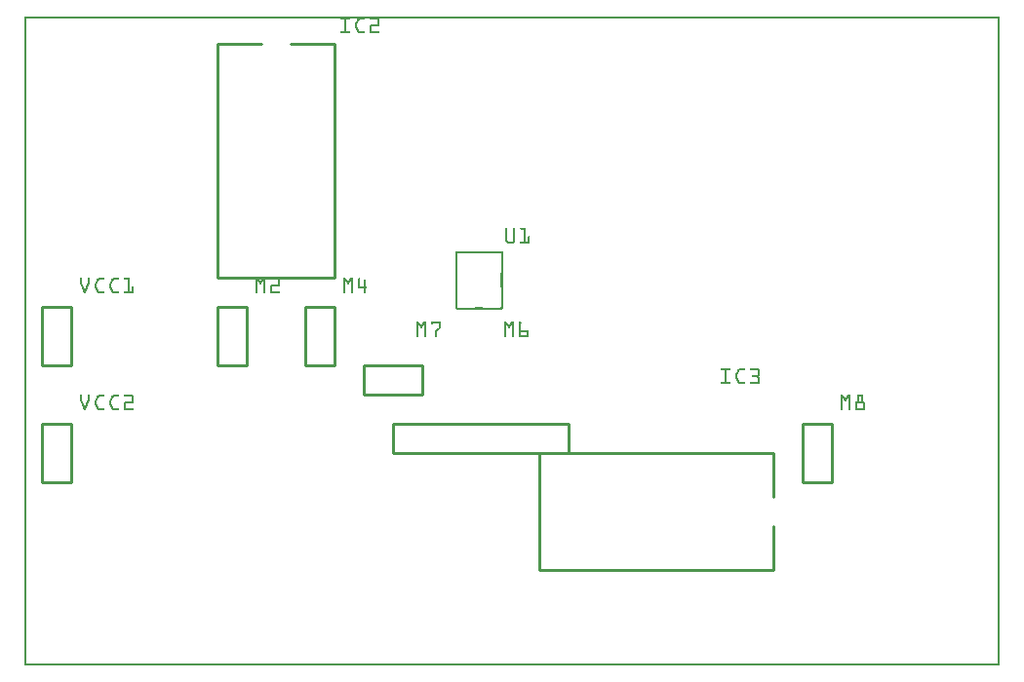
<source format=gto>
G04 MADE WITH FRITZING*
G04 WWW.FRITZING.ORG*
G04 DOUBLE SIDED*
G04 HOLES PLATED*
G04 CONTOUR ON CENTER OF CONTOUR VECTOR*
%ASAXBY*%
%FSLAX23Y23*%
%MOIN*%
%OFA0B0*%
%SFA1.0B1.0*%
%ADD10C,0.010000*%
%ADD11R,0.001000X0.001000*%
%LNSILK1*%
G90*
G70*
G54D10*
X661Y2128D02*
X661Y1328D01*
D02*
X661Y1328D02*
X1061Y1328D01*
D02*
X1061Y1328D02*
X1061Y2128D01*
D02*
X661Y2128D02*
X811Y2128D01*
D02*
X911Y2128D02*
X1061Y2128D01*
D02*
X61Y1228D02*
X61Y1028D01*
D02*
X61Y1028D02*
X161Y1028D01*
D02*
X161Y1028D02*
X161Y1228D01*
D02*
X161Y1228D02*
X61Y1228D01*
D02*
X61Y828D02*
X61Y628D01*
D02*
X61Y628D02*
X161Y628D01*
D02*
X161Y628D02*
X161Y828D01*
D02*
X161Y828D02*
X61Y828D01*
D02*
X661Y1228D02*
X661Y1028D01*
D02*
X661Y1028D02*
X761Y1028D01*
D02*
X761Y1028D02*
X761Y1228D01*
D02*
X761Y1228D02*
X661Y1228D01*
D02*
X961Y1228D02*
X961Y1028D01*
D02*
X961Y1028D02*
X1061Y1028D01*
D02*
X1061Y1028D02*
X1061Y1228D01*
D02*
X1061Y1228D02*
X961Y1228D01*
D02*
X1861Y828D02*
X1261Y828D01*
D02*
X1261Y828D02*
X1261Y728D01*
D02*
X1261Y728D02*
X1861Y728D01*
D02*
X1861Y728D02*
X1861Y828D01*
D02*
X2561Y728D02*
X1761Y728D01*
D02*
X1761Y728D02*
X1761Y328D01*
D02*
X1761Y328D02*
X2561Y328D01*
D02*
X2561Y728D02*
X2561Y578D01*
D02*
X2561Y478D02*
X2561Y328D01*
D02*
X1361Y1028D02*
X1161Y1028D01*
D02*
X1161Y1028D02*
X1161Y928D01*
D02*
X1161Y928D02*
X1361Y928D01*
D02*
X1361Y928D02*
X1361Y1028D01*
D02*
X2661Y828D02*
X2661Y628D01*
D02*
X2661Y628D02*
X2761Y628D01*
D02*
X2761Y628D02*
X2761Y828D01*
D02*
X2761Y828D02*
X2661Y828D01*
G54D11*
X0Y2222D02*
X3332Y2222D01*
X0Y2221D02*
X3332Y2221D01*
X0Y2220D02*
X3332Y2220D01*
X0Y2219D02*
X3332Y2219D01*
X0Y2218D02*
X3332Y2218D01*
X0Y2217D02*
X3332Y2217D01*
X0Y2216D02*
X3332Y2216D01*
X0Y2215D02*
X3332Y2215D01*
X0Y2214D02*
X7Y2214D01*
X1079Y2214D02*
X1112Y2214D01*
X1139Y2214D02*
X1162Y2214D01*
X1179Y2214D02*
X1212Y2214D01*
X3325Y2214D02*
X3332Y2214D01*
X0Y2213D02*
X7Y2213D01*
X1079Y2213D02*
X1112Y2213D01*
X1138Y2213D02*
X1162Y2213D01*
X1179Y2213D02*
X1212Y2213D01*
X3325Y2213D02*
X3332Y2213D01*
X0Y2212D02*
X7Y2212D01*
X1080Y2212D02*
X1111Y2212D01*
X1137Y2212D02*
X1161Y2212D01*
X1180Y2212D02*
X1212Y2212D01*
X3325Y2212D02*
X3332Y2212D01*
X0Y2211D02*
X7Y2211D01*
X1082Y2211D02*
X1110Y2211D01*
X1137Y2211D02*
X1160Y2211D01*
X1182Y2211D02*
X1212Y2211D01*
X3325Y2211D02*
X3332Y2211D01*
X0Y2210D02*
X7Y2210D01*
X1093Y2210D02*
X1099Y2210D01*
X1136Y2210D02*
X1144Y2210D01*
X1206Y2210D02*
X1212Y2210D01*
X3325Y2210D02*
X3332Y2210D01*
X0Y2209D02*
X7Y2209D01*
X1093Y2209D02*
X1099Y2209D01*
X1136Y2209D02*
X1143Y2209D01*
X1206Y2209D02*
X1212Y2209D01*
X3325Y2209D02*
X3332Y2209D01*
X0Y2208D02*
X7Y2208D01*
X1093Y2208D02*
X1099Y2208D01*
X1135Y2208D02*
X1142Y2208D01*
X1206Y2208D02*
X1212Y2208D01*
X3325Y2208D02*
X3332Y2208D01*
X0Y2207D02*
X7Y2207D01*
X1093Y2207D02*
X1099Y2207D01*
X1135Y2207D02*
X1142Y2207D01*
X1206Y2207D02*
X1212Y2207D01*
X3325Y2207D02*
X3332Y2207D01*
X0Y2206D02*
X7Y2206D01*
X1093Y2206D02*
X1099Y2206D01*
X1134Y2206D02*
X1141Y2206D01*
X1206Y2206D02*
X1212Y2206D01*
X3325Y2206D02*
X3332Y2206D01*
X0Y2205D02*
X7Y2205D01*
X1093Y2205D02*
X1099Y2205D01*
X1134Y2205D02*
X1141Y2205D01*
X1206Y2205D02*
X1212Y2205D01*
X3325Y2205D02*
X3332Y2205D01*
X0Y2204D02*
X7Y2204D01*
X1093Y2204D02*
X1099Y2204D01*
X1133Y2204D02*
X1140Y2204D01*
X1206Y2204D02*
X1212Y2204D01*
X3325Y2204D02*
X3332Y2204D01*
X0Y2203D02*
X7Y2203D01*
X1093Y2203D02*
X1099Y2203D01*
X1133Y2203D02*
X1140Y2203D01*
X1206Y2203D02*
X1212Y2203D01*
X3325Y2203D02*
X3332Y2203D01*
X0Y2202D02*
X7Y2202D01*
X1093Y2202D02*
X1099Y2202D01*
X1132Y2202D02*
X1139Y2202D01*
X1206Y2202D02*
X1212Y2202D01*
X3325Y2202D02*
X3332Y2202D01*
X0Y2201D02*
X7Y2201D01*
X1093Y2201D02*
X1099Y2201D01*
X1132Y2201D02*
X1139Y2201D01*
X1206Y2201D02*
X1212Y2201D01*
X3325Y2201D02*
X3332Y2201D01*
X0Y2200D02*
X7Y2200D01*
X1093Y2200D02*
X1099Y2200D01*
X1131Y2200D02*
X1138Y2200D01*
X1206Y2200D02*
X1212Y2200D01*
X3325Y2200D02*
X3332Y2200D01*
X0Y2199D02*
X7Y2199D01*
X1093Y2199D02*
X1099Y2199D01*
X1131Y2199D02*
X1138Y2199D01*
X1206Y2199D02*
X1212Y2199D01*
X3325Y2199D02*
X3332Y2199D01*
X0Y2198D02*
X7Y2198D01*
X1093Y2198D02*
X1099Y2198D01*
X1130Y2198D02*
X1137Y2198D01*
X1206Y2198D02*
X1212Y2198D01*
X3325Y2198D02*
X3332Y2198D01*
X0Y2197D02*
X7Y2197D01*
X1093Y2197D02*
X1099Y2197D01*
X1130Y2197D02*
X1137Y2197D01*
X1206Y2197D02*
X1212Y2197D01*
X3325Y2197D02*
X3332Y2197D01*
X0Y2196D02*
X7Y2196D01*
X1093Y2196D02*
X1099Y2196D01*
X1130Y2196D02*
X1136Y2196D01*
X1206Y2196D02*
X1212Y2196D01*
X3325Y2196D02*
X3332Y2196D01*
X0Y2195D02*
X7Y2195D01*
X1093Y2195D02*
X1099Y2195D01*
X1129Y2195D02*
X1136Y2195D01*
X1206Y2195D02*
X1212Y2195D01*
X3325Y2195D02*
X3332Y2195D01*
X0Y2194D02*
X7Y2194D01*
X1093Y2194D02*
X1099Y2194D01*
X1129Y2194D02*
X1135Y2194D01*
X1184Y2194D02*
X1212Y2194D01*
X3325Y2194D02*
X3332Y2194D01*
X0Y2193D02*
X7Y2193D01*
X1093Y2193D02*
X1099Y2193D01*
X1129Y2193D02*
X1135Y2193D01*
X1182Y2193D02*
X1212Y2193D01*
X3325Y2193D02*
X3332Y2193D01*
X0Y2192D02*
X7Y2192D01*
X1093Y2192D02*
X1099Y2192D01*
X1129Y2192D02*
X1135Y2192D01*
X1181Y2192D02*
X1212Y2192D01*
X3325Y2192D02*
X3332Y2192D01*
X0Y2191D02*
X7Y2191D01*
X1093Y2191D02*
X1099Y2191D01*
X1129Y2191D02*
X1135Y2191D01*
X1180Y2191D02*
X1212Y2191D01*
X3325Y2191D02*
X3332Y2191D01*
X0Y2190D02*
X7Y2190D01*
X1093Y2190D02*
X1099Y2190D01*
X1129Y2190D02*
X1135Y2190D01*
X1179Y2190D02*
X1211Y2190D01*
X3325Y2190D02*
X3332Y2190D01*
X0Y2189D02*
X7Y2189D01*
X1093Y2189D02*
X1099Y2189D01*
X1129Y2189D02*
X1135Y2189D01*
X1179Y2189D02*
X1210Y2189D01*
X3325Y2189D02*
X3332Y2189D01*
X0Y2188D02*
X7Y2188D01*
X1093Y2188D02*
X1099Y2188D01*
X1129Y2188D02*
X1135Y2188D01*
X1179Y2188D02*
X1208Y2188D01*
X3325Y2188D02*
X3332Y2188D01*
X0Y2187D02*
X7Y2187D01*
X1093Y2187D02*
X1099Y2187D01*
X1129Y2187D02*
X1136Y2187D01*
X1179Y2187D02*
X1185Y2187D01*
X3325Y2187D02*
X3332Y2187D01*
X0Y2186D02*
X7Y2186D01*
X1093Y2186D02*
X1099Y2186D01*
X1130Y2186D02*
X1136Y2186D01*
X1179Y2186D02*
X1185Y2186D01*
X3325Y2186D02*
X3332Y2186D01*
X0Y2185D02*
X7Y2185D01*
X1093Y2185D02*
X1099Y2185D01*
X1130Y2185D02*
X1137Y2185D01*
X1179Y2185D02*
X1185Y2185D01*
X3325Y2185D02*
X3332Y2185D01*
X0Y2184D02*
X7Y2184D01*
X1093Y2184D02*
X1099Y2184D01*
X1130Y2184D02*
X1137Y2184D01*
X1179Y2184D02*
X1185Y2184D01*
X3325Y2184D02*
X3332Y2184D01*
X0Y2183D02*
X7Y2183D01*
X1093Y2183D02*
X1099Y2183D01*
X1131Y2183D02*
X1138Y2183D01*
X1179Y2183D02*
X1185Y2183D01*
X3325Y2183D02*
X3332Y2183D01*
X0Y2182D02*
X7Y2182D01*
X1093Y2182D02*
X1099Y2182D01*
X1131Y2182D02*
X1138Y2182D01*
X1179Y2182D02*
X1185Y2182D01*
X3325Y2182D02*
X3332Y2182D01*
X0Y2181D02*
X7Y2181D01*
X1093Y2181D02*
X1099Y2181D01*
X1132Y2181D02*
X1139Y2181D01*
X1179Y2181D02*
X1185Y2181D01*
X3325Y2181D02*
X3332Y2181D01*
X0Y2180D02*
X7Y2180D01*
X1093Y2180D02*
X1099Y2180D01*
X1132Y2180D02*
X1139Y2180D01*
X1179Y2180D02*
X1185Y2180D01*
X3325Y2180D02*
X3332Y2180D01*
X0Y2179D02*
X7Y2179D01*
X1093Y2179D02*
X1099Y2179D01*
X1133Y2179D02*
X1140Y2179D01*
X1179Y2179D02*
X1185Y2179D01*
X3325Y2179D02*
X3332Y2179D01*
X0Y2178D02*
X7Y2178D01*
X1093Y2178D02*
X1099Y2178D01*
X1133Y2178D02*
X1140Y2178D01*
X1179Y2178D02*
X1185Y2178D01*
X3325Y2178D02*
X3332Y2178D01*
X0Y2177D02*
X7Y2177D01*
X1093Y2177D02*
X1099Y2177D01*
X1134Y2177D02*
X1141Y2177D01*
X1179Y2177D02*
X1185Y2177D01*
X3325Y2177D02*
X3332Y2177D01*
X0Y2176D02*
X7Y2176D01*
X1093Y2176D02*
X1099Y2176D01*
X1134Y2176D02*
X1141Y2176D01*
X1179Y2176D02*
X1185Y2176D01*
X3325Y2176D02*
X3332Y2176D01*
X0Y2175D02*
X7Y2175D01*
X1093Y2175D02*
X1099Y2175D01*
X1135Y2175D02*
X1142Y2175D01*
X1179Y2175D02*
X1185Y2175D01*
X3325Y2175D02*
X3332Y2175D01*
X0Y2174D02*
X7Y2174D01*
X1093Y2174D02*
X1099Y2174D01*
X1135Y2174D02*
X1142Y2174D01*
X1179Y2174D02*
X1185Y2174D01*
X3325Y2174D02*
X3332Y2174D01*
X0Y2173D02*
X7Y2173D01*
X1093Y2173D02*
X1099Y2173D01*
X1136Y2173D02*
X1143Y2173D01*
X1179Y2173D02*
X1185Y2173D01*
X3325Y2173D02*
X3332Y2173D01*
X0Y2172D02*
X7Y2172D01*
X1093Y2172D02*
X1099Y2172D01*
X1136Y2172D02*
X1143Y2172D01*
X1179Y2172D02*
X1185Y2172D01*
X3325Y2172D02*
X3332Y2172D01*
X0Y2171D02*
X7Y2171D01*
X1092Y2171D02*
X1099Y2171D01*
X1137Y2171D02*
X1145Y2171D01*
X1179Y2171D02*
X1185Y2171D01*
X3325Y2171D02*
X3332Y2171D01*
X0Y2170D02*
X7Y2170D01*
X1080Y2170D02*
X1111Y2170D01*
X1137Y2170D02*
X1161Y2170D01*
X1179Y2170D02*
X1211Y2170D01*
X3325Y2170D02*
X3332Y2170D01*
X0Y2169D02*
X7Y2169D01*
X1079Y2169D02*
X1112Y2169D01*
X1138Y2169D02*
X1162Y2169D01*
X1179Y2169D02*
X1212Y2169D01*
X3325Y2169D02*
X3332Y2169D01*
X0Y2168D02*
X7Y2168D01*
X1079Y2168D02*
X1112Y2168D01*
X1139Y2168D02*
X1162Y2168D01*
X1179Y2168D02*
X1212Y2168D01*
X3325Y2168D02*
X3332Y2168D01*
X0Y2167D02*
X7Y2167D01*
X1079Y2167D02*
X1112Y2167D01*
X1139Y2167D02*
X1162Y2167D01*
X1179Y2167D02*
X1212Y2167D01*
X3325Y2167D02*
X3332Y2167D01*
X0Y2166D02*
X7Y2166D01*
X1079Y2166D02*
X1112Y2166D01*
X1141Y2166D02*
X1162Y2166D01*
X1179Y2166D02*
X1212Y2166D01*
X3325Y2166D02*
X3332Y2166D01*
X0Y2165D02*
X7Y2165D01*
X1080Y2165D02*
X1112Y2165D01*
X1142Y2165D02*
X1162Y2165D01*
X1179Y2165D02*
X1212Y2165D01*
X3325Y2165D02*
X3332Y2165D01*
X0Y2164D02*
X7Y2164D01*
X1081Y2164D02*
X1110Y2164D01*
X1145Y2164D02*
X1160Y2164D01*
X1179Y2164D02*
X1210Y2164D01*
X3325Y2164D02*
X3332Y2164D01*
X0Y2163D02*
X7Y2163D01*
X3325Y2163D02*
X3332Y2163D01*
X0Y2162D02*
X7Y2162D01*
X3325Y2162D02*
X3332Y2162D01*
X0Y2161D02*
X7Y2161D01*
X3325Y2161D02*
X3332Y2161D01*
X0Y2160D02*
X7Y2160D01*
X3325Y2160D02*
X3332Y2160D01*
X0Y2159D02*
X7Y2159D01*
X3325Y2159D02*
X3332Y2159D01*
X0Y2158D02*
X7Y2158D01*
X3325Y2158D02*
X3332Y2158D01*
X0Y2157D02*
X7Y2157D01*
X3325Y2157D02*
X3332Y2157D01*
X0Y2156D02*
X7Y2156D01*
X3325Y2156D02*
X3332Y2156D01*
X0Y2155D02*
X7Y2155D01*
X3325Y2155D02*
X3332Y2155D01*
X0Y2154D02*
X7Y2154D01*
X3325Y2154D02*
X3332Y2154D01*
X0Y2153D02*
X7Y2153D01*
X3325Y2153D02*
X3332Y2153D01*
X0Y2152D02*
X7Y2152D01*
X3325Y2152D02*
X3332Y2152D01*
X0Y2151D02*
X7Y2151D01*
X3325Y2151D02*
X3332Y2151D01*
X0Y2150D02*
X7Y2150D01*
X3325Y2150D02*
X3332Y2150D01*
X0Y2149D02*
X7Y2149D01*
X3325Y2149D02*
X3332Y2149D01*
X0Y2148D02*
X7Y2148D01*
X3325Y2148D02*
X3332Y2148D01*
X0Y2147D02*
X7Y2147D01*
X3325Y2147D02*
X3332Y2147D01*
X0Y2146D02*
X7Y2146D01*
X3325Y2146D02*
X3332Y2146D01*
X0Y2145D02*
X7Y2145D01*
X3325Y2145D02*
X3332Y2145D01*
X0Y2144D02*
X7Y2144D01*
X3325Y2144D02*
X3332Y2144D01*
X0Y2143D02*
X7Y2143D01*
X3325Y2143D02*
X3332Y2143D01*
X0Y2142D02*
X7Y2142D01*
X3325Y2142D02*
X3332Y2142D01*
X0Y2141D02*
X7Y2141D01*
X3325Y2141D02*
X3332Y2141D01*
X0Y2140D02*
X7Y2140D01*
X3325Y2140D02*
X3332Y2140D01*
X0Y2139D02*
X7Y2139D01*
X3325Y2139D02*
X3332Y2139D01*
X0Y2138D02*
X7Y2138D01*
X3325Y2138D02*
X3332Y2138D01*
X0Y2137D02*
X7Y2137D01*
X3325Y2137D02*
X3332Y2137D01*
X0Y2136D02*
X7Y2136D01*
X3325Y2136D02*
X3332Y2136D01*
X0Y2135D02*
X7Y2135D01*
X3325Y2135D02*
X3332Y2135D01*
X0Y2134D02*
X7Y2134D01*
X3325Y2134D02*
X3332Y2134D01*
X0Y2133D02*
X7Y2133D01*
X3325Y2133D02*
X3332Y2133D01*
X0Y2132D02*
X7Y2132D01*
X3325Y2132D02*
X3332Y2132D01*
X0Y2131D02*
X7Y2131D01*
X3325Y2131D02*
X3332Y2131D01*
X0Y2130D02*
X7Y2130D01*
X3325Y2130D02*
X3332Y2130D01*
X0Y2129D02*
X7Y2129D01*
X3325Y2129D02*
X3332Y2129D01*
X0Y2128D02*
X7Y2128D01*
X3325Y2128D02*
X3332Y2128D01*
X0Y2127D02*
X7Y2127D01*
X3325Y2127D02*
X3332Y2127D01*
X0Y2126D02*
X7Y2126D01*
X3325Y2126D02*
X3332Y2126D01*
X0Y2125D02*
X7Y2125D01*
X3325Y2125D02*
X3332Y2125D01*
X0Y2124D02*
X7Y2124D01*
X3325Y2124D02*
X3332Y2124D01*
X0Y2123D02*
X7Y2123D01*
X3325Y2123D02*
X3332Y2123D01*
X0Y2122D02*
X7Y2122D01*
X3325Y2122D02*
X3332Y2122D01*
X0Y2121D02*
X7Y2121D01*
X3325Y2121D02*
X3332Y2121D01*
X0Y2120D02*
X7Y2120D01*
X3325Y2120D02*
X3332Y2120D01*
X0Y2119D02*
X7Y2119D01*
X3325Y2119D02*
X3332Y2119D01*
X0Y2118D02*
X7Y2118D01*
X3325Y2118D02*
X3332Y2118D01*
X0Y2117D02*
X7Y2117D01*
X3325Y2117D02*
X3332Y2117D01*
X0Y2116D02*
X7Y2116D01*
X3325Y2116D02*
X3332Y2116D01*
X0Y2115D02*
X7Y2115D01*
X3325Y2115D02*
X3332Y2115D01*
X0Y2114D02*
X7Y2114D01*
X3325Y2114D02*
X3332Y2114D01*
X0Y2113D02*
X7Y2113D01*
X3325Y2113D02*
X3332Y2113D01*
X0Y2112D02*
X7Y2112D01*
X3325Y2112D02*
X3332Y2112D01*
X0Y2111D02*
X7Y2111D01*
X3325Y2111D02*
X3332Y2111D01*
X0Y2110D02*
X7Y2110D01*
X3325Y2110D02*
X3332Y2110D01*
X0Y2109D02*
X7Y2109D01*
X3325Y2109D02*
X3332Y2109D01*
X0Y2108D02*
X7Y2108D01*
X3325Y2108D02*
X3332Y2108D01*
X0Y2107D02*
X7Y2107D01*
X3325Y2107D02*
X3332Y2107D01*
X0Y2106D02*
X7Y2106D01*
X3325Y2106D02*
X3332Y2106D01*
X0Y2105D02*
X7Y2105D01*
X3325Y2105D02*
X3332Y2105D01*
X0Y2104D02*
X7Y2104D01*
X3325Y2104D02*
X3332Y2104D01*
X0Y2103D02*
X7Y2103D01*
X3325Y2103D02*
X3332Y2103D01*
X0Y2102D02*
X7Y2102D01*
X3325Y2102D02*
X3332Y2102D01*
X0Y2101D02*
X7Y2101D01*
X3325Y2101D02*
X3332Y2101D01*
X0Y2100D02*
X7Y2100D01*
X3325Y2100D02*
X3332Y2100D01*
X0Y2099D02*
X7Y2099D01*
X3325Y2099D02*
X3332Y2099D01*
X0Y2098D02*
X7Y2098D01*
X3325Y2098D02*
X3332Y2098D01*
X0Y2097D02*
X7Y2097D01*
X3325Y2097D02*
X3332Y2097D01*
X0Y2096D02*
X7Y2096D01*
X3325Y2096D02*
X3332Y2096D01*
X0Y2095D02*
X7Y2095D01*
X3325Y2095D02*
X3332Y2095D01*
X0Y2094D02*
X7Y2094D01*
X3325Y2094D02*
X3332Y2094D01*
X0Y2093D02*
X7Y2093D01*
X3325Y2093D02*
X3332Y2093D01*
X0Y2092D02*
X7Y2092D01*
X3325Y2092D02*
X3332Y2092D01*
X0Y2091D02*
X7Y2091D01*
X3325Y2091D02*
X3332Y2091D01*
X0Y2090D02*
X7Y2090D01*
X3325Y2090D02*
X3332Y2090D01*
X0Y2089D02*
X7Y2089D01*
X3325Y2089D02*
X3332Y2089D01*
X0Y2088D02*
X7Y2088D01*
X3325Y2088D02*
X3332Y2088D01*
X0Y2087D02*
X7Y2087D01*
X3325Y2087D02*
X3332Y2087D01*
X0Y2086D02*
X7Y2086D01*
X3325Y2086D02*
X3332Y2086D01*
X0Y2085D02*
X7Y2085D01*
X3325Y2085D02*
X3332Y2085D01*
X0Y2084D02*
X7Y2084D01*
X3325Y2084D02*
X3332Y2084D01*
X0Y2083D02*
X7Y2083D01*
X3325Y2083D02*
X3332Y2083D01*
X0Y2082D02*
X7Y2082D01*
X3325Y2082D02*
X3332Y2082D01*
X0Y2081D02*
X7Y2081D01*
X3325Y2081D02*
X3332Y2081D01*
X0Y2080D02*
X7Y2080D01*
X3325Y2080D02*
X3332Y2080D01*
X0Y2079D02*
X7Y2079D01*
X3325Y2079D02*
X3332Y2079D01*
X0Y2078D02*
X7Y2078D01*
X3325Y2078D02*
X3332Y2078D01*
X0Y2077D02*
X7Y2077D01*
X3325Y2077D02*
X3332Y2077D01*
X0Y2076D02*
X7Y2076D01*
X3325Y2076D02*
X3332Y2076D01*
X0Y2075D02*
X7Y2075D01*
X3325Y2075D02*
X3332Y2075D01*
X0Y2074D02*
X7Y2074D01*
X3325Y2074D02*
X3332Y2074D01*
X0Y2073D02*
X7Y2073D01*
X3325Y2073D02*
X3332Y2073D01*
X0Y2072D02*
X7Y2072D01*
X3325Y2072D02*
X3332Y2072D01*
X0Y2071D02*
X7Y2071D01*
X3325Y2071D02*
X3332Y2071D01*
X0Y2070D02*
X7Y2070D01*
X3325Y2070D02*
X3332Y2070D01*
X0Y2069D02*
X7Y2069D01*
X3325Y2069D02*
X3332Y2069D01*
X0Y2068D02*
X7Y2068D01*
X3325Y2068D02*
X3332Y2068D01*
X0Y2067D02*
X7Y2067D01*
X3325Y2067D02*
X3332Y2067D01*
X0Y2066D02*
X7Y2066D01*
X3325Y2066D02*
X3332Y2066D01*
X0Y2065D02*
X7Y2065D01*
X3325Y2065D02*
X3332Y2065D01*
X0Y2064D02*
X7Y2064D01*
X3325Y2064D02*
X3332Y2064D01*
X0Y2063D02*
X7Y2063D01*
X3325Y2063D02*
X3332Y2063D01*
X0Y2062D02*
X7Y2062D01*
X3325Y2062D02*
X3332Y2062D01*
X0Y2061D02*
X7Y2061D01*
X3325Y2061D02*
X3332Y2061D01*
X0Y2060D02*
X7Y2060D01*
X3325Y2060D02*
X3332Y2060D01*
X0Y2059D02*
X7Y2059D01*
X3325Y2059D02*
X3332Y2059D01*
X0Y2058D02*
X7Y2058D01*
X3325Y2058D02*
X3332Y2058D01*
X0Y2057D02*
X7Y2057D01*
X3325Y2057D02*
X3332Y2057D01*
X0Y2056D02*
X7Y2056D01*
X3325Y2056D02*
X3332Y2056D01*
X0Y2055D02*
X7Y2055D01*
X3325Y2055D02*
X3332Y2055D01*
X0Y2054D02*
X7Y2054D01*
X3325Y2054D02*
X3332Y2054D01*
X0Y2053D02*
X7Y2053D01*
X3325Y2053D02*
X3332Y2053D01*
X0Y2052D02*
X7Y2052D01*
X3325Y2052D02*
X3332Y2052D01*
X0Y2051D02*
X7Y2051D01*
X3325Y2051D02*
X3332Y2051D01*
X0Y2050D02*
X7Y2050D01*
X3325Y2050D02*
X3332Y2050D01*
X0Y2049D02*
X7Y2049D01*
X3325Y2049D02*
X3332Y2049D01*
X0Y2048D02*
X7Y2048D01*
X3325Y2048D02*
X3332Y2048D01*
X0Y2047D02*
X7Y2047D01*
X3325Y2047D02*
X3332Y2047D01*
X0Y2046D02*
X7Y2046D01*
X3325Y2046D02*
X3332Y2046D01*
X0Y2045D02*
X7Y2045D01*
X3325Y2045D02*
X3332Y2045D01*
X0Y2044D02*
X7Y2044D01*
X3325Y2044D02*
X3332Y2044D01*
X0Y2043D02*
X7Y2043D01*
X3325Y2043D02*
X3332Y2043D01*
X0Y2042D02*
X7Y2042D01*
X3325Y2042D02*
X3332Y2042D01*
X0Y2041D02*
X7Y2041D01*
X3325Y2041D02*
X3332Y2041D01*
X0Y2040D02*
X7Y2040D01*
X3325Y2040D02*
X3332Y2040D01*
X0Y2039D02*
X7Y2039D01*
X3325Y2039D02*
X3332Y2039D01*
X0Y2038D02*
X7Y2038D01*
X3325Y2038D02*
X3332Y2038D01*
X0Y2037D02*
X7Y2037D01*
X3325Y2037D02*
X3332Y2037D01*
X0Y2036D02*
X7Y2036D01*
X3325Y2036D02*
X3332Y2036D01*
X0Y2035D02*
X7Y2035D01*
X3325Y2035D02*
X3332Y2035D01*
X0Y2034D02*
X7Y2034D01*
X3325Y2034D02*
X3332Y2034D01*
X0Y2033D02*
X7Y2033D01*
X3325Y2033D02*
X3332Y2033D01*
X0Y2032D02*
X7Y2032D01*
X3325Y2032D02*
X3332Y2032D01*
X0Y2031D02*
X7Y2031D01*
X3325Y2031D02*
X3332Y2031D01*
X0Y2030D02*
X7Y2030D01*
X3325Y2030D02*
X3332Y2030D01*
X0Y2029D02*
X7Y2029D01*
X3325Y2029D02*
X3332Y2029D01*
X0Y2028D02*
X7Y2028D01*
X3325Y2028D02*
X3332Y2028D01*
X0Y2027D02*
X7Y2027D01*
X3325Y2027D02*
X3332Y2027D01*
X0Y2026D02*
X7Y2026D01*
X3325Y2026D02*
X3332Y2026D01*
X0Y2025D02*
X7Y2025D01*
X3325Y2025D02*
X3332Y2025D01*
X0Y2024D02*
X7Y2024D01*
X3325Y2024D02*
X3332Y2024D01*
X0Y2023D02*
X7Y2023D01*
X3325Y2023D02*
X3332Y2023D01*
X0Y2022D02*
X7Y2022D01*
X3325Y2022D02*
X3332Y2022D01*
X0Y2021D02*
X7Y2021D01*
X3325Y2021D02*
X3332Y2021D01*
X0Y2020D02*
X7Y2020D01*
X3325Y2020D02*
X3332Y2020D01*
X0Y2019D02*
X7Y2019D01*
X3325Y2019D02*
X3332Y2019D01*
X0Y2018D02*
X7Y2018D01*
X3325Y2018D02*
X3332Y2018D01*
X0Y2017D02*
X7Y2017D01*
X3325Y2017D02*
X3332Y2017D01*
X0Y2016D02*
X7Y2016D01*
X3325Y2016D02*
X3332Y2016D01*
X0Y2015D02*
X7Y2015D01*
X3325Y2015D02*
X3332Y2015D01*
X0Y2014D02*
X7Y2014D01*
X3325Y2014D02*
X3332Y2014D01*
X0Y2013D02*
X7Y2013D01*
X3325Y2013D02*
X3332Y2013D01*
X0Y2012D02*
X7Y2012D01*
X3325Y2012D02*
X3332Y2012D01*
X0Y2011D02*
X7Y2011D01*
X3325Y2011D02*
X3332Y2011D01*
X0Y2010D02*
X7Y2010D01*
X3325Y2010D02*
X3332Y2010D01*
X0Y2009D02*
X7Y2009D01*
X3325Y2009D02*
X3332Y2009D01*
X0Y2008D02*
X7Y2008D01*
X3325Y2008D02*
X3332Y2008D01*
X0Y2007D02*
X7Y2007D01*
X3325Y2007D02*
X3332Y2007D01*
X0Y2006D02*
X7Y2006D01*
X3325Y2006D02*
X3332Y2006D01*
X0Y2005D02*
X7Y2005D01*
X3325Y2005D02*
X3332Y2005D01*
X0Y2004D02*
X7Y2004D01*
X3325Y2004D02*
X3332Y2004D01*
X0Y2003D02*
X7Y2003D01*
X3325Y2003D02*
X3332Y2003D01*
X0Y2002D02*
X7Y2002D01*
X3325Y2002D02*
X3332Y2002D01*
X0Y2001D02*
X7Y2001D01*
X3325Y2001D02*
X3332Y2001D01*
X0Y2000D02*
X7Y2000D01*
X3325Y2000D02*
X3332Y2000D01*
X0Y1999D02*
X7Y1999D01*
X3325Y1999D02*
X3332Y1999D01*
X0Y1998D02*
X7Y1998D01*
X3325Y1998D02*
X3332Y1998D01*
X0Y1997D02*
X7Y1997D01*
X3325Y1997D02*
X3332Y1997D01*
X0Y1996D02*
X7Y1996D01*
X3325Y1996D02*
X3332Y1996D01*
X0Y1995D02*
X7Y1995D01*
X3325Y1995D02*
X3332Y1995D01*
X0Y1994D02*
X7Y1994D01*
X3325Y1994D02*
X3332Y1994D01*
X0Y1993D02*
X7Y1993D01*
X3325Y1993D02*
X3332Y1993D01*
X0Y1992D02*
X7Y1992D01*
X3325Y1992D02*
X3332Y1992D01*
X0Y1991D02*
X7Y1991D01*
X3325Y1991D02*
X3332Y1991D01*
X0Y1990D02*
X7Y1990D01*
X3325Y1990D02*
X3332Y1990D01*
X0Y1989D02*
X7Y1989D01*
X3325Y1989D02*
X3332Y1989D01*
X0Y1988D02*
X7Y1988D01*
X3325Y1988D02*
X3332Y1988D01*
X0Y1987D02*
X7Y1987D01*
X3325Y1987D02*
X3332Y1987D01*
X0Y1986D02*
X7Y1986D01*
X3325Y1986D02*
X3332Y1986D01*
X0Y1985D02*
X7Y1985D01*
X3325Y1985D02*
X3332Y1985D01*
X0Y1984D02*
X7Y1984D01*
X3325Y1984D02*
X3332Y1984D01*
X0Y1983D02*
X7Y1983D01*
X3325Y1983D02*
X3332Y1983D01*
X0Y1982D02*
X7Y1982D01*
X3325Y1982D02*
X3332Y1982D01*
X0Y1981D02*
X7Y1981D01*
X3325Y1981D02*
X3332Y1981D01*
X0Y1980D02*
X7Y1980D01*
X3325Y1980D02*
X3332Y1980D01*
X0Y1979D02*
X7Y1979D01*
X3325Y1979D02*
X3332Y1979D01*
X0Y1978D02*
X7Y1978D01*
X3325Y1978D02*
X3332Y1978D01*
X0Y1977D02*
X7Y1977D01*
X3325Y1977D02*
X3332Y1977D01*
X0Y1976D02*
X7Y1976D01*
X3325Y1976D02*
X3332Y1976D01*
X0Y1975D02*
X7Y1975D01*
X3325Y1975D02*
X3332Y1975D01*
X0Y1974D02*
X7Y1974D01*
X3325Y1974D02*
X3332Y1974D01*
X0Y1973D02*
X7Y1973D01*
X3325Y1973D02*
X3332Y1973D01*
X0Y1972D02*
X7Y1972D01*
X3325Y1972D02*
X3332Y1972D01*
X0Y1971D02*
X7Y1971D01*
X3325Y1971D02*
X3332Y1971D01*
X0Y1970D02*
X7Y1970D01*
X3325Y1970D02*
X3332Y1970D01*
X0Y1969D02*
X7Y1969D01*
X3325Y1969D02*
X3332Y1969D01*
X0Y1968D02*
X7Y1968D01*
X3325Y1968D02*
X3332Y1968D01*
X0Y1967D02*
X7Y1967D01*
X3325Y1967D02*
X3332Y1967D01*
X0Y1966D02*
X7Y1966D01*
X3325Y1966D02*
X3332Y1966D01*
X0Y1965D02*
X7Y1965D01*
X3325Y1965D02*
X3332Y1965D01*
X0Y1964D02*
X7Y1964D01*
X3325Y1964D02*
X3332Y1964D01*
X0Y1963D02*
X7Y1963D01*
X3325Y1963D02*
X3332Y1963D01*
X0Y1962D02*
X7Y1962D01*
X3325Y1962D02*
X3332Y1962D01*
X0Y1961D02*
X7Y1961D01*
X3325Y1961D02*
X3332Y1961D01*
X0Y1960D02*
X7Y1960D01*
X3325Y1960D02*
X3332Y1960D01*
X0Y1959D02*
X7Y1959D01*
X3325Y1959D02*
X3332Y1959D01*
X0Y1958D02*
X7Y1958D01*
X3325Y1958D02*
X3332Y1958D01*
X0Y1957D02*
X7Y1957D01*
X3325Y1957D02*
X3332Y1957D01*
X0Y1956D02*
X7Y1956D01*
X3325Y1956D02*
X3332Y1956D01*
X0Y1955D02*
X7Y1955D01*
X3325Y1955D02*
X3332Y1955D01*
X0Y1954D02*
X7Y1954D01*
X3325Y1954D02*
X3332Y1954D01*
X0Y1953D02*
X7Y1953D01*
X3325Y1953D02*
X3332Y1953D01*
X0Y1952D02*
X7Y1952D01*
X3325Y1952D02*
X3332Y1952D01*
X0Y1951D02*
X7Y1951D01*
X3325Y1951D02*
X3332Y1951D01*
X0Y1950D02*
X7Y1950D01*
X3325Y1950D02*
X3332Y1950D01*
X0Y1949D02*
X7Y1949D01*
X3325Y1949D02*
X3332Y1949D01*
X0Y1948D02*
X7Y1948D01*
X3325Y1948D02*
X3332Y1948D01*
X0Y1947D02*
X7Y1947D01*
X3325Y1947D02*
X3332Y1947D01*
X0Y1946D02*
X7Y1946D01*
X3325Y1946D02*
X3332Y1946D01*
X0Y1945D02*
X7Y1945D01*
X3325Y1945D02*
X3332Y1945D01*
X0Y1944D02*
X7Y1944D01*
X3325Y1944D02*
X3332Y1944D01*
X0Y1943D02*
X7Y1943D01*
X3325Y1943D02*
X3332Y1943D01*
X0Y1942D02*
X7Y1942D01*
X3325Y1942D02*
X3332Y1942D01*
X0Y1941D02*
X7Y1941D01*
X3325Y1941D02*
X3332Y1941D01*
X0Y1940D02*
X7Y1940D01*
X3325Y1940D02*
X3332Y1940D01*
X0Y1939D02*
X7Y1939D01*
X3325Y1939D02*
X3332Y1939D01*
X0Y1938D02*
X7Y1938D01*
X3325Y1938D02*
X3332Y1938D01*
X0Y1937D02*
X7Y1937D01*
X3325Y1937D02*
X3332Y1937D01*
X0Y1936D02*
X7Y1936D01*
X3325Y1936D02*
X3332Y1936D01*
X0Y1935D02*
X7Y1935D01*
X3325Y1935D02*
X3332Y1935D01*
X0Y1934D02*
X7Y1934D01*
X3325Y1934D02*
X3332Y1934D01*
X0Y1933D02*
X7Y1933D01*
X3325Y1933D02*
X3332Y1933D01*
X0Y1932D02*
X7Y1932D01*
X3325Y1932D02*
X3332Y1932D01*
X0Y1931D02*
X7Y1931D01*
X3325Y1931D02*
X3332Y1931D01*
X0Y1930D02*
X7Y1930D01*
X3325Y1930D02*
X3332Y1930D01*
X0Y1929D02*
X7Y1929D01*
X3325Y1929D02*
X3332Y1929D01*
X0Y1928D02*
X7Y1928D01*
X3325Y1928D02*
X3332Y1928D01*
X0Y1927D02*
X7Y1927D01*
X3325Y1927D02*
X3332Y1927D01*
X0Y1926D02*
X7Y1926D01*
X3325Y1926D02*
X3332Y1926D01*
X0Y1925D02*
X7Y1925D01*
X3325Y1925D02*
X3332Y1925D01*
X0Y1924D02*
X7Y1924D01*
X3325Y1924D02*
X3332Y1924D01*
X0Y1923D02*
X7Y1923D01*
X3325Y1923D02*
X3332Y1923D01*
X0Y1922D02*
X7Y1922D01*
X3325Y1922D02*
X3332Y1922D01*
X0Y1921D02*
X7Y1921D01*
X3325Y1921D02*
X3332Y1921D01*
X0Y1920D02*
X7Y1920D01*
X3325Y1920D02*
X3332Y1920D01*
X0Y1919D02*
X7Y1919D01*
X3325Y1919D02*
X3332Y1919D01*
X0Y1918D02*
X7Y1918D01*
X3325Y1918D02*
X3332Y1918D01*
X0Y1917D02*
X7Y1917D01*
X3325Y1917D02*
X3332Y1917D01*
X0Y1916D02*
X7Y1916D01*
X3325Y1916D02*
X3332Y1916D01*
X0Y1915D02*
X7Y1915D01*
X3325Y1915D02*
X3332Y1915D01*
X0Y1914D02*
X7Y1914D01*
X3325Y1914D02*
X3332Y1914D01*
X0Y1913D02*
X7Y1913D01*
X3325Y1913D02*
X3332Y1913D01*
X0Y1912D02*
X7Y1912D01*
X3325Y1912D02*
X3332Y1912D01*
X0Y1911D02*
X7Y1911D01*
X3325Y1911D02*
X3332Y1911D01*
X0Y1910D02*
X7Y1910D01*
X3325Y1910D02*
X3332Y1910D01*
X0Y1909D02*
X7Y1909D01*
X3325Y1909D02*
X3332Y1909D01*
X0Y1908D02*
X7Y1908D01*
X3325Y1908D02*
X3332Y1908D01*
X0Y1907D02*
X7Y1907D01*
X3325Y1907D02*
X3332Y1907D01*
X0Y1906D02*
X7Y1906D01*
X3325Y1906D02*
X3332Y1906D01*
X0Y1905D02*
X7Y1905D01*
X3325Y1905D02*
X3332Y1905D01*
X0Y1904D02*
X7Y1904D01*
X3325Y1904D02*
X3332Y1904D01*
X0Y1903D02*
X7Y1903D01*
X3325Y1903D02*
X3332Y1903D01*
X0Y1902D02*
X7Y1902D01*
X3325Y1902D02*
X3332Y1902D01*
X0Y1901D02*
X7Y1901D01*
X3325Y1901D02*
X3332Y1901D01*
X0Y1900D02*
X7Y1900D01*
X3325Y1900D02*
X3332Y1900D01*
X0Y1899D02*
X7Y1899D01*
X3325Y1899D02*
X3332Y1899D01*
X0Y1898D02*
X7Y1898D01*
X3325Y1898D02*
X3332Y1898D01*
X0Y1897D02*
X7Y1897D01*
X3325Y1897D02*
X3332Y1897D01*
X0Y1896D02*
X7Y1896D01*
X3325Y1896D02*
X3332Y1896D01*
X0Y1895D02*
X7Y1895D01*
X3325Y1895D02*
X3332Y1895D01*
X0Y1894D02*
X7Y1894D01*
X3325Y1894D02*
X3332Y1894D01*
X0Y1893D02*
X7Y1893D01*
X3325Y1893D02*
X3332Y1893D01*
X0Y1892D02*
X7Y1892D01*
X3325Y1892D02*
X3332Y1892D01*
X0Y1891D02*
X7Y1891D01*
X3325Y1891D02*
X3332Y1891D01*
X0Y1890D02*
X7Y1890D01*
X3325Y1890D02*
X3332Y1890D01*
X0Y1889D02*
X7Y1889D01*
X3325Y1889D02*
X3332Y1889D01*
X0Y1888D02*
X7Y1888D01*
X3325Y1888D02*
X3332Y1888D01*
X0Y1887D02*
X7Y1887D01*
X3325Y1887D02*
X3332Y1887D01*
X0Y1886D02*
X7Y1886D01*
X3325Y1886D02*
X3332Y1886D01*
X0Y1885D02*
X7Y1885D01*
X3325Y1885D02*
X3332Y1885D01*
X0Y1884D02*
X7Y1884D01*
X3325Y1884D02*
X3332Y1884D01*
X0Y1883D02*
X7Y1883D01*
X3325Y1883D02*
X3332Y1883D01*
X0Y1882D02*
X7Y1882D01*
X3325Y1882D02*
X3332Y1882D01*
X0Y1881D02*
X7Y1881D01*
X3325Y1881D02*
X3332Y1881D01*
X0Y1880D02*
X7Y1880D01*
X3325Y1880D02*
X3332Y1880D01*
X0Y1879D02*
X7Y1879D01*
X3325Y1879D02*
X3332Y1879D01*
X0Y1878D02*
X7Y1878D01*
X3325Y1878D02*
X3332Y1878D01*
X0Y1877D02*
X7Y1877D01*
X3325Y1877D02*
X3332Y1877D01*
X0Y1876D02*
X7Y1876D01*
X3325Y1876D02*
X3332Y1876D01*
X0Y1875D02*
X7Y1875D01*
X3325Y1875D02*
X3332Y1875D01*
X0Y1874D02*
X7Y1874D01*
X3325Y1874D02*
X3332Y1874D01*
X0Y1873D02*
X7Y1873D01*
X3325Y1873D02*
X3332Y1873D01*
X0Y1872D02*
X7Y1872D01*
X3325Y1872D02*
X3332Y1872D01*
X0Y1871D02*
X7Y1871D01*
X3325Y1871D02*
X3332Y1871D01*
X0Y1870D02*
X7Y1870D01*
X3325Y1870D02*
X3332Y1870D01*
X0Y1869D02*
X7Y1869D01*
X3325Y1869D02*
X3332Y1869D01*
X0Y1868D02*
X7Y1868D01*
X3325Y1868D02*
X3332Y1868D01*
X0Y1867D02*
X7Y1867D01*
X3325Y1867D02*
X3332Y1867D01*
X0Y1866D02*
X7Y1866D01*
X3325Y1866D02*
X3332Y1866D01*
X0Y1865D02*
X7Y1865D01*
X3325Y1865D02*
X3332Y1865D01*
X0Y1864D02*
X7Y1864D01*
X3325Y1864D02*
X3332Y1864D01*
X0Y1863D02*
X7Y1863D01*
X3325Y1863D02*
X3332Y1863D01*
X0Y1862D02*
X7Y1862D01*
X3325Y1862D02*
X3332Y1862D01*
X0Y1861D02*
X7Y1861D01*
X3325Y1861D02*
X3332Y1861D01*
X0Y1860D02*
X7Y1860D01*
X3325Y1860D02*
X3332Y1860D01*
X0Y1859D02*
X7Y1859D01*
X3325Y1859D02*
X3332Y1859D01*
X0Y1858D02*
X7Y1858D01*
X3325Y1858D02*
X3332Y1858D01*
X0Y1857D02*
X7Y1857D01*
X3325Y1857D02*
X3332Y1857D01*
X0Y1856D02*
X7Y1856D01*
X3325Y1856D02*
X3332Y1856D01*
X0Y1855D02*
X7Y1855D01*
X3325Y1855D02*
X3332Y1855D01*
X0Y1854D02*
X7Y1854D01*
X3325Y1854D02*
X3332Y1854D01*
X0Y1853D02*
X7Y1853D01*
X3325Y1853D02*
X3332Y1853D01*
X0Y1852D02*
X7Y1852D01*
X3325Y1852D02*
X3332Y1852D01*
X0Y1851D02*
X7Y1851D01*
X3325Y1851D02*
X3332Y1851D01*
X0Y1850D02*
X7Y1850D01*
X3325Y1850D02*
X3332Y1850D01*
X0Y1849D02*
X7Y1849D01*
X3325Y1849D02*
X3332Y1849D01*
X0Y1848D02*
X7Y1848D01*
X3325Y1848D02*
X3332Y1848D01*
X0Y1847D02*
X7Y1847D01*
X3325Y1847D02*
X3332Y1847D01*
X0Y1846D02*
X7Y1846D01*
X3325Y1846D02*
X3332Y1846D01*
X0Y1845D02*
X7Y1845D01*
X3325Y1845D02*
X3332Y1845D01*
X0Y1844D02*
X7Y1844D01*
X3325Y1844D02*
X3332Y1844D01*
X0Y1843D02*
X7Y1843D01*
X3325Y1843D02*
X3332Y1843D01*
X0Y1842D02*
X7Y1842D01*
X3325Y1842D02*
X3332Y1842D01*
X0Y1841D02*
X7Y1841D01*
X3325Y1841D02*
X3332Y1841D01*
X0Y1840D02*
X7Y1840D01*
X3325Y1840D02*
X3332Y1840D01*
X0Y1839D02*
X7Y1839D01*
X3325Y1839D02*
X3332Y1839D01*
X0Y1838D02*
X7Y1838D01*
X3325Y1838D02*
X3332Y1838D01*
X0Y1837D02*
X7Y1837D01*
X3325Y1837D02*
X3332Y1837D01*
X0Y1836D02*
X7Y1836D01*
X3325Y1836D02*
X3332Y1836D01*
X0Y1835D02*
X7Y1835D01*
X3325Y1835D02*
X3332Y1835D01*
X0Y1834D02*
X7Y1834D01*
X3325Y1834D02*
X3332Y1834D01*
X0Y1833D02*
X7Y1833D01*
X3325Y1833D02*
X3332Y1833D01*
X0Y1832D02*
X7Y1832D01*
X3325Y1832D02*
X3332Y1832D01*
X0Y1831D02*
X7Y1831D01*
X3325Y1831D02*
X3332Y1831D01*
X0Y1830D02*
X7Y1830D01*
X3325Y1830D02*
X3332Y1830D01*
X0Y1829D02*
X7Y1829D01*
X3325Y1829D02*
X3332Y1829D01*
X0Y1828D02*
X7Y1828D01*
X3325Y1828D02*
X3332Y1828D01*
X0Y1827D02*
X7Y1827D01*
X3325Y1827D02*
X3332Y1827D01*
X0Y1826D02*
X7Y1826D01*
X3325Y1826D02*
X3332Y1826D01*
X0Y1825D02*
X7Y1825D01*
X3325Y1825D02*
X3332Y1825D01*
X0Y1824D02*
X7Y1824D01*
X3325Y1824D02*
X3332Y1824D01*
X0Y1823D02*
X7Y1823D01*
X3325Y1823D02*
X3332Y1823D01*
X0Y1822D02*
X7Y1822D01*
X3325Y1822D02*
X3332Y1822D01*
X0Y1821D02*
X7Y1821D01*
X3325Y1821D02*
X3332Y1821D01*
X0Y1820D02*
X7Y1820D01*
X3325Y1820D02*
X3332Y1820D01*
X0Y1819D02*
X7Y1819D01*
X3325Y1819D02*
X3332Y1819D01*
X0Y1818D02*
X7Y1818D01*
X3325Y1818D02*
X3332Y1818D01*
X0Y1817D02*
X7Y1817D01*
X3325Y1817D02*
X3332Y1817D01*
X0Y1816D02*
X7Y1816D01*
X3325Y1816D02*
X3332Y1816D01*
X0Y1815D02*
X7Y1815D01*
X3325Y1815D02*
X3332Y1815D01*
X0Y1814D02*
X7Y1814D01*
X3325Y1814D02*
X3332Y1814D01*
X0Y1813D02*
X7Y1813D01*
X3325Y1813D02*
X3332Y1813D01*
X0Y1812D02*
X7Y1812D01*
X3325Y1812D02*
X3332Y1812D01*
X0Y1811D02*
X7Y1811D01*
X3325Y1811D02*
X3332Y1811D01*
X0Y1810D02*
X7Y1810D01*
X3325Y1810D02*
X3332Y1810D01*
X0Y1809D02*
X7Y1809D01*
X3325Y1809D02*
X3332Y1809D01*
X0Y1808D02*
X7Y1808D01*
X3325Y1808D02*
X3332Y1808D01*
X0Y1807D02*
X7Y1807D01*
X3325Y1807D02*
X3332Y1807D01*
X0Y1806D02*
X7Y1806D01*
X3325Y1806D02*
X3332Y1806D01*
X0Y1805D02*
X7Y1805D01*
X3325Y1805D02*
X3332Y1805D01*
X0Y1804D02*
X7Y1804D01*
X3325Y1804D02*
X3332Y1804D01*
X0Y1803D02*
X7Y1803D01*
X3325Y1803D02*
X3332Y1803D01*
X0Y1802D02*
X7Y1802D01*
X3325Y1802D02*
X3332Y1802D01*
X0Y1801D02*
X7Y1801D01*
X3325Y1801D02*
X3332Y1801D01*
X0Y1800D02*
X7Y1800D01*
X3325Y1800D02*
X3332Y1800D01*
X0Y1799D02*
X7Y1799D01*
X3325Y1799D02*
X3332Y1799D01*
X0Y1798D02*
X7Y1798D01*
X3325Y1798D02*
X3332Y1798D01*
X0Y1797D02*
X7Y1797D01*
X3325Y1797D02*
X3332Y1797D01*
X0Y1796D02*
X7Y1796D01*
X3325Y1796D02*
X3332Y1796D01*
X0Y1795D02*
X7Y1795D01*
X3325Y1795D02*
X3332Y1795D01*
X0Y1794D02*
X7Y1794D01*
X3325Y1794D02*
X3332Y1794D01*
X0Y1793D02*
X7Y1793D01*
X3325Y1793D02*
X3332Y1793D01*
X0Y1792D02*
X7Y1792D01*
X3325Y1792D02*
X3332Y1792D01*
X0Y1791D02*
X7Y1791D01*
X3325Y1791D02*
X3332Y1791D01*
X0Y1790D02*
X7Y1790D01*
X3325Y1790D02*
X3332Y1790D01*
X0Y1789D02*
X7Y1789D01*
X3325Y1789D02*
X3332Y1789D01*
X0Y1788D02*
X7Y1788D01*
X3325Y1788D02*
X3332Y1788D01*
X0Y1787D02*
X7Y1787D01*
X3325Y1787D02*
X3332Y1787D01*
X0Y1786D02*
X7Y1786D01*
X3325Y1786D02*
X3332Y1786D01*
X0Y1785D02*
X7Y1785D01*
X3325Y1785D02*
X3332Y1785D01*
X0Y1784D02*
X7Y1784D01*
X3325Y1784D02*
X3332Y1784D01*
X0Y1783D02*
X7Y1783D01*
X3325Y1783D02*
X3332Y1783D01*
X0Y1782D02*
X7Y1782D01*
X3325Y1782D02*
X3332Y1782D01*
X0Y1781D02*
X7Y1781D01*
X3325Y1781D02*
X3332Y1781D01*
X0Y1780D02*
X7Y1780D01*
X3325Y1780D02*
X3332Y1780D01*
X0Y1779D02*
X7Y1779D01*
X3325Y1779D02*
X3332Y1779D01*
X0Y1778D02*
X7Y1778D01*
X3325Y1778D02*
X3332Y1778D01*
X0Y1777D02*
X7Y1777D01*
X3325Y1777D02*
X3332Y1777D01*
X0Y1776D02*
X7Y1776D01*
X3325Y1776D02*
X3332Y1776D01*
X0Y1775D02*
X7Y1775D01*
X3325Y1775D02*
X3332Y1775D01*
X0Y1774D02*
X7Y1774D01*
X3325Y1774D02*
X3332Y1774D01*
X0Y1773D02*
X7Y1773D01*
X3325Y1773D02*
X3332Y1773D01*
X0Y1772D02*
X7Y1772D01*
X3325Y1772D02*
X3332Y1772D01*
X0Y1771D02*
X7Y1771D01*
X3325Y1771D02*
X3332Y1771D01*
X0Y1770D02*
X7Y1770D01*
X3325Y1770D02*
X3332Y1770D01*
X0Y1769D02*
X7Y1769D01*
X3325Y1769D02*
X3332Y1769D01*
X0Y1768D02*
X7Y1768D01*
X3325Y1768D02*
X3332Y1768D01*
X0Y1767D02*
X7Y1767D01*
X3325Y1767D02*
X3332Y1767D01*
X0Y1766D02*
X7Y1766D01*
X3325Y1766D02*
X3332Y1766D01*
X0Y1765D02*
X7Y1765D01*
X3325Y1765D02*
X3332Y1765D01*
X0Y1764D02*
X7Y1764D01*
X3325Y1764D02*
X3332Y1764D01*
X0Y1763D02*
X7Y1763D01*
X3325Y1763D02*
X3332Y1763D01*
X0Y1762D02*
X7Y1762D01*
X3325Y1762D02*
X3332Y1762D01*
X0Y1761D02*
X7Y1761D01*
X3325Y1761D02*
X3332Y1761D01*
X0Y1760D02*
X7Y1760D01*
X3325Y1760D02*
X3332Y1760D01*
X0Y1759D02*
X7Y1759D01*
X3325Y1759D02*
X3332Y1759D01*
X0Y1758D02*
X7Y1758D01*
X3325Y1758D02*
X3332Y1758D01*
X0Y1757D02*
X7Y1757D01*
X3325Y1757D02*
X3332Y1757D01*
X0Y1756D02*
X7Y1756D01*
X3325Y1756D02*
X3332Y1756D01*
X0Y1755D02*
X7Y1755D01*
X3325Y1755D02*
X3332Y1755D01*
X0Y1754D02*
X7Y1754D01*
X3325Y1754D02*
X3332Y1754D01*
X0Y1753D02*
X7Y1753D01*
X3325Y1753D02*
X3332Y1753D01*
X0Y1752D02*
X7Y1752D01*
X3325Y1752D02*
X3332Y1752D01*
X0Y1751D02*
X7Y1751D01*
X3325Y1751D02*
X3332Y1751D01*
X0Y1750D02*
X7Y1750D01*
X3325Y1750D02*
X3332Y1750D01*
X0Y1749D02*
X7Y1749D01*
X3325Y1749D02*
X3332Y1749D01*
X0Y1748D02*
X7Y1748D01*
X3325Y1748D02*
X3332Y1748D01*
X0Y1747D02*
X7Y1747D01*
X3325Y1747D02*
X3332Y1747D01*
X0Y1746D02*
X7Y1746D01*
X3325Y1746D02*
X3332Y1746D01*
X0Y1745D02*
X7Y1745D01*
X3325Y1745D02*
X3332Y1745D01*
X0Y1744D02*
X7Y1744D01*
X3325Y1744D02*
X3332Y1744D01*
X0Y1743D02*
X7Y1743D01*
X3325Y1743D02*
X3332Y1743D01*
X0Y1742D02*
X7Y1742D01*
X3325Y1742D02*
X3332Y1742D01*
X0Y1741D02*
X7Y1741D01*
X3325Y1741D02*
X3332Y1741D01*
X0Y1740D02*
X7Y1740D01*
X3325Y1740D02*
X3332Y1740D01*
X0Y1739D02*
X7Y1739D01*
X3325Y1739D02*
X3332Y1739D01*
X0Y1738D02*
X7Y1738D01*
X3325Y1738D02*
X3332Y1738D01*
X0Y1737D02*
X7Y1737D01*
X3325Y1737D02*
X3332Y1737D01*
X0Y1736D02*
X7Y1736D01*
X3325Y1736D02*
X3332Y1736D01*
X0Y1735D02*
X7Y1735D01*
X3325Y1735D02*
X3332Y1735D01*
X0Y1734D02*
X7Y1734D01*
X3325Y1734D02*
X3332Y1734D01*
X0Y1733D02*
X7Y1733D01*
X3325Y1733D02*
X3332Y1733D01*
X0Y1732D02*
X7Y1732D01*
X3325Y1732D02*
X3332Y1732D01*
X0Y1731D02*
X7Y1731D01*
X3325Y1731D02*
X3332Y1731D01*
X0Y1730D02*
X7Y1730D01*
X3325Y1730D02*
X3332Y1730D01*
X0Y1729D02*
X7Y1729D01*
X3325Y1729D02*
X3332Y1729D01*
X0Y1728D02*
X7Y1728D01*
X3325Y1728D02*
X3332Y1728D01*
X0Y1727D02*
X7Y1727D01*
X3325Y1727D02*
X3332Y1727D01*
X0Y1726D02*
X7Y1726D01*
X3325Y1726D02*
X3332Y1726D01*
X0Y1725D02*
X7Y1725D01*
X3325Y1725D02*
X3332Y1725D01*
X0Y1724D02*
X7Y1724D01*
X3325Y1724D02*
X3332Y1724D01*
X0Y1723D02*
X7Y1723D01*
X3325Y1723D02*
X3332Y1723D01*
X0Y1722D02*
X7Y1722D01*
X3325Y1722D02*
X3332Y1722D01*
X0Y1721D02*
X7Y1721D01*
X3325Y1721D02*
X3332Y1721D01*
X0Y1720D02*
X7Y1720D01*
X3325Y1720D02*
X3332Y1720D01*
X0Y1719D02*
X7Y1719D01*
X3325Y1719D02*
X3332Y1719D01*
X0Y1718D02*
X7Y1718D01*
X3325Y1718D02*
X3332Y1718D01*
X0Y1717D02*
X7Y1717D01*
X3325Y1717D02*
X3332Y1717D01*
X0Y1716D02*
X7Y1716D01*
X3325Y1716D02*
X3332Y1716D01*
X0Y1715D02*
X7Y1715D01*
X3325Y1715D02*
X3332Y1715D01*
X0Y1714D02*
X7Y1714D01*
X3325Y1714D02*
X3332Y1714D01*
X0Y1713D02*
X7Y1713D01*
X3325Y1713D02*
X3332Y1713D01*
X0Y1712D02*
X7Y1712D01*
X3325Y1712D02*
X3332Y1712D01*
X0Y1711D02*
X7Y1711D01*
X3325Y1711D02*
X3332Y1711D01*
X0Y1710D02*
X7Y1710D01*
X3325Y1710D02*
X3332Y1710D01*
X0Y1709D02*
X7Y1709D01*
X3325Y1709D02*
X3332Y1709D01*
X0Y1708D02*
X7Y1708D01*
X3325Y1708D02*
X3332Y1708D01*
X0Y1707D02*
X7Y1707D01*
X3325Y1707D02*
X3332Y1707D01*
X0Y1706D02*
X7Y1706D01*
X3325Y1706D02*
X3332Y1706D01*
X0Y1705D02*
X7Y1705D01*
X3325Y1705D02*
X3332Y1705D01*
X0Y1704D02*
X7Y1704D01*
X3325Y1704D02*
X3332Y1704D01*
X0Y1703D02*
X7Y1703D01*
X3325Y1703D02*
X3332Y1703D01*
X0Y1702D02*
X7Y1702D01*
X3325Y1702D02*
X3332Y1702D01*
X0Y1701D02*
X7Y1701D01*
X3325Y1701D02*
X3332Y1701D01*
X0Y1700D02*
X7Y1700D01*
X3325Y1700D02*
X3332Y1700D01*
X0Y1699D02*
X7Y1699D01*
X3325Y1699D02*
X3332Y1699D01*
X0Y1698D02*
X7Y1698D01*
X3325Y1698D02*
X3332Y1698D01*
X0Y1697D02*
X7Y1697D01*
X3325Y1697D02*
X3332Y1697D01*
X0Y1696D02*
X7Y1696D01*
X3325Y1696D02*
X3332Y1696D01*
X0Y1695D02*
X7Y1695D01*
X3325Y1695D02*
X3332Y1695D01*
X0Y1694D02*
X7Y1694D01*
X3325Y1694D02*
X3332Y1694D01*
X0Y1693D02*
X7Y1693D01*
X3325Y1693D02*
X3332Y1693D01*
X0Y1692D02*
X7Y1692D01*
X3325Y1692D02*
X3332Y1692D01*
X0Y1691D02*
X7Y1691D01*
X3325Y1691D02*
X3332Y1691D01*
X0Y1690D02*
X7Y1690D01*
X3325Y1690D02*
X3332Y1690D01*
X0Y1689D02*
X7Y1689D01*
X3325Y1689D02*
X3332Y1689D01*
X0Y1688D02*
X7Y1688D01*
X3325Y1688D02*
X3332Y1688D01*
X0Y1687D02*
X7Y1687D01*
X3325Y1687D02*
X3332Y1687D01*
X0Y1686D02*
X7Y1686D01*
X3325Y1686D02*
X3332Y1686D01*
X0Y1685D02*
X7Y1685D01*
X3325Y1685D02*
X3332Y1685D01*
X0Y1684D02*
X7Y1684D01*
X3325Y1684D02*
X3332Y1684D01*
X0Y1683D02*
X7Y1683D01*
X3325Y1683D02*
X3332Y1683D01*
X0Y1682D02*
X7Y1682D01*
X3325Y1682D02*
X3332Y1682D01*
X0Y1681D02*
X7Y1681D01*
X3325Y1681D02*
X3332Y1681D01*
X0Y1680D02*
X7Y1680D01*
X3325Y1680D02*
X3332Y1680D01*
X0Y1679D02*
X7Y1679D01*
X3325Y1679D02*
X3332Y1679D01*
X0Y1678D02*
X7Y1678D01*
X3325Y1678D02*
X3332Y1678D01*
X0Y1677D02*
X7Y1677D01*
X3325Y1677D02*
X3332Y1677D01*
X0Y1676D02*
X7Y1676D01*
X3325Y1676D02*
X3332Y1676D01*
X0Y1675D02*
X7Y1675D01*
X3325Y1675D02*
X3332Y1675D01*
X0Y1674D02*
X7Y1674D01*
X3325Y1674D02*
X3332Y1674D01*
X0Y1673D02*
X7Y1673D01*
X3325Y1673D02*
X3332Y1673D01*
X0Y1672D02*
X7Y1672D01*
X3325Y1672D02*
X3332Y1672D01*
X0Y1671D02*
X7Y1671D01*
X3325Y1671D02*
X3332Y1671D01*
X0Y1670D02*
X7Y1670D01*
X3325Y1670D02*
X3332Y1670D01*
X0Y1669D02*
X7Y1669D01*
X3325Y1669D02*
X3332Y1669D01*
X0Y1668D02*
X7Y1668D01*
X3325Y1668D02*
X3332Y1668D01*
X0Y1667D02*
X7Y1667D01*
X3325Y1667D02*
X3332Y1667D01*
X0Y1666D02*
X7Y1666D01*
X3325Y1666D02*
X3332Y1666D01*
X0Y1665D02*
X7Y1665D01*
X3325Y1665D02*
X3332Y1665D01*
X0Y1664D02*
X7Y1664D01*
X3325Y1664D02*
X3332Y1664D01*
X0Y1663D02*
X7Y1663D01*
X3325Y1663D02*
X3332Y1663D01*
X0Y1662D02*
X7Y1662D01*
X3325Y1662D02*
X3332Y1662D01*
X0Y1661D02*
X7Y1661D01*
X3325Y1661D02*
X3332Y1661D01*
X0Y1660D02*
X7Y1660D01*
X3325Y1660D02*
X3332Y1660D01*
X0Y1659D02*
X7Y1659D01*
X3325Y1659D02*
X3332Y1659D01*
X0Y1658D02*
X7Y1658D01*
X3325Y1658D02*
X3332Y1658D01*
X0Y1657D02*
X7Y1657D01*
X3325Y1657D02*
X3332Y1657D01*
X0Y1656D02*
X7Y1656D01*
X3325Y1656D02*
X3332Y1656D01*
X0Y1655D02*
X7Y1655D01*
X3325Y1655D02*
X3332Y1655D01*
X0Y1654D02*
X7Y1654D01*
X3325Y1654D02*
X3332Y1654D01*
X0Y1653D02*
X7Y1653D01*
X3325Y1653D02*
X3332Y1653D01*
X0Y1652D02*
X7Y1652D01*
X3325Y1652D02*
X3332Y1652D01*
X0Y1651D02*
X7Y1651D01*
X3325Y1651D02*
X3332Y1651D01*
X0Y1650D02*
X7Y1650D01*
X3325Y1650D02*
X3332Y1650D01*
X0Y1649D02*
X7Y1649D01*
X3325Y1649D02*
X3332Y1649D01*
X0Y1648D02*
X7Y1648D01*
X3325Y1648D02*
X3332Y1648D01*
X0Y1647D02*
X7Y1647D01*
X3325Y1647D02*
X3332Y1647D01*
X0Y1646D02*
X7Y1646D01*
X3325Y1646D02*
X3332Y1646D01*
X0Y1645D02*
X7Y1645D01*
X3325Y1645D02*
X3332Y1645D01*
X0Y1644D02*
X7Y1644D01*
X3325Y1644D02*
X3332Y1644D01*
X0Y1643D02*
X7Y1643D01*
X3325Y1643D02*
X3332Y1643D01*
X0Y1642D02*
X7Y1642D01*
X3325Y1642D02*
X3332Y1642D01*
X0Y1641D02*
X7Y1641D01*
X3325Y1641D02*
X3332Y1641D01*
X0Y1640D02*
X7Y1640D01*
X3325Y1640D02*
X3332Y1640D01*
X0Y1639D02*
X7Y1639D01*
X3325Y1639D02*
X3332Y1639D01*
X0Y1638D02*
X7Y1638D01*
X3325Y1638D02*
X3332Y1638D01*
X0Y1637D02*
X7Y1637D01*
X3325Y1637D02*
X3332Y1637D01*
X0Y1636D02*
X7Y1636D01*
X3325Y1636D02*
X3332Y1636D01*
X0Y1635D02*
X7Y1635D01*
X3325Y1635D02*
X3332Y1635D01*
X0Y1634D02*
X7Y1634D01*
X3325Y1634D02*
X3332Y1634D01*
X0Y1633D02*
X7Y1633D01*
X3325Y1633D02*
X3332Y1633D01*
X0Y1632D02*
X7Y1632D01*
X3325Y1632D02*
X3332Y1632D01*
X0Y1631D02*
X7Y1631D01*
X3325Y1631D02*
X3332Y1631D01*
X0Y1630D02*
X7Y1630D01*
X3325Y1630D02*
X3332Y1630D01*
X0Y1629D02*
X7Y1629D01*
X3325Y1629D02*
X3332Y1629D01*
X0Y1628D02*
X7Y1628D01*
X3325Y1628D02*
X3332Y1628D01*
X0Y1627D02*
X7Y1627D01*
X3325Y1627D02*
X3332Y1627D01*
X0Y1626D02*
X7Y1626D01*
X3325Y1626D02*
X3332Y1626D01*
X0Y1625D02*
X7Y1625D01*
X3325Y1625D02*
X3332Y1625D01*
X0Y1624D02*
X7Y1624D01*
X3325Y1624D02*
X3332Y1624D01*
X0Y1623D02*
X7Y1623D01*
X3325Y1623D02*
X3332Y1623D01*
X0Y1622D02*
X7Y1622D01*
X3325Y1622D02*
X3332Y1622D01*
X0Y1621D02*
X7Y1621D01*
X3325Y1621D02*
X3332Y1621D01*
X0Y1620D02*
X7Y1620D01*
X3325Y1620D02*
X3332Y1620D01*
X0Y1619D02*
X7Y1619D01*
X3325Y1619D02*
X3332Y1619D01*
X0Y1618D02*
X7Y1618D01*
X3325Y1618D02*
X3332Y1618D01*
X0Y1617D02*
X7Y1617D01*
X3325Y1617D02*
X3332Y1617D01*
X0Y1616D02*
X7Y1616D01*
X3325Y1616D02*
X3332Y1616D01*
X0Y1615D02*
X7Y1615D01*
X3325Y1615D02*
X3332Y1615D01*
X0Y1614D02*
X7Y1614D01*
X3325Y1614D02*
X3332Y1614D01*
X0Y1613D02*
X7Y1613D01*
X3325Y1613D02*
X3332Y1613D01*
X0Y1612D02*
X7Y1612D01*
X3325Y1612D02*
X3332Y1612D01*
X0Y1611D02*
X7Y1611D01*
X3325Y1611D02*
X3332Y1611D01*
X0Y1610D02*
X7Y1610D01*
X3325Y1610D02*
X3332Y1610D01*
X0Y1609D02*
X7Y1609D01*
X3325Y1609D02*
X3332Y1609D01*
X0Y1608D02*
X7Y1608D01*
X3325Y1608D02*
X3332Y1608D01*
X0Y1607D02*
X7Y1607D01*
X3325Y1607D02*
X3332Y1607D01*
X0Y1606D02*
X7Y1606D01*
X3325Y1606D02*
X3332Y1606D01*
X0Y1605D02*
X7Y1605D01*
X3325Y1605D02*
X3332Y1605D01*
X0Y1604D02*
X7Y1604D01*
X3325Y1604D02*
X3332Y1604D01*
X0Y1603D02*
X7Y1603D01*
X3325Y1603D02*
X3332Y1603D01*
X0Y1602D02*
X7Y1602D01*
X3325Y1602D02*
X3332Y1602D01*
X0Y1601D02*
X7Y1601D01*
X3325Y1601D02*
X3332Y1601D01*
X0Y1600D02*
X7Y1600D01*
X3325Y1600D02*
X3332Y1600D01*
X0Y1599D02*
X7Y1599D01*
X3325Y1599D02*
X3332Y1599D01*
X0Y1598D02*
X7Y1598D01*
X3325Y1598D02*
X3332Y1598D01*
X0Y1597D02*
X7Y1597D01*
X3325Y1597D02*
X3332Y1597D01*
X0Y1596D02*
X7Y1596D01*
X3325Y1596D02*
X3332Y1596D01*
X0Y1595D02*
X7Y1595D01*
X3325Y1595D02*
X3332Y1595D01*
X0Y1594D02*
X7Y1594D01*
X3325Y1594D02*
X3332Y1594D01*
X0Y1593D02*
X7Y1593D01*
X3325Y1593D02*
X3332Y1593D01*
X0Y1592D02*
X7Y1592D01*
X3325Y1592D02*
X3332Y1592D01*
X0Y1591D02*
X7Y1591D01*
X3325Y1591D02*
X3332Y1591D01*
X0Y1590D02*
X7Y1590D01*
X3325Y1590D02*
X3332Y1590D01*
X0Y1589D02*
X7Y1589D01*
X3325Y1589D02*
X3332Y1589D01*
X0Y1588D02*
X7Y1588D01*
X3325Y1588D02*
X3332Y1588D01*
X0Y1587D02*
X7Y1587D01*
X3325Y1587D02*
X3332Y1587D01*
X0Y1586D02*
X7Y1586D01*
X3325Y1586D02*
X3332Y1586D01*
X0Y1585D02*
X7Y1585D01*
X3325Y1585D02*
X3332Y1585D01*
X0Y1584D02*
X7Y1584D01*
X3325Y1584D02*
X3332Y1584D01*
X0Y1583D02*
X7Y1583D01*
X3325Y1583D02*
X3332Y1583D01*
X0Y1582D02*
X7Y1582D01*
X3325Y1582D02*
X3332Y1582D01*
X0Y1581D02*
X7Y1581D01*
X3325Y1581D02*
X3332Y1581D01*
X0Y1580D02*
X7Y1580D01*
X3325Y1580D02*
X3332Y1580D01*
X0Y1579D02*
X7Y1579D01*
X3325Y1579D02*
X3332Y1579D01*
X0Y1578D02*
X7Y1578D01*
X3325Y1578D02*
X3332Y1578D01*
X0Y1577D02*
X7Y1577D01*
X3325Y1577D02*
X3332Y1577D01*
X0Y1576D02*
X7Y1576D01*
X3325Y1576D02*
X3332Y1576D01*
X0Y1575D02*
X7Y1575D01*
X3325Y1575D02*
X3332Y1575D01*
X0Y1574D02*
X7Y1574D01*
X3325Y1574D02*
X3332Y1574D01*
X0Y1573D02*
X7Y1573D01*
X3325Y1573D02*
X3332Y1573D01*
X0Y1572D02*
X7Y1572D01*
X3325Y1572D02*
X3332Y1572D01*
X0Y1571D02*
X7Y1571D01*
X3325Y1571D02*
X3332Y1571D01*
X0Y1570D02*
X7Y1570D01*
X3325Y1570D02*
X3332Y1570D01*
X0Y1569D02*
X7Y1569D01*
X3325Y1569D02*
X3332Y1569D01*
X0Y1568D02*
X7Y1568D01*
X3325Y1568D02*
X3332Y1568D01*
X0Y1567D02*
X7Y1567D01*
X3325Y1567D02*
X3332Y1567D01*
X0Y1566D02*
X7Y1566D01*
X3325Y1566D02*
X3332Y1566D01*
X0Y1565D02*
X7Y1565D01*
X3325Y1565D02*
X3332Y1565D01*
X0Y1564D02*
X7Y1564D01*
X3325Y1564D02*
X3332Y1564D01*
X0Y1563D02*
X7Y1563D01*
X3325Y1563D02*
X3332Y1563D01*
X0Y1562D02*
X7Y1562D01*
X3325Y1562D02*
X3332Y1562D01*
X0Y1561D02*
X7Y1561D01*
X3325Y1561D02*
X3332Y1561D01*
X0Y1560D02*
X7Y1560D01*
X3325Y1560D02*
X3332Y1560D01*
X0Y1559D02*
X7Y1559D01*
X3325Y1559D02*
X3332Y1559D01*
X0Y1558D02*
X7Y1558D01*
X3325Y1558D02*
X3332Y1558D01*
X0Y1557D02*
X7Y1557D01*
X3325Y1557D02*
X3332Y1557D01*
X0Y1556D02*
X7Y1556D01*
X3325Y1556D02*
X3332Y1556D01*
X0Y1555D02*
X7Y1555D01*
X3325Y1555D02*
X3332Y1555D01*
X0Y1554D02*
X7Y1554D01*
X3325Y1554D02*
X3332Y1554D01*
X0Y1553D02*
X7Y1553D01*
X3325Y1553D02*
X3332Y1553D01*
X0Y1552D02*
X7Y1552D01*
X3325Y1552D02*
X3332Y1552D01*
X0Y1551D02*
X7Y1551D01*
X3325Y1551D02*
X3332Y1551D01*
X0Y1550D02*
X7Y1550D01*
X3325Y1550D02*
X3332Y1550D01*
X0Y1549D02*
X7Y1549D01*
X3325Y1549D02*
X3332Y1549D01*
X0Y1548D02*
X7Y1548D01*
X3325Y1548D02*
X3332Y1548D01*
X0Y1547D02*
X7Y1547D01*
X3325Y1547D02*
X3332Y1547D01*
X0Y1546D02*
X7Y1546D01*
X3325Y1546D02*
X3332Y1546D01*
X0Y1545D02*
X7Y1545D01*
X3325Y1545D02*
X3332Y1545D01*
X0Y1544D02*
X7Y1544D01*
X3325Y1544D02*
X3332Y1544D01*
X0Y1543D02*
X7Y1543D01*
X3325Y1543D02*
X3332Y1543D01*
X0Y1542D02*
X7Y1542D01*
X3325Y1542D02*
X3332Y1542D01*
X0Y1541D02*
X7Y1541D01*
X3325Y1541D02*
X3332Y1541D01*
X0Y1540D02*
X7Y1540D01*
X3325Y1540D02*
X3332Y1540D01*
X0Y1539D02*
X7Y1539D01*
X3325Y1539D02*
X3332Y1539D01*
X0Y1538D02*
X7Y1538D01*
X3325Y1538D02*
X3332Y1538D01*
X0Y1537D02*
X7Y1537D01*
X3325Y1537D02*
X3332Y1537D01*
X0Y1536D02*
X7Y1536D01*
X3325Y1536D02*
X3332Y1536D01*
X0Y1535D02*
X7Y1535D01*
X3325Y1535D02*
X3332Y1535D01*
X0Y1534D02*
X7Y1534D01*
X3325Y1534D02*
X3332Y1534D01*
X0Y1533D02*
X7Y1533D01*
X3325Y1533D02*
X3332Y1533D01*
X0Y1532D02*
X7Y1532D01*
X3325Y1532D02*
X3332Y1532D01*
X0Y1531D02*
X7Y1531D01*
X3325Y1531D02*
X3332Y1531D01*
X0Y1530D02*
X7Y1530D01*
X3325Y1530D02*
X3332Y1530D01*
X0Y1529D02*
X7Y1529D01*
X3325Y1529D02*
X3332Y1529D01*
X0Y1528D02*
X7Y1528D01*
X3325Y1528D02*
X3332Y1528D01*
X0Y1527D02*
X7Y1527D01*
X3325Y1527D02*
X3332Y1527D01*
X0Y1526D02*
X7Y1526D01*
X3325Y1526D02*
X3332Y1526D01*
X0Y1525D02*
X7Y1525D01*
X3325Y1525D02*
X3332Y1525D01*
X0Y1524D02*
X7Y1524D01*
X3325Y1524D02*
X3332Y1524D01*
X0Y1523D02*
X7Y1523D01*
X3325Y1523D02*
X3332Y1523D01*
X0Y1522D02*
X7Y1522D01*
X3325Y1522D02*
X3332Y1522D01*
X0Y1521D02*
X7Y1521D01*
X3325Y1521D02*
X3332Y1521D01*
X0Y1520D02*
X7Y1520D01*
X3325Y1520D02*
X3332Y1520D01*
X0Y1519D02*
X7Y1519D01*
X3325Y1519D02*
X3332Y1519D01*
X0Y1518D02*
X7Y1518D01*
X3325Y1518D02*
X3332Y1518D01*
X0Y1517D02*
X7Y1517D01*
X3325Y1517D02*
X3332Y1517D01*
X0Y1516D02*
X7Y1516D01*
X3325Y1516D02*
X3332Y1516D01*
X0Y1515D02*
X7Y1515D01*
X3325Y1515D02*
X3332Y1515D01*
X0Y1514D02*
X7Y1514D01*
X3325Y1514D02*
X3332Y1514D01*
X0Y1513D02*
X7Y1513D01*
X3325Y1513D02*
X3332Y1513D01*
X0Y1512D02*
X7Y1512D01*
X3325Y1512D02*
X3332Y1512D01*
X0Y1511D02*
X7Y1511D01*
X3325Y1511D02*
X3332Y1511D01*
X0Y1510D02*
X7Y1510D01*
X3325Y1510D02*
X3332Y1510D01*
X0Y1509D02*
X7Y1509D01*
X3325Y1509D02*
X3332Y1509D01*
X0Y1508D02*
X7Y1508D01*
X3325Y1508D02*
X3332Y1508D01*
X0Y1507D02*
X7Y1507D01*
X3325Y1507D02*
X3332Y1507D01*
X0Y1506D02*
X7Y1506D01*
X3325Y1506D02*
X3332Y1506D01*
X0Y1505D02*
X7Y1505D01*
X3325Y1505D02*
X3332Y1505D01*
X0Y1504D02*
X7Y1504D01*
X3325Y1504D02*
X3332Y1504D01*
X0Y1503D02*
X7Y1503D01*
X3325Y1503D02*
X3332Y1503D01*
X0Y1502D02*
X7Y1502D01*
X3325Y1502D02*
X3332Y1502D01*
X0Y1501D02*
X7Y1501D01*
X3325Y1501D02*
X3332Y1501D01*
X0Y1500D02*
X7Y1500D01*
X3325Y1500D02*
X3332Y1500D01*
X0Y1499D02*
X7Y1499D01*
X1645Y1499D02*
X1648Y1499D01*
X1673Y1499D02*
X1676Y1499D01*
X1695Y1499D02*
X1713Y1499D01*
X3325Y1499D02*
X3332Y1499D01*
X0Y1498D02*
X7Y1498D01*
X1644Y1498D02*
X1649Y1498D01*
X1672Y1498D02*
X1677Y1498D01*
X1694Y1498D02*
X1713Y1498D01*
X3325Y1498D02*
X3332Y1498D01*
X0Y1497D02*
X7Y1497D01*
X1644Y1497D02*
X1649Y1497D01*
X1671Y1497D02*
X1677Y1497D01*
X1694Y1497D02*
X1713Y1497D01*
X3325Y1497D02*
X3332Y1497D01*
X0Y1496D02*
X7Y1496D01*
X1644Y1496D02*
X1650Y1496D01*
X1671Y1496D02*
X1677Y1496D01*
X1694Y1496D02*
X1713Y1496D01*
X3325Y1496D02*
X3332Y1496D01*
X0Y1495D02*
X7Y1495D01*
X1644Y1495D02*
X1650Y1495D01*
X1671Y1495D02*
X1677Y1495D01*
X1694Y1495D02*
X1713Y1495D01*
X3325Y1495D02*
X3332Y1495D01*
X0Y1494D02*
X7Y1494D01*
X1644Y1494D02*
X1650Y1494D01*
X1671Y1494D02*
X1677Y1494D01*
X1694Y1494D02*
X1713Y1494D01*
X3325Y1494D02*
X3332Y1494D01*
X0Y1493D02*
X7Y1493D01*
X1644Y1493D02*
X1650Y1493D01*
X1671Y1493D02*
X1677Y1493D01*
X1696Y1493D02*
X1713Y1493D01*
X3325Y1493D02*
X3332Y1493D01*
X0Y1492D02*
X7Y1492D01*
X1644Y1492D02*
X1650Y1492D01*
X1671Y1492D02*
X1677Y1492D01*
X1707Y1492D02*
X1713Y1492D01*
X3325Y1492D02*
X3332Y1492D01*
X0Y1491D02*
X7Y1491D01*
X1644Y1491D02*
X1650Y1491D01*
X1671Y1491D02*
X1677Y1491D01*
X1707Y1491D02*
X1713Y1491D01*
X3325Y1491D02*
X3332Y1491D01*
X0Y1490D02*
X7Y1490D01*
X1644Y1490D02*
X1650Y1490D01*
X1671Y1490D02*
X1677Y1490D01*
X1707Y1490D02*
X1713Y1490D01*
X3325Y1490D02*
X3332Y1490D01*
X0Y1489D02*
X7Y1489D01*
X1644Y1489D02*
X1650Y1489D01*
X1671Y1489D02*
X1677Y1489D01*
X1707Y1489D02*
X1713Y1489D01*
X3325Y1489D02*
X3332Y1489D01*
X0Y1488D02*
X7Y1488D01*
X1644Y1488D02*
X1650Y1488D01*
X1671Y1488D02*
X1677Y1488D01*
X1707Y1488D02*
X1713Y1488D01*
X3325Y1488D02*
X3332Y1488D01*
X0Y1487D02*
X7Y1487D01*
X1644Y1487D02*
X1650Y1487D01*
X1671Y1487D02*
X1677Y1487D01*
X1707Y1487D02*
X1713Y1487D01*
X3325Y1487D02*
X3332Y1487D01*
X0Y1486D02*
X7Y1486D01*
X1644Y1486D02*
X1650Y1486D01*
X1671Y1486D02*
X1677Y1486D01*
X1707Y1486D02*
X1713Y1486D01*
X3325Y1486D02*
X3332Y1486D01*
X0Y1485D02*
X7Y1485D01*
X1644Y1485D02*
X1650Y1485D01*
X1671Y1485D02*
X1677Y1485D01*
X1707Y1485D02*
X1713Y1485D01*
X3325Y1485D02*
X3332Y1485D01*
X0Y1484D02*
X7Y1484D01*
X1644Y1484D02*
X1650Y1484D01*
X1671Y1484D02*
X1677Y1484D01*
X1707Y1484D02*
X1713Y1484D01*
X3325Y1484D02*
X3332Y1484D01*
X0Y1483D02*
X7Y1483D01*
X1644Y1483D02*
X1650Y1483D01*
X1671Y1483D02*
X1677Y1483D01*
X1707Y1483D02*
X1713Y1483D01*
X3325Y1483D02*
X3332Y1483D01*
X0Y1482D02*
X7Y1482D01*
X1644Y1482D02*
X1650Y1482D01*
X1671Y1482D02*
X1677Y1482D01*
X1707Y1482D02*
X1713Y1482D01*
X3325Y1482D02*
X3332Y1482D01*
X0Y1481D02*
X7Y1481D01*
X1644Y1481D02*
X1650Y1481D01*
X1671Y1481D02*
X1677Y1481D01*
X1707Y1481D02*
X1713Y1481D01*
X3325Y1481D02*
X3332Y1481D01*
X0Y1480D02*
X7Y1480D01*
X1644Y1480D02*
X1650Y1480D01*
X1671Y1480D02*
X1677Y1480D01*
X1707Y1480D02*
X1713Y1480D01*
X3325Y1480D02*
X3332Y1480D01*
X0Y1479D02*
X7Y1479D01*
X1644Y1479D02*
X1650Y1479D01*
X1671Y1479D02*
X1677Y1479D01*
X1707Y1479D02*
X1713Y1479D01*
X3325Y1479D02*
X3332Y1479D01*
X0Y1478D02*
X7Y1478D01*
X1644Y1478D02*
X1650Y1478D01*
X1671Y1478D02*
X1677Y1478D01*
X1707Y1478D02*
X1713Y1478D01*
X3325Y1478D02*
X3332Y1478D01*
X0Y1477D02*
X7Y1477D01*
X1644Y1477D02*
X1650Y1477D01*
X1671Y1477D02*
X1677Y1477D01*
X1707Y1477D02*
X1713Y1477D01*
X3325Y1477D02*
X3332Y1477D01*
X0Y1476D02*
X7Y1476D01*
X1644Y1476D02*
X1650Y1476D01*
X1671Y1476D02*
X1677Y1476D01*
X1707Y1476D02*
X1713Y1476D01*
X3325Y1476D02*
X3332Y1476D01*
X0Y1475D02*
X7Y1475D01*
X1644Y1475D02*
X1650Y1475D01*
X1671Y1475D02*
X1677Y1475D01*
X1707Y1475D02*
X1713Y1475D01*
X3325Y1475D02*
X3332Y1475D01*
X0Y1474D02*
X7Y1474D01*
X1644Y1474D02*
X1650Y1474D01*
X1671Y1474D02*
X1677Y1474D01*
X1707Y1474D02*
X1713Y1474D01*
X3325Y1474D02*
X3332Y1474D01*
X0Y1473D02*
X7Y1473D01*
X1644Y1473D02*
X1650Y1473D01*
X1671Y1473D02*
X1677Y1473D01*
X1707Y1473D02*
X1713Y1473D01*
X3325Y1473D02*
X3332Y1473D01*
X0Y1472D02*
X7Y1472D01*
X1644Y1472D02*
X1650Y1472D01*
X1671Y1472D02*
X1677Y1472D01*
X1707Y1472D02*
X1713Y1472D01*
X3325Y1472D02*
X3332Y1472D01*
X0Y1471D02*
X7Y1471D01*
X1644Y1471D02*
X1650Y1471D01*
X1671Y1471D02*
X1677Y1471D01*
X1707Y1471D02*
X1713Y1471D01*
X3325Y1471D02*
X3332Y1471D01*
X0Y1470D02*
X7Y1470D01*
X1644Y1470D02*
X1650Y1470D01*
X1671Y1470D02*
X1677Y1470D01*
X1707Y1470D02*
X1713Y1470D01*
X1723Y1470D02*
X1725Y1470D01*
X3325Y1470D02*
X3332Y1470D01*
X0Y1469D02*
X7Y1469D01*
X1644Y1469D02*
X1650Y1469D01*
X1671Y1469D02*
X1677Y1469D01*
X1707Y1469D02*
X1713Y1469D01*
X1722Y1469D02*
X1726Y1469D01*
X3325Y1469D02*
X3332Y1469D01*
X0Y1468D02*
X7Y1468D01*
X1644Y1468D02*
X1650Y1468D01*
X1671Y1468D02*
X1677Y1468D01*
X1707Y1468D02*
X1713Y1468D01*
X1721Y1468D02*
X1727Y1468D01*
X3325Y1468D02*
X3332Y1468D01*
X0Y1467D02*
X7Y1467D01*
X1644Y1467D02*
X1650Y1467D01*
X1671Y1467D02*
X1677Y1467D01*
X1707Y1467D02*
X1713Y1467D01*
X1721Y1467D02*
X1727Y1467D01*
X3325Y1467D02*
X3332Y1467D01*
X0Y1466D02*
X7Y1466D01*
X1644Y1466D02*
X1650Y1466D01*
X1671Y1466D02*
X1677Y1466D01*
X1707Y1466D02*
X1713Y1466D01*
X1721Y1466D02*
X1727Y1466D01*
X3325Y1466D02*
X3332Y1466D01*
X0Y1465D02*
X7Y1465D01*
X1644Y1465D02*
X1650Y1465D01*
X1671Y1465D02*
X1677Y1465D01*
X1707Y1465D02*
X1713Y1465D01*
X1721Y1465D02*
X1727Y1465D01*
X3325Y1465D02*
X3332Y1465D01*
X0Y1464D02*
X7Y1464D01*
X1644Y1464D02*
X1650Y1464D01*
X1671Y1464D02*
X1677Y1464D01*
X1707Y1464D02*
X1713Y1464D01*
X1721Y1464D02*
X1727Y1464D01*
X3325Y1464D02*
X3332Y1464D01*
X0Y1463D02*
X7Y1463D01*
X1644Y1463D02*
X1650Y1463D01*
X1671Y1463D02*
X1677Y1463D01*
X1707Y1463D02*
X1713Y1463D01*
X1721Y1463D02*
X1727Y1463D01*
X3325Y1463D02*
X3332Y1463D01*
X0Y1462D02*
X7Y1462D01*
X1644Y1462D02*
X1650Y1462D01*
X1671Y1462D02*
X1677Y1462D01*
X1707Y1462D02*
X1713Y1462D01*
X1721Y1462D02*
X1727Y1462D01*
X3325Y1462D02*
X3332Y1462D01*
X0Y1461D02*
X7Y1461D01*
X1644Y1461D02*
X1650Y1461D01*
X1671Y1461D02*
X1677Y1461D01*
X1707Y1461D02*
X1713Y1461D01*
X1721Y1461D02*
X1727Y1461D01*
X3325Y1461D02*
X3332Y1461D01*
X0Y1460D02*
X7Y1460D01*
X1644Y1460D02*
X1650Y1460D01*
X1671Y1460D02*
X1677Y1460D01*
X1707Y1460D02*
X1713Y1460D01*
X1721Y1460D02*
X1727Y1460D01*
X3325Y1460D02*
X3332Y1460D01*
X0Y1459D02*
X7Y1459D01*
X1644Y1459D02*
X1650Y1459D01*
X1671Y1459D02*
X1677Y1459D01*
X1707Y1459D02*
X1713Y1459D01*
X1721Y1459D02*
X1727Y1459D01*
X3325Y1459D02*
X3332Y1459D01*
X0Y1458D02*
X7Y1458D01*
X1644Y1458D02*
X1650Y1458D01*
X1671Y1458D02*
X1677Y1458D01*
X1707Y1458D02*
X1713Y1458D01*
X1721Y1458D02*
X1727Y1458D01*
X3325Y1458D02*
X3332Y1458D01*
X0Y1457D02*
X7Y1457D01*
X1644Y1457D02*
X1650Y1457D01*
X1671Y1457D02*
X1677Y1457D01*
X1707Y1457D02*
X1713Y1457D01*
X1721Y1457D02*
X1727Y1457D01*
X3325Y1457D02*
X3332Y1457D01*
X0Y1456D02*
X7Y1456D01*
X1644Y1456D02*
X1650Y1456D01*
X1671Y1456D02*
X1677Y1456D01*
X1707Y1456D02*
X1713Y1456D01*
X1721Y1456D02*
X1727Y1456D01*
X3325Y1456D02*
X3332Y1456D01*
X0Y1455D02*
X7Y1455D01*
X1644Y1455D02*
X1650Y1455D01*
X1671Y1455D02*
X1677Y1455D01*
X1707Y1455D02*
X1713Y1455D01*
X1721Y1455D02*
X1727Y1455D01*
X3325Y1455D02*
X3332Y1455D01*
X0Y1454D02*
X7Y1454D01*
X1644Y1454D02*
X1650Y1454D01*
X1670Y1454D02*
X1677Y1454D01*
X1707Y1454D02*
X1713Y1454D01*
X1721Y1454D02*
X1727Y1454D01*
X3325Y1454D02*
X3332Y1454D01*
X0Y1453D02*
X7Y1453D01*
X1644Y1453D02*
X1651Y1453D01*
X1669Y1453D02*
X1677Y1453D01*
X1707Y1453D02*
X1713Y1453D01*
X1721Y1453D02*
X1727Y1453D01*
X3325Y1453D02*
X3332Y1453D01*
X0Y1452D02*
X7Y1452D01*
X1644Y1452D02*
X1676Y1452D01*
X1695Y1452D02*
X1727Y1452D01*
X3325Y1452D02*
X3332Y1452D01*
X0Y1451D02*
X7Y1451D01*
X1645Y1451D02*
X1676Y1451D01*
X1694Y1451D02*
X1727Y1451D01*
X3325Y1451D02*
X3332Y1451D01*
X0Y1450D02*
X7Y1450D01*
X1646Y1450D02*
X1675Y1450D01*
X1694Y1450D02*
X1727Y1450D01*
X3325Y1450D02*
X3332Y1450D01*
X0Y1449D02*
X7Y1449D01*
X1646Y1449D02*
X1674Y1449D01*
X1694Y1449D02*
X1727Y1449D01*
X3325Y1449D02*
X3332Y1449D01*
X0Y1448D02*
X7Y1448D01*
X1647Y1448D02*
X1673Y1448D01*
X1694Y1448D02*
X1727Y1448D01*
X3325Y1448D02*
X3332Y1448D01*
X0Y1447D02*
X7Y1447D01*
X1649Y1447D02*
X1672Y1447D01*
X1694Y1447D02*
X1726Y1447D01*
X3325Y1447D02*
X3332Y1447D01*
X0Y1446D02*
X7Y1446D01*
X1651Y1446D02*
X1670Y1446D01*
X1695Y1446D02*
X1725Y1446D01*
X3325Y1446D02*
X3332Y1446D01*
X0Y1445D02*
X7Y1445D01*
X3325Y1445D02*
X3332Y1445D01*
X0Y1444D02*
X7Y1444D01*
X3325Y1444D02*
X3332Y1444D01*
X0Y1443D02*
X7Y1443D01*
X3325Y1443D02*
X3332Y1443D01*
X0Y1442D02*
X7Y1442D01*
X3325Y1442D02*
X3332Y1442D01*
X0Y1441D02*
X7Y1441D01*
X3325Y1441D02*
X3332Y1441D01*
X0Y1440D02*
X7Y1440D01*
X3325Y1440D02*
X3332Y1440D01*
X0Y1439D02*
X7Y1439D01*
X3325Y1439D02*
X3332Y1439D01*
X0Y1438D02*
X7Y1438D01*
X3325Y1438D02*
X3332Y1438D01*
X0Y1437D02*
X7Y1437D01*
X3325Y1437D02*
X3332Y1437D01*
X0Y1436D02*
X7Y1436D01*
X3325Y1436D02*
X3332Y1436D01*
X0Y1435D02*
X7Y1435D01*
X3325Y1435D02*
X3332Y1435D01*
X0Y1434D02*
X7Y1434D01*
X3325Y1434D02*
X3332Y1434D01*
X0Y1433D02*
X7Y1433D01*
X3325Y1433D02*
X3332Y1433D01*
X0Y1432D02*
X7Y1432D01*
X3325Y1432D02*
X3332Y1432D01*
X0Y1431D02*
X7Y1431D01*
X3325Y1431D02*
X3332Y1431D01*
X0Y1430D02*
X7Y1430D01*
X3325Y1430D02*
X3332Y1430D01*
X0Y1429D02*
X7Y1429D01*
X3325Y1429D02*
X3332Y1429D01*
X0Y1428D02*
X7Y1428D01*
X3325Y1428D02*
X3332Y1428D01*
X0Y1427D02*
X7Y1427D01*
X3325Y1427D02*
X3332Y1427D01*
X0Y1426D02*
X7Y1426D01*
X3325Y1426D02*
X3332Y1426D01*
X0Y1425D02*
X7Y1425D01*
X3325Y1425D02*
X3332Y1425D01*
X0Y1424D02*
X7Y1424D01*
X3325Y1424D02*
X3332Y1424D01*
X0Y1423D02*
X7Y1423D01*
X3325Y1423D02*
X3332Y1423D01*
X0Y1422D02*
X7Y1422D01*
X3325Y1422D02*
X3332Y1422D01*
X0Y1421D02*
X7Y1421D01*
X3325Y1421D02*
X3332Y1421D01*
X0Y1420D02*
X7Y1420D01*
X3325Y1420D02*
X3332Y1420D01*
X0Y1419D02*
X7Y1419D01*
X1475Y1419D02*
X1633Y1419D01*
X3325Y1419D02*
X3332Y1419D01*
X0Y1418D02*
X7Y1418D01*
X1474Y1418D02*
X1634Y1418D01*
X3325Y1418D02*
X3332Y1418D01*
X0Y1417D02*
X7Y1417D01*
X1473Y1417D02*
X1635Y1417D01*
X3325Y1417D02*
X3332Y1417D01*
X0Y1416D02*
X7Y1416D01*
X1473Y1416D02*
X1635Y1416D01*
X3325Y1416D02*
X3332Y1416D01*
X0Y1415D02*
X7Y1415D01*
X1473Y1415D02*
X1635Y1415D01*
X3325Y1415D02*
X3332Y1415D01*
X0Y1414D02*
X7Y1414D01*
X1473Y1414D02*
X1635Y1414D01*
X3325Y1414D02*
X3332Y1414D01*
X0Y1413D02*
X7Y1413D01*
X1473Y1413D02*
X1635Y1413D01*
X3325Y1413D02*
X3332Y1413D01*
X0Y1412D02*
X7Y1412D01*
X1473Y1412D02*
X1479Y1412D01*
X1542Y1412D02*
X1566Y1412D01*
X1629Y1412D02*
X1635Y1412D01*
X3325Y1412D02*
X3332Y1412D01*
X0Y1411D02*
X7Y1411D01*
X1473Y1411D02*
X1479Y1411D01*
X1629Y1411D02*
X1635Y1411D01*
X3325Y1411D02*
X3332Y1411D01*
X0Y1410D02*
X7Y1410D01*
X1473Y1410D02*
X1479Y1410D01*
X1629Y1410D02*
X1635Y1410D01*
X3325Y1410D02*
X3332Y1410D01*
X0Y1409D02*
X7Y1409D01*
X1473Y1409D02*
X1479Y1409D01*
X1629Y1409D02*
X1635Y1409D01*
X3325Y1409D02*
X3332Y1409D01*
X0Y1408D02*
X7Y1408D01*
X1473Y1408D02*
X1479Y1408D01*
X1629Y1408D02*
X1635Y1408D01*
X3325Y1408D02*
X3332Y1408D01*
X0Y1407D02*
X7Y1407D01*
X1473Y1407D02*
X1479Y1407D01*
X1629Y1407D02*
X1635Y1407D01*
X3325Y1407D02*
X3332Y1407D01*
X0Y1406D02*
X7Y1406D01*
X1473Y1406D02*
X1479Y1406D01*
X1629Y1406D02*
X1635Y1406D01*
X3325Y1406D02*
X3332Y1406D01*
X0Y1405D02*
X7Y1405D01*
X1473Y1405D02*
X1479Y1405D01*
X1629Y1405D02*
X1635Y1405D01*
X3325Y1405D02*
X3332Y1405D01*
X0Y1404D02*
X7Y1404D01*
X1473Y1404D02*
X1479Y1404D01*
X1629Y1404D02*
X1635Y1404D01*
X3325Y1404D02*
X3332Y1404D01*
X0Y1403D02*
X7Y1403D01*
X1473Y1403D02*
X1479Y1403D01*
X1629Y1403D02*
X1635Y1403D01*
X3325Y1403D02*
X3332Y1403D01*
X0Y1402D02*
X7Y1402D01*
X1473Y1402D02*
X1479Y1402D01*
X1629Y1402D02*
X1635Y1402D01*
X3325Y1402D02*
X3332Y1402D01*
X0Y1401D02*
X7Y1401D01*
X1473Y1401D02*
X1479Y1401D01*
X1629Y1401D02*
X1635Y1401D01*
X3325Y1401D02*
X3332Y1401D01*
X0Y1400D02*
X7Y1400D01*
X1473Y1400D02*
X1479Y1400D01*
X1629Y1400D02*
X1635Y1400D01*
X3325Y1400D02*
X3332Y1400D01*
X0Y1399D02*
X7Y1399D01*
X1473Y1399D02*
X1479Y1399D01*
X1629Y1399D02*
X1635Y1399D01*
X3325Y1399D02*
X3332Y1399D01*
X0Y1398D02*
X7Y1398D01*
X1473Y1398D02*
X1479Y1398D01*
X1629Y1398D02*
X1635Y1398D01*
X3325Y1398D02*
X3332Y1398D01*
X0Y1397D02*
X7Y1397D01*
X1473Y1397D02*
X1479Y1397D01*
X1629Y1397D02*
X1635Y1397D01*
X3325Y1397D02*
X3332Y1397D01*
X0Y1396D02*
X7Y1396D01*
X1473Y1396D02*
X1479Y1396D01*
X1629Y1396D02*
X1635Y1396D01*
X3325Y1396D02*
X3332Y1396D01*
X0Y1395D02*
X7Y1395D01*
X1473Y1395D02*
X1479Y1395D01*
X1629Y1395D02*
X1635Y1395D01*
X3325Y1395D02*
X3332Y1395D01*
X0Y1394D02*
X7Y1394D01*
X1473Y1394D02*
X1479Y1394D01*
X1629Y1394D02*
X1635Y1394D01*
X3325Y1394D02*
X3332Y1394D01*
X0Y1393D02*
X7Y1393D01*
X1473Y1393D02*
X1479Y1393D01*
X1629Y1393D02*
X1635Y1393D01*
X3325Y1393D02*
X3332Y1393D01*
X0Y1392D02*
X7Y1392D01*
X1473Y1392D02*
X1479Y1392D01*
X1629Y1392D02*
X1635Y1392D01*
X3325Y1392D02*
X3332Y1392D01*
X0Y1391D02*
X7Y1391D01*
X1473Y1391D02*
X1479Y1391D01*
X1629Y1391D02*
X1635Y1391D01*
X3325Y1391D02*
X3332Y1391D01*
X0Y1390D02*
X7Y1390D01*
X1473Y1390D02*
X1479Y1390D01*
X1629Y1390D02*
X1635Y1390D01*
X3325Y1390D02*
X3332Y1390D01*
X0Y1389D02*
X7Y1389D01*
X1473Y1389D02*
X1479Y1389D01*
X1629Y1389D02*
X1635Y1389D01*
X3325Y1389D02*
X3332Y1389D01*
X0Y1388D02*
X7Y1388D01*
X1473Y1388D02*
X1479Y1388D01*
X1629Y1388D02*
X1635Y1388D01*
X3325Y1388D02*
X3332Y1388D01*
X0Y1387D02*
X7Y1387D01*
X1473Y1387D02*
X1479Y1387D01*
X1629Y1387D02*
X1635Y1387D01*
X3325Y1387D02*
X3332Y1387D01*
X0Y1386D02*
X7Y1386D01*
X1473Y1386D02*
X1479Y1386D01*
X1629Y1386D02*
X1635Y1386D01*
X3325Y1386D02*
X3332Y1386D01*
X0Y1385D02*
X7Y1385D01*
X1473Y1385D02*
X1479Y1385D01*
X1629Y1385D02*
X1635Y1385D01*
X3325Y1385D02*
X3332Y1385D01*
X0Y1384D02*
X7Y1384D01*
X1473Y1384D02*
X1479Y1384D01*
X1629Y1384D02*
X1635Y1384D01*
X3325Y1384D02*
X3332Y1384D01*
X0Y1383D02*
X7Y1383D01*
X1473Y1383D02*
X1479Y1383D01*
X1629Y1383D02*
X1635Y1383D01*
X3325Y1383D02*
X3332Y1383D01*
X0Y1382D02*
X7Y1382D01*
X1473Y1382D02*
X1479Y1382D01*
X1629Y1382D02*
X1635Y1382D01*
X3325Y1382D02*
X3332Y1382D01*
X0Y1381D02*
X7Y1381D01*
X1473Y1381D02*
X1479Y1381D01*
X1629Y1381D02*
X1635Y1381D01*
X3325Y1381D02*
X3332Y1381D01*
X0Y1380D02*
X7Y1380D01*
X1473Y1380D02*
X1479Y1380D01*
X1629Y1380D02*
X1635Y1380D01*
X3325Y1380D02*
X3332Y1380D01*
X0Y1379D02*
X7Y1379D01*
X1473Y1379D02*
X1479Y1379D01*
X1629Y1379D02*
X1635Y1379D01*
X3325Y1379D02*
X3332Y1379D01*
X0Y1378D02*
X7Y1378D01*
X1473Y1378D02*
X1479Y1378D01*
X1629Y1378D02*
X1635Y1378D01*
X3325Y1378D02*
X3332Y1378D01*
X0Y1377D02*
X7Y1377D01*
X1473Y1377D02*
X1479Y1377D01*
X1629Y1377D02*
X1635Y1377D01*
X3325Y1377D02*
X3332Y1377D01*
X0Y1376D02*
X7Y1376D01*
X1473Y1376D02*
X1479Y1376D01*
X1629Y1376D02*
X1635Y1376D01*
X3325Y1376D02*
X3332Y1376D01*
X0Y1375D02*
X7Y1375D01*
X1473Y1375D02*
X1479Y1375D01*
X1629Y1375D02*
X1635Y1375D01*
X3325Y1375D02*
X3332Y1375D01*
X0Y1374D02*
X7Y1374D01*
X1473Y1374D02*
X1479Y1374D01*
X1629Y1374D02*
X1635Y1374D01*
X3325Y1374D02*
X3332Y1374D01*
X0Y1373D02*
X7Y1373D01*
X1473Y1373D02*
X1479Y1373D01*
X1629Y1373D02*
X1635Y1373D01*
X3325Y1373D02*
X3332Y1373D01*
X0Y1372D02*
X7Y1372D01*
X1473Y1372D02*
X1479Y1372D01*
X1629Y1372D02*
X1635Y1372D01*
X3325Y1372D02*
X3332Y1372D01*
X0Y1371D02*
X7Y1371D01*
X1473Y1371D02*
X1479Y1371D01*
X1629Y1371D02*
X1635Y1371D01*
X3325Y1371D02*
X3332Y1371D01*
X0Y1370D02*
X7Y1370D01*
X1473Y1370D02*
X1479Y1370D01*
X1629Y1370D02*
X1635Y1370D01*
X3325Y1370D02*
X3332Y1370D01*
X0Y1369D02*
X7Y1369D01*
X1473Y1369D02*
X1479Y1369D01*
X1629Y1369D02*
X1635Y1369D01*
X3325Y1369D02*
X3332Y1369D01*
X0Y1368D02*
X7Y1368D01*
X1473Y1368D02*
X1479Y1368D01*
X1629Y1368D02*
X1635Y1368D01*
X3325Y1368D02*
X3332Y1368D01*
X0Y1367D02*
X7Y1367D01*
X1473Y1367D02*
X1479Y1367D01*
X1629Y1367D02*
X1635Y1367D01*
X3325Y1367D02*
X3332Y1367D01*
X0Y1366D02*
X7Y1366D01*
X1473Y1366D02*
X1479Y1366D01*
X1629Y1366D02*
X1635Y1366D01*
X3325Y1366D02*
X3332Y1366D01*
X0Y1365D02*
X7Y1365D01*
X1473Y1365D02*
X1479Y1365D01*
X1629Y1365D02*
X1635Y1365D01*
X3325Y1365D02*
X3332Y1365D01*
X0Y1364D02*
X7Y1364D01*
X1473Y1364D02*
X1479Y1364D01*
X1629Y1364D02*
X1635Y1364D01*
X3325Y1364D02*
X3332Y1364D01*
X0Y1363D02*
X7Y1363D01*
X1473Y1363D02*
X1479Y1363D01*
X1629Y1363D02*
X1635Y1363D01*
X3325Y1363D02*
X3332Y1363D01*
X0Y1362D02*
X7Y1362D01*
X1473Y1362D02*
X1479Y1362D01*
X1629Y1362D02*
X1635Y1362D01*
X3325Y1362D02*
X3332Y1362D01*
X0Y1361D02*
X7Y1361D01*
X1473Y1361D02*
X1479Y1361D01*
X1629Y1361D02*
X1635Y1361D01*
X3325Y1361D02*
X3332Y1361D01*
X0Y1360D02*
X7Y1360D01*
X1473Y1360D02*
X1479Y1360D01*
X1629Y1360D02*
X1635Y1360D01*
X3325Y1360D02*
X3332Y1360D01*
X0Y1359D02*
X7Y1359D01*
X1473Y1359D02*
X1479Y1359D01*
X1629Y1359D02*
X1635Y1359D01*
X3325Y1359D02*
X3332Y1359D01*
X0Y1358D02*
X7Y1358D01*
X1473Y1358D02*
X1479Y1358D01*
X1629Y1358D02*
X1635Y1358D01*
X3325Y1358D02*
X3332Y1358D01*
X0Y1357D02*
X7Y1357D01*
X1473Y1357D02*
X1479Y1357D01*
X1629Y1357D02*
X1635Y1357D01*
X3325Y1357D02*
X3332Y1357D01*
X0Y1356D02*
X7Y1356D01*
X1473Y1356D02*
X1479Y1356D01*
X1629Y1356D02*
X1635Y1356D01*
X3325Y1356D02*
X3332Y1356D01*
X0Y1355D02*
X7Y1355D01*
X1473Y1355D02*
X1479Y1355D01*
X1629Y1355D02*
X1635Y1355D01*
X3325Y1355D02*
X3332Y1355D01*
X0Y1354D02*
X7Y1354D01*
X1473Y1354D02*
X1479Y1354D01*
X1629Y1354D02*
X1635Y1354D01*
X3325Y1354D02*
X3332Y1354D01*
X0Y1353D02*
X7Y1353D01*
X1473Y1353D02*
X1479Y1353D01*
X1629Y1353D02*
X1635Y1353D01*
X3325Y1353D02*
X3332Y1353D01*
X0Y1352D02*
X7Y1352D01*
X1473Y1352D02*
X1479Y1352D01*
X1629Y1352D02*
X1635Y1352D01*
X3325Y1352D02*
X3332Y1352D01*
X0Y1351D02*
X7Y1351D01*
X1473Y1351D02*
X1479Y1351D01*
X1629Y1351D02*
X1635Y1351D01*
X3325Y1351D02*
X3332Y1351D01*
X0Y1350D02*
X7Y1350D01*
X1473Y1350D02*
X1479Y1350D01*
X1629Y1350D02*
X1635Y1350D01*
X3325Y1350D02*
X3332Y1350D01*
X0Y1349D02*
X7Y1349D01*
X1473Y1349D02*
X1479Y1349D01*
X1629Y1349D02*
X1635Y1349D01*
X3325Y1349D02*
X3332Y1349D01*
X0Y1348D02*
X7Y1348D01*
X1473Y1348D02*
X1479Y1348D01*
X1629Y1348D02*
X1635Y1348D01*
X3325Y1348D02*
X3332Y1348D01*
X0Y1347D02*
X7Y1347D01*
X1473Y1347D02*
X1479Y1347D01*
X1629Y1347D02*
X1635Y1347D01*
X3325Y1347D02*
X3332Y1347D01*
X0Y1346D02*
X7Y1346D01*
X1473Y1346D02*
X1479Y1346D01*
X1629Y1346D02*
X1635Y1346D01*
X3325Y1346D02*
X3332Y1346D01*
X0Y1345D02*
X7Y1345D01*
X1473Y1345D02*
X1479Y1345D01*
X1629Y1345D02*
X1635Y1345D01*
X3325Y1345D02*
X3332Y1345D01*
X0Y1344D02*
X7Y1344D01*
X1473Y1344D02*
X1479Y1344D01*
X1628Y1344D02*
X1635Y1344D01*
X3325Y1344D02*
X3332Y1344D01*
X0Y1343D02*
X7Y1343D01*
X1473Y1343D02*
X1480Y1343D01*
X1628Y1343D02*
X1635Y1343D01*
X3325Y1343D02*
X3332Y1343D01*
X0Y1342D02*
X7Y1342D01*
X1473Y1342D02*
X1480Y1342D01*
X1628Y1342D02*
X1635Y1342D01*
X3325Y1342D02*
X3332Y1342D01*
X0Y1341D02*
X7Y1341D01*
X1473Y1341D02*
X1480Y1341D01*
X1628Y1341D02*
X1635Y1341D01*
X3325Y1341D02*
X3332Y1341D01*
X0Y1340D02*
X7Y1340D01*
X1473Y1340D02*
X1480Y1340D01*
X1628Y1340D02*
X1635Y1340D01*
X3325Y1340D02*
X3332Y1340D01*
X0Y1339D02*
X7Y1339D01*
X1473Y1339D02*
X1480Y1339D01*
X1628Y1339D02*
X1635Y1339D01*
X3325Y1339D02*
X3332Y1339D01*
X0Y1338D02*
X7Y1338D01*
X1473Y1338D02*
X1480Y1338D01*
X1628Y1338D02*
X1635Y1338D01*
X3325Y1338D02*
X3332Y1338D01*
X0Y1337D02*
X7Y1337D01*
X1473Y1337D02*
X1480Y1337D01*
X1628Y1337D02*
X1635Y1337D01*
X3325Y1337D02*
X3332Y1337D01*
X0Y1336D02*
X7Y1336D01*
X1473Y1336D02*
X1480Y1336D01*
X1628Y1336D02*
X1635Y1336D01*
X3325Y1336D02*
X3332Y1336D01*
X0Y1335D02*
X7Y1335D01*
X1473Y1335D02*
X1480Y1335D01*
X1628Y1335D02*
X1635Y1335D01*
X3325Y1335D02*
X3332Y1335D01*
X0Y1334D02*
X7Y1334D01*
X1473Y1334D02*
X1480Y1334D01*
X1628Y1334D02*
X1635Y1334D01*
X3325Y1334D02*
X3332Y1334D01*
X0Y1333D02*
X7Y1333D01*
X1473Y1333D02*
X1480Y1333D01*
X1628Y1333D02*
X1635Y1333D01*
X3325Y1333D02*
X3332Y1333D01*
X0Y1332D02*
X7Y1332D01*
X1473Y1332D02*
X1480Y1332D01*
X1628Y1332D02*
X1635Y1332D01*
X3325Y1332D02*
X3332Y1332D01*
X0Y1331D02*
X7Y1331D01*
X1473Y1331D02*
X1480Y1331D01*
X1628Y1331D02*
X1635Y1331D01*
X3325Y1331D02*
X3332Y1331D01*
X0Y1330D02*
X7Y1330D01*
X1473Y1330D02*
X1480Y1330D01*
X1628Y1330D02*
X1635Y1330D01*
X3325Y1330D02*
X3332Y1330D01*
X0Y1329D02*
X7Y1329D01*
X1473Y1329D02*
X1480Y1329D01*
X1628Y1329D02*
X1635Y1329D01*
X3325Y1329D02*
X3332Y1329D01*
X0Y1328D02*
X7Y1328D01*
X192Y1328D02*
X192Y1328D01*
X256Y1328D02*
X269Y1328D01*
X306Y1328D02*
X319Y1328D01*
X342Y1328D02*
X358Y1328D01*
X789Y1328D02*
X796Y1328D01*
X815Y1328D02*
X822Y1328D01*
X842Y1328D02*
X866Y1328D01*
X1089Y1328D02*
X1096Y1328D01*
X1115Y1328D02*
X1122Y1328D01*
X1473Y1328D02*
X1480Y1328D01*
X1628Y1328D02*
X1635Y1328D01*
X3325Y1328D02*
X3332Y1328D01*
X0Y1327D02*
X7Y1327D01*
X190Y1327D02*
X194Y1327D01*
X218Y1327D02*
X221Y1327D01*
X252Y1327D02*
X271Y1327D01*
X302Y1327D02*
X321Y1327D01*
X340Y1327D02*
X359Y1327D01*
X789Y1327D02*
X797Y1327D01*
X814Y1327D02*
X822Y1327D01*
X840Y1327D02*
X869Y1327D01*
X1089Y1327D02*
X1097Y1327D01*
X1114Y1327D02*
X1122Y1327D01*
X1142Y1327D02*
X1145Y1327D01*
X1473Y1327D02*
X1480Y1327D01*
X1628Y1327D02*
X1635Y1327D01*
X3325Y1327D02*
X3332Y1327D01*
X0Y1326D02*
X7Y1326D01*
X189Y1326D02*
X195Y1326D01*
X217Y1326D02*
X222Y1326D01*
X251Y1326D02*
X272Y1326D01*
X301Y1326D02*
X322Y1326D01*
X339Y1326D02*
X359Y1326D01*
X789Y1326D02*
X798Y1326D01*
X813Y1326D02*
X822Y1326D01*
X839Y1326D02*
X870Y1326D01*
X1089Y1326D02*
X1098Y1326D01*
X1113Y1326D02*
X1122Y1326D01*
X1141Y1326D02*
X1146Y1326D01*
X1473Y1326D02*
X1480Y1326D01*
X1628Y1326D02*
X1635Y1326D01*
X3325Y1326D02*
X3332Y1326D01*
X0Y1325D02*
X7Y1325D01*
X189Y1325D02*
X195Y1325D01*
X217Y1325D02*
X222Y1325D01*
X250Y1325D02*
X272Y1325D01*
X300Y1325D02*
X322Y1325D01*
X339Y1325D02*
X359Y1325D01*
X789Y1325D02*
X799Y1325D01*
X813Y1325D02*
X822Y1325D01*
X839Y1325D02*
X871Y1325D01*
X1089Y1325D02*
X1099Y1325D01*
X1112Y1325D02*
X1122Y1325D01*
X1141Y1325D02*
X1146Y1325D01*
X1473Y1325D02*
X1480Y1325D01*
X1628Y1325D02*
X1635Y1325D01*
X3325Y1325D02*
X3332Y1325D01*
X0Y1324D02*
X7Y1324D01*
X189Y1324D02*
X195Y1324D01*
X216Y1324D02*
X223Y1324D01*
X249Y1324D02*
X272Y1324D01*
X299Y1324D02*
X322Y1324D01*
X339Y1324D02*
X359Y1324D01*
X789Y1324D02*
X799Y1324D01*
X812Y1324D02*
X822Y1324D01*
X839Y1324D02*
X872Y1324D01*
X1089Y1324D02*
X1099Y1324D01*
X1112Y1324D02*
X1122Y1324D01*
X1140Y1324D02*
X1147Y1324D01*
X1473Y1324D02*
X1480Y1324D01*
X1628Y1324D02*
X1635Y1324D01*
X3325Y1324D02*
X3332Y1324D01*
X0Y1323D02*
X7Y1323D01*
X189Y1323D02*
X195Y1323D01*
X216Y1323D02*
X223Y1323D01*
X248Y1323D02*
X272Y1323D01*
X298Y1323D02*
X322Y1323D01*
X339Y1323D02*
X359Y1323D01*
X789Y1323D02*
X800Y1323D01*
X811Y1323D02*
X822Y1323D01*
X839Y1323D02*
X872Y1323D01*
X1089Y1323D02*
X1100Y1323D01*
X1111Y1323D02*
X1122Y1323D01*
X1140Y1323D02*
X1147Y1323D01*
X1473Y1323D02*
X1480Y1323D01*
X1628Y1323D02*
X1635Y1323D01*
X3325Y1323D02*
X3332Y1323D01*
X0Y1322D02*
X7Y1322D01*
X189Y1322D02*
X195Y1322D01*
X216Y1322D02*
X223Y1322D01*
X247Y1322D02*
X271Y1322D01*
X297Y1322D02*
X321Y1322D01*
X340Y1322D02*
X359Y1322D01*
X789Y1322D02*
X801Y1322D01*
X810Y1322D02*
X822Y1322D01*
X840Y1322D02*
X872Y1322D01*
X1089Y1322D02*
X1101Y1322D01*
X1110Y1322D02*
X1122Y1322D01*
X1140Y1322D02*
X1147Y1322D01*
X1164Y1322D02*
X1165Y1322D01*
X1473Y1322D02*
X1480Y1322D01*
X1628Y1322D02*
X1635Y1322D01*
X3325Y1322D02*
X3332Y1322D01*
X0Y1321D02*
X7Y1321D01*
X189Y1321D02*
X195Y1321D01*
X216Y1321D02*
X223Y1321D01*
X247Y1321D02*
X269Y1321D01*
X297Y1321D02*
X319Y1321D01*
X343Y1321D02*
X359Y1321D01*
X789Y1321D02*
X802Y1321D01*
X810Y1321D02*
X822Y1321D01*
X842Y1321D02*
X872Y1321D01*
X1089Y1321D02*
X1102Y1321D01*
X1110Y1321D02*
X1122Y1321D01*
X1140Y1321D02*
X1147Y1321D01*
X1162Y1321D02*
X1166Y1321D01*
X1473Y1321D02*
X1480Y1321D01*
X1628Y1321D02*
X1635Y1321D01*
X3325Y1321D02*
X3332Y1321D01*
X0Y1320D02*
X7Y1320D01*
X189Y1320D02*
X195Y1320D01*
X216Y1320D02*
X223Y1320D01*
X246Y1320D02*
X254Y1320D01*
X296Y1320D02*
X304Y1320D01*
X353Y1320D02*
X359Y1320D01*
X789Y1320D02*
X802Y1320D01*
X809Y1320D02*
X822Y1320D01*
X866Y1320D02*
X872Y1320D01*
X1089Y1320D02*
X1102Y1320D01*
X1109Y1320D02*
X1122Y1320D01*
X1140Y1320D02*
X1147Y1320D01*
X1161Y1320D02*
X1167Y1320D01*
X1473Y1320D02*
X1480Y1320D01*
X1628Y1320D02*
X1635Y1320D01*
X3325Y1320D02*
X3332Y1320D01*
X0Y1319D02*
X7Y1319D01*
X189Y1319D02*
X195Y1319D01*
X216Y1319D02*
X223Y1319D01*
X246Y1319D02*
X253Y1319D01*
X296Y1319D02*
X303Y1319D01*
X353Y1319D02*
X359Y1319D01*
X789Y1319D02*
X803Y1319D01*
X808Y1319D02*
X822Y1319D01*
X866Y1319D02*
X872Y1319D01*
X1089Y1319D02*
X1103Y1319D01*
X1108Y1319D02*
X1122Y1319D01*
X1140Y1319D02*
X1147Y1319D01*
X1161Y1319D02*
X1167Y1319D01*
X1473Y1319D02*
X1480Y1319D01*
X1628Y1319D02*
X1635Y1319D01*
X3325Y1319D02*
X3332Y1319D01*
X0Y1318D02*
X7Y1318D01*
X189Y1318D02*
X195Y1318D01*
X216Y1318D02*
X223Y1318D01*
X246Y1318D02*
X252Y1318D01*
X295Y1318D02*
X302Y1318D01*
X353Y1318D02*
X359Y1318D01*
X789Y1318D02*
X804Y1318D01*
X808Y1318D02*
X822Y1318D01*
X866Y1318D02*
X872Y1318D01*
X1089Y1318D02*
X1104Y1318D01*
X1108Y1318D02*
X1122Y1318D01*
X1140Y1318D02*
X1147Y1318D01*
X1161Y1318D02*
X1167Y1318D01*
X1473Y1318D02*
X1480Y1318D01*
X1628Y1318D02*
X1635Y1318D01*
X3325Y1318D02*
X3332Y1318D01*
X0Y1317D02*
X7Y1317D01*
X189Y1317D02*
X195Y1317D01*
X216Y1317D02*
X223Y1317D01*
X245Y1317D02*
X252Y1317D01*
X295Y1317D02*
X302Y1317D01*
X353Y1317D02*
X359Y1317D01*
X789Y1317D02*
X795Y1317D01*
X797Y1317D02*
X804Y1317D01*
X807Y1317D02*
X814Y1317D01*
X816Y1317D02*
X822Y1317D01*
X866Y1317D02*
X872Y1317D01*
X1089Y1317D02*
X1095Y1317D01*
X1097Y1317D02*
X1104Y1317D01*
X1107Y1317D02*
X1114Y1317D01*
X1116Y1317D02*
X1122Y1317D01*
X1140Y1317D02*
X1147Y1317D01*
X1161Y1317D02*
X1167Y1317D01*
X1473Y1317D02*
X1480Y1317D01*
X1628Y1317D02*
X1635Y1317D01*
X3325Y1317D02*
X3332Y1317D01*
X0Y1316D02*
X7Y1316D01*
X189Y1316D02*
X195Y1316D01*
X216Y1316D02*
X223Y1316D01*
X245Y1316D02*
X251Y1316D01*
X295Y1316D02*
X301Y1316D01*
X353Y1316D02*
X359Y1316D01*
X789Y1316D02*
X795Y1316D01*
X797Y1316D02*
X814Y1316D01*
X816Y1316D02*
X822Y1316D01*
X866Y1316D02*
X872Y1316D01*
X1089Y1316D02*
X1095Y1316D01*
X1097Y1316D02*
X1114Y1316D01*
X1116Y1316D02*
X1122Y1316D01*
X1140Y1316D02*
X1147Y1316D01*
X1161Y1316D02*
X1167Y1316D01*
X1473Y1316D02*
X1480Y1316D01*
X1628Y1316D02*
X1635Y1316D01*
X3325Y1316D02*
X3332Y1316D01*
X0Y1315D02*
X7Y1315D01*
X189Y1315D02*
X195Y1315D01*
X216Y1315D02*
X223Y1315D01*
X244Y1315D02*
X251Y1315D01*
X294Y1315D02*
X301Y1315D01*
X353Y1315D02*
X359Y1315D01*
X789Y1315D02*
X795Y1315D01*
X798Y1315D02*
X813Y1315D01*
X816Y1315D02*
X822Y1315D01*
X866Y1315D02*
X872Y1315D01*
X1089Y1315D02*
X1095Y1315D01*
X1098Y1315D02*
X1113Y1315D01*
X1116Y1315D02*
X1122Y1315D01*
X1140Y1315D02*
X1147Y1315D01*
X1161Y1315D02*
X1167Y1315D01*
X1473Y1315D02*
X1480Y1315D01*
X1628Y1315D02*
X1635Y1315D01*
X3325Y1315D02*
X3332Y1315D01*
X0Y1314D02*
X7Y1314D01*
X189Y1314D02*
X195Y1314D01*
X216Y1314D02*
X223Y1314D01*
X244Y1314D02*
X250Y1314D01*
X294Y1314D02*
X300Y1314D01*
X353Y1314D02*
X359Y1314D01*
X789Y1314D02*
X795Y1314D01*
X799Y1314D02*
X812Y1314D01*
X816Y1314D02*
X822Y1314D01*
X866Y1314D02*
X872Y1314D01*
X1089Y1314D02*
X1095Y1314D01*
X1099Y1314D02*
X1112Y1314D01*
X1116Y1314D02*
X1122Y1314D01*
X1140Y1314D02*
X1147Y1314D01*
X1161Y1314D02*
X1167Y1314D01*
X1473Y1314D02*
X1480Y1314D01*
X1628Y1314D02*
X1635Y1314D01*
X3325Y1314D02*
X3332Y1314D01*
X0Y1313D02*
X7Y1313D01*
X189Y1313D02*
X195Y1313D01*
X216Y1313D02*
X223Y1313D01*
X243Y1313D02*
X250Y1313D01*
X293Y1313D02*
X300Y1313D01*
X353Y1313D02*
X359Y1313D01*
X789Y1313D02*
X795Y1313D01*
X800Y1313D02*
X812Y1313D01*
X816Y1313D02*
X822Y1313D01*
X866Y1313D02*
X872Y1313D01*
X1089Y1313D02*
X1095Y1313D01*
X1100Y1313D02*
X1112Y1313D01*
X1116Y1313D02*
X1122Y1313D01*
X1140Y1313D02*
X1147Y1313D01*
X1161Y1313D02*
X1167Y1313D01*
X1473Y1313D02*
X1480Y1313D01*
X1628Y1313D02*
X1635Y1313D01*
X3325Y1313D02*
X3332Y1313D01*
X0Y1312D02*
X7Y1312D01*
X189Y1312D02*
X195Y1312D01*
X216Y1312D02*
X222Y1312D01*
X243Y1312D02*
X249Y1312D01*
X293Y1312D02*
X299Y1312D01*
X353Y1312D02*
X359Y1312D01*
X789Y1312D02*
X795Y1312D01*
X800Y1312D02*
X811Y1312D01*
X816Y1312D02*
X822Y1312D01*
X866Y1312D02*
X872Y1312D01*
X1089Y1312D02*
X1095Y1312D01*
X1100Y1312D02*
X1111Y1312D01*
X1116Y1312D02*
X1122Y1312D01*
X1140Y1312D02*
X1147Y1312D01*
X1161Y1312D02*
X1167Y1312D01*
X1473Y1312D02*
X1480Y1312D01*
X1628Y1312D02*
X1635Y1312D01*
X3325Y1312D02*
X3332Y1312D01*
X0Y1311D02*
X7Y1311D01*
X189Y1311D02*
X196Y1311D01*
X216Y1311D02*
X222Y1311D01*
X242Y1311D02*
X249Y1311D01*
X292Y1311D02*
X299Y1311D01*
X353Y1311D02*
X359Y1311D01*
X789Y1311D02*
X795Y1311D01*
X801Y1311D02*
X810Y1311D01*
X816Y1311D02*
X822Y1311D01*
X866Y1311D02*
X872Y1311D01*
X1089Y1311D02*
X1095Y1311D01*
X1101Y1311D02*
X1110Y1311D01*
X1116Y1311D02*
X1122Y1311D01*
X1140Y1311D02*
X1147Y1311D01*
X1161Y1311D02*
X1167Y1311D01*
X1473Y1311D02*
X1480Y1311D01*
X1628Y1311D02*
X1635Y1311D01*
X3325Y1311D02*
X3332Y1311D01*
X0Y1310D02*
X7Y1310D01*
X190Y1310D02*
X196Y1310D01*
X215Y1310D02*
X222Y1310D01*
X242Y1310D02*
X248Y1310D01*
X292Y1310D02*
X298Y1310D01*
X353Y1310D02*
X359Y1310D01*
X789Y1310D02*
X795Y1310D01*
X802Y1310D02*
X810Y1310D01*
X816Y1310D02*
X822Y1310D01*
X866Y1310D02*
X872Y1310D01*
X1089Y1310D02*
X1095Y1310D01*
X1102Y1310D02*
X1110Y1310D01*
X1116Y1310D02*
X1122Y1310D01*
X1140Y1310D02*
X1147Y1310D01*
X1161Y1310D02*
X1167Y1310D01*
X1473Y1310D02*
X1480Y1310D01*
X1628Y1310D02*
X1635Y1310D01*
X3325Y1310D02*
X3332Y1310D01*
X0Y1309D02*
X7Y1309D01*
X190Y1309D02*
X197Y1309D01*
X215Y1309D02*
X221Y1309D01*
X241Y1309D02*
X248Y1309D01*
X291Y1309D02*
X298Y1309D01*
X353Y1309D02*
X359Y1309D01*
X789Y1309D02*
X795Y1309D01*
X802Y1309D02*
X809Y1309D01*
X816Y1309D02*
X822Y1309D01*
X866Y1309D02*
X872Y1309D01*
X1089Y1309D02*
X1095Y1309D01*
X1102Y1309D02*
X1109Y1309D01*
X1116Y1309D02*
X1122Y1309D01*
X1140Y1309D02*
X1147Y1309D01*
X1161Y1309D02*
X1167Y1309D01*
X1473Y1309D02*
X1480Y1309D01*
X1628Y1309D02*
X1635Y1309D01*
X3325Y1309D02*
X3332Y1309D01*
X0Y1308D02*
X7Y1308D01*
X190Y1308D02*
X197Y1308D01*
X214Y1308D02*
X221Y1308D01*
X241Y1308D02*
X247Y1308D01*
X291Y1308D02*
X297Y1308D01*
X353Y1308D02*
X359Y1308D01*
X789Y1308D02*
X795Y1308D01*
X803Y1308D02*
X809Y1308D01*
X816Y1308D02*
X822Y1308D01*
X866Y1308D02*
X872Y1308D01*
X1089Y1308D02*
X1095Y1308D01*
X1103Y1308D02*
X1109Y1308D01*
X1116Y1308D02*
X1122Y1308D01*
X1140Y1308D02*
X1147Y1308D01*
X1161Y1308D02*
X1167Y1308D01*
X1473Y1308D02*
X1480Y1308D01*
X1628Y1308D02*
X1635Y1308D01*
X3325Y1308D02*
X3332Y1308D01*
X0Y1307D02*
X7Y1307D01*
X191Y1307D02*
X197Y1307D01*
X214Y1307D02*
X221Y1307D01*
X240Y1307D02*
X247Y1307D01*
X290Y1307D02*
X297Y1307D01*
X353Y1307D02*
X359Y1307D01*
X789Y1307D02*
X795Y1307D01*
X803Y1307D02*
X809Y1307D01*
X816Y1307D02*
X822Y1307D01*
X866Y1307D02*
X872Y1307D01*
X1089Y1307D02*
X1095Y1307D01*
X1103Y1307D02*
X1109Y1307D01*
X1116Y1307D02*
X1122Y1307D01*
X1140Y1307D02*
X1147Y1307D01*
X1161Y1307D02*
X1167Y1307D01*
X1473Y1307D02*
X1480Y1307D01*
X1628Y1307D02*
X1635Y1307D01*
X3325Y1307D02*
X3332Y1307D01*
X0Y1306D02*
X7Y1306D01*
X191Y1306D02*
X198Y1306D01*
X214Y1306D02*
X220Y1306D01*
X240Y1306D02*
X246Y1306D01*
X290Y1306D02*
X296Y1306D01*
X353Y1306D02*
X359Y1306D01*
X789Y1306D02*
X795Y1306D01*
X803Y1306D02*
X809Y1306D01*
X816Y1306D02*
X822Y1306D01*
X866Y1306D02*
X872Y1306D01*
X1089Y1306D02*
X1095Y1306D01*
X1103Y1306D02*
X1108Y1306D01*
X1116Y1306D02*
X1122Y1306D01*
X1140Y1306D02*
X1147Y1306D01*
X1161Y1306D02*
X1167Y1306D01*
X1473Y1306D02*
X1480Y1306D01*
X1628Y1306D02*
X1635Y1306D01*
X3325Y1306D02*
X3332Y1306D01*
X0Y1305D02*
X7Y1305D01*
X192Y1305D02*
X198Y1305D01*
X213Y1305D02*
X220Y1305D01*
X239Y1305D02*
X246Y1305D01*
X289Y1305D02*
X296Y1305D01*
X353Y1305D02*
X359Y1305D01*
X789Y1305D02*
X795Y1305D01*
X803Y1305D02*
X808Y1305D01*
X816Y1305D02*
X822Y1305D01*
X866Y1305D02*
X872Y1305D01*
X1089Y1305D02*
X1095Y1305D01*
X1103Y1305D02*
X1108Y1305D01*
X1116Y1305D02*
X1122Y1305D01*
X1140Y1305D02*
X1147Y1305D01*
X1161Y1305D02*
X1167Y1305D01*
X1473Y1305D02*
X1480Y1305D01*
X1628Y1305D02*
X1635Y1305D01*
X3325Y1305D02*
X3332Y1305D01*
X0Y1304D02*
X7Y1304D01*
X192Y1304D02*
X199Y1304D01*
X213Y1304D02*
X219Y1304D01*
X239Y1304D02*
X245Y1304D01*
X289Y1304D02*
X295Y1304D01*
X353Y1304D02*
X359Y1304D01*
X789Y1304D02*
X795Y1304D01*
X804Y1304D02*
X807Y1304D01*
X816Y1304D02*
X822Y1304D01*
X843Y1304D02*
X872Y1304D01*
X1089Y1304D02*
X1095Y1304D01*
X1104Y1304D02*
X1107Y1304D01*
X1116Y1304D02*
X1122Y1304D01*
X1140Y1304D02*
X1147Y1304D01*
X1161Y1304D02*
X1167Y1304D01*
X1473Y1304D02*
X1480Y1304D01*
X1628Y1304D02*
X1635Y1304D01*
X3325Y1304D02*
X3332Y1304D01*
X0Y1303D02*
X7Y1303D01*
X192Y1303D02*
X199Y1303D01*
X212Y1303D02*
X219Y1303D01*
X239Y1303D02*
X245Y1303D01*
X289Y1303D02*
X295Y1303D01*
X353Y1303D02*
X359Y1303D01*
X789Y1303D02*
X795Y1303D01*
X816Y1303D02*
X822Y1303D01*
X842Y1303D02*
X872Y1303D01*
X1089Y1303D02*
X1095Y1303D01*
X1116Y1303D02*
X1122Y1303D01*
X1140Y1303D02*
X1147Y1303D01*
X1161Y1303D02*
X1167Y1303D01*
X1473Y1303D02*
X1480Y1303D01*
X1628Y1303D02*
X1635Y1303D01*
X3325Y1303D02*
X3332Y1303D01*
X0Y1302D02*
X7Y1302D01*
X193Y1302D02*
X199Y1302D01*
X212Y1302D02*
X219Y1302D01*
X239Y1302D02*
X245Y1302D01*
X289Y1302D02*
X295Y1302D01*
X353Y1302D02*
X359Y1302D01*
X789Y1302D02*
X795Y1302D01*
X816Y1302D02*
X822Y1302D01*
X841Y1302D02*
X872Y1302D01*
X1089Y1302D02*
X1095Y1302D01*
X1116Y1302D02*
X1122Y1302D01*
X1140Y1302D02*
X1147Y1302D01*
X1161Y1302D02*
X1167Y1302D01*
X1473Y1302D02*
X1480Y1302D01*
X1628Y1302D02*
X1635Y1302D01*
X3325Y1302D02*
X3332Y1302D01*
X0Y1301D02*
X7Y1301D01*
X193Y1301D02*
X200Y1301D01*
X212Y1301D02*
X218Y1301D01*
X239Y1301D02*
X245Y1301D01*
X289Y1301D02*
X295Y1301D01*
X353Y1301D02*
X359Y1301D01*
X789Y1301D02*
X795Y1301D01*
X816Y1301D02*
X822Y1301D01*
X840Y1301D02*
X871Y1301D01*
X1089Y1301D02*
X1095Y1301D01*
X1116Y1301D02*
X1122Y1301D01*
X1140Y1301D02*
X1147Y1301D01*
X1161Y1301D02*
X1167Y1301D01*
X1473Y1301D02*
X1480Y1301D01*
X1628Y1301D02*
X1635Y1301D01*
X3325Y1301D02*
X3332Y1301D01*
X0Y1300D02*
X7Y1300D01*
X194Y1300D02*
X200Y1300D01*
X211Y1300D02*
X218Y1300D01*
X239Y1300D02*
X245Y1300D01*
X289Y1300D02*
X295Y1300D01*
X353Y1300D02*
X359Y1300D01*
X789Y1300D02*
X795Y1300D01*
X816Y1300D02*
X822Y1300D01*
X839Y1300D02*
X871Y1300D01*
X1089Y1300D02*
X1095Y1300D01*
X1116Y1300D02*
X1122Y1300D01*
X1140Y1300D02*
X1147Y1300D01*
X1161Y1300D02*
X1167Y1300D01*
X1473Y1300D02*
X1480Y1300D01*
X1628Y1300D02*
X1635Y1300D01*
X3325Y1300D02*
X3332Y1300D01*
X0Y1299D02*
X7Y1299D01*
X194Y1299D02*
X201Y1299D01*
X211Y1299D02*
X217Y1299D01*
X239Y1299D02*
X245Y1299D01*
X289Y1299D02*
X295Y1299D01*
X353Y1299D02*
X359Y1299D01*
X789Y1299D02*
X795Y1299D01*
X816Y1299D02*
X822Y1299D01*
X839Y1299D02*
X870Y1299D01*
X1089Y1299D02*
X1095Y1299D01*
X1116Y1299D02*
X1122Y1299D01*
X1140Y1299D02*
X1147Y1299D01*
X1161Y1299D02*
X1167Y1299D01*
X1473Y1299D02*
X1480Y1299D01*
X1628Y1299D02*
X1635Y1299D01*
X3325Y1299D02*
X3332Y1299D01*
X0Y1298D02*
X7Y1298D01*
X194Y1298D02*
X201Y1298D01*
X210Y1298D02*
X217Y1298D01*
X239Y1298D02*
X245Y1298D01*
X289Y1298D02*
X295Y1298D01*
X353Y1298D02*
X359Y1298D01*
X368Y1298D02*
X371Y1298D01*
X789Y1298D02*
X795Y1298D01*
X816Y1298D02*
X822Y1298D01*
X839Y1298D02*
X868Y1298D01*
X1089Y1298D02*
X1095Y1298D01*
X1116Y1298D02*
X1122Y1298D01*
X1140Y1298D02*
X1169Y1298D01*
X1473Y1298D02*
X1480Y1298D01*
X1628Y1298D02*
X1635Y1298D01*
X3325Y1298D02*
X3332Y1298D01*
X0Y1297D02*
X7Y1297D01*
X195Y1297D02*
X201Y1297D01*
X210Y1297D02*
X217Y1297D01*
X239Y1297D02*
X246Y1297D01*
X289Y1297D02*
X296Y1297D01*
X353Y1297D02*
X359Y1297D01*
X367Y1297D02*
X372Y1297D01*
X789Y1297D02*
X795Y1297D01*
X816Y1297D02*
X822Y1297D01*
X839Y1297D02*
X845Y1297D01*
X1089Y1297D02*
X1095Y1297D01*
X1116Y1297D02*
X1122Y1297D01*
X1140Y1297D02*
X1170Y1297D01*
X1473Y1297D02*
X1480Y1297D01*
X1628Y1297D02*
X1635Y1297D01*
X3325Y1297D02*
X3332Y1297D01*
X0Y1296D02*
X7Y1296D01*
X195Y1296D02*
X202Y1296D01*
X210Y1296D02*
X216Y1296D01*
X240Y1296D02*
X246Y1296D01*
X290Y1296D02*
X296Y1296D01*
X353Y1296D02*
X359Y1296D01*
X367Y1296D02*
X372Y1296D01*
X789Y1296D02*
X795Y1296D01*
X816Y1296D02*
X822Y1296D01*
X839Y1296D02*
X845Y1296D01*
X1089Y1296D02*
X1095Y1296D01*
X1116Y1296D02*
X1122Y1296D01*
X1140Y1296D02*
X1171Y1296D01*
X1473Y1296D02*
X1480Y1296D01*
X1628Y1296D02*
X1635Y1296D01*
X3325Y1296D02*
X3332Y1296D01*
X0Y1295D02*
X7Y1295D01*
X196Y1295D02*
X202Y1295D01*
X209Y1295D02*
X216Y1295D01*
X240Y1295D02*
X247Y1295D01*
X290Y1295D02*
X297Y1295D01*
X353Y1295D02*
X359Y1295D01*
X366Y1295D02*
X372Y1295D01*
X789Y1295D02*
X795Y1295D01*
X816Y1295D02*
X822Y1295D01*
X839Y1295D02*
X845Y1295D01*
X1089Y1295D02*
X1095Y1295D01*
X1116Y1295D02*
X1122Y1295D01*
X1140Y1295D02*
X1171Y1295D01*
X1473Y1295D02*
X1479Y1295D01*
X1629Y1295D02*
X1635Y1295D01*
X3325Y1295D02*
X3332Y1295D01*
X0Y1294D02*
X7Y1294D01*
X196Y1294D02*
X203Y1294D01*
X209Y1294D02*
X215Y1294D01*
X240Y1294D02*
X247Y1294D01*
X290Y1294D02*
X297Y1294D01*
X353Y1294D02*
X359Y1294D01*
X366Y1294D02*
X373Y1294D01*
X789Y1294D02*
X795Y1294D01*
X816Y1294D02*
X822Y1294D01*
X839Y1294D02*
X845Y1294D01*
X1089Y1294D02*
X1095Y1294D01*
X1116Y1294D02*
X1122Y1294D01*
X1140Y1294D02*
X1171Y1294D01*
X1473Y1294D02*
X1479Y1294D01*
X1629Y1294D02*
X1635Y1294D01*
X3325Y1294D02*
X3332Y1294D01*
X0Y1293D02*
X7Y1293D01*
X196Y1293D02*
X203Y1293D01*
X209Y1293D02*
X215Y1293D01*
X241Y1293D02*
X248Y1293D01*
X291Y1293D02*
X298Y1293D01*
X353Y1293D02*
X359Y1293D01*
X366Y1293D02*
X373Y1293D01*
X789Y1293D02*
X795Y1293D01*
X816Y1293D02*
X822Y1293D01*
X839Y1293D02*
X845Y1293D01*
X1089Y1293D02*
X1095Y1293D01*
X1116Y1293D02*
X1122Y1293D01*
X1140Y1293D02*
X1170Y1293D01*
X1473Y1293D02*
X1479Y1293D01*
X1629Y1293D02*
X1635Y1293D01*
X3325Y1293D02*
X3332Y1293D01*
X0Y1292D02*
X7Y1292D01*
X197Y1292D02*
X203Y1292D01*
X208Y1292D02*
X215Y1292D01*
X241Y1292D02*
X248Y1292D01*
X291Y1292D02*
X298Y1292D01*
X353Y1292D02*
X359Y1292D01*
X366Y1292D02*
X373Y1292D01*
X789Y1292D02*
X795Y1292D01*
X816Y1292D02*
X822Y1292D01*
X839Y1292D02*
X845Y1292D01*
X1089Y1292D02*
X1095Y1292D01*
X1116Y1292D02*
X1122Y1292D01*
X1141Y1292D02*
X1169Y1292D01*
X1473Y1292D02*
X1479Y1292D01*
X1629Y1292D02*
X1635Y1292D01*
X3325Y1292D02*
X3332Y1292D01*
X0Y1291D02*
X7Y1291D01*
X197Y1291D02*
X204Y1291D01*
X208Y1291D02*
X214Y1291D01*
X242Y1291D02*
X249Y1291D01*
X292Y1291D02*
X299Y1291D01*
X353Y1291D02*
X359Y1291D01*
X366Y1291D02*
X373Y1291D01*
X789Y1291D02*
X795Y1291D01*
X816Y1291D02*
X822Y1291D01*
X839Y1291D02*
X845Y1291D01*
X1089Y1291D02*
X1095Y1291D01*
X1116Y1291D02*
X1122Y1291D01*
X1161Y1291D02*
X1167Y1291D01*
X1473Y1291D02*
X1479Y1291D01*
X1629Y1291D02*
X1635Y1291D01*
X3325Y1291D02*
X3332Y1291D01*
X0Y1290D02*
X7Y1290D01*
X197Y1290D02*
X204Y1290D01*
X207Y1290D02*
X214Y1290D01*
X242Y1290D02*
X249Y1290D01*
X292Y1290D02*
X299Y1290D01*
X353Y1290D02*
X359Y1290D01*
X366Y1290D02*
X373Y1290D01*
X789Y1290D02*
X795Y1290D01*
X816Y1290D02*
X822Y1290D01*
X839Y1290D02*
X845Y1290D01*
X1089Y1290D02*
X1095Y1290D01*
X1116Y1290D02*
X1122Y1290D01*
X1161Y1290D02*
X1167Y1290D01*
X1473Y1290D02*
X1479Y1290D01*
X1629Y1290D02*
X1635Y1290D01*
X3325Y1290D02*
X3332Y1290D01*
X0Y1289D02*
X7Y1289D01*
X198Y1289D02*
X204Y1289D01*
X207Y1289D02*
X214Y1289D01*
X243Y1289D02*
X250Y1289D01*
X293Y1289D02*
X300Y1289D01*
X353Y1289D02*
X359Y1289D01*
X366Y1289D02*
X373Y1289D01*
X789Y1289D02*
X795Y1289D01*
X816Y1289D02*
X822Y1289D01*
X839Y1289D02*
X845Y1289D01*
X1089Y1289D02*
X1095Y1289D01*
X1116Y1289D02*
X1122Y1289D01*
X1161Y1289D02*
X1167Y1289D01*
X1473Y1289D02*
X1479Y1289D01*
X1629Y1289D02*
X1635Y1289D01*
X3325Y1289D02*
X3332Y1289D01*
X0Y1288D02*
X7Y1288D01*
X198Y1288D02*
X205Y1288D01*
X207Y1288D02*
X213Y1288D01*
X243Y1288D02*
X250Y1288D01*
X293Y1288D02*
X300Y1288D01*
X353Y1288D02*
X359Y1288D01*
X366Y1288D02*
X373Y1288D01*
X789Y1288D02*
X795Y1288D01*
X816Y1288D02*
X822Y1288D01*
X839Y1288D02*
X845Y1288D01*
X1089Y1288D02*
X1095Y1288D01*
X1116Y1288D02*
X1122Y1288D01*
X1161Y1288D02*
X1167Y1288D01*
X1473Y1288D02*
X1479Y1288D01*
X1629Y1288D02*
X1635Y1288D01*
X3325Y1288D02*
X3332Y1288D01*
X0Y1287D02*
X7Y1287D01*
X199Y1287D02*
X213Y1287D01*
X244Y1287D02*
X251Y1287D01*
X294Y1287D02*
X301Y1287D01*
X353Y1287D02*
X359Y1287D01*
X366Y1287D02*
X373Y1287D01*
X789Y1287D02*
X795Y1287D01*
X816Y1287D02*
X822Y1287D01*
X839Y1287D02*
X845Y1287D01*
X1089Y1287D02*
X1095Y1287D01*
X1116Y1287D02*
X1122Y1287D01*
X1161Y1287D02*
X1167Y1287D01*
X1473Y1287D02*
X1479Y1287D01*
X1629Y1287D02*
X1635Y1287D01*
X3325Y1287D02*
X3332Y1287D01*
X0Y1286D02*
X7Y1286D01*
X199Y1286D02*
X212Y1286D01*
X244Y1286D02*
X251Y1286D01*
X294Y1286D02*
X301Y1286D01*
X353Y1286D02*
X359Y1286D01*
X366Y1286D02*
X373Y1286D01*
X789Y1286D02*
X795Y1286D01*
X816Y1286D02*
X822Y1286D01*
X839Y1286D02*
X845Y1286D01*
X1089Y1286D02*
X1095Y1286D01*
X1116Y1286D02*
X1122Y1286D01*
X1161Y1286D02*
X1167Y1286D01*
X1473Y1286D02*
X1479Y1286D01*
X1629Y1286D02*
X1635Y1286D01*
X3325Y1286D02*
X3332Y1286D01*
X0Y1285D02*
X7Y1285D01*
X199Y1285D02*
X212Y1285D01*
X245Y1285D02*
X252Y1285D01*
X295Y1285D02*
X302Y1285D01*
X353Y1285D02*
X359Y1285D01*
X366Y1285D02*
X373Y1285D01*
X789Y1285D02*
X795Y1285D01*
X816Y1285D02*
X822Y1285D01*
X839Y1285D02*
X845Y1285D01*
X1089Y1285D02*
X1095Y1285D01*
X1116Y1285D02*
X1122Y1285D01*
X1161Y1285D02*
X1167Y1285D01*
X1473Y1285D02*
X1479Y1285D01*
X1629Y1285D02*
X1635Y1285D01*
X3325Y1285D02*
X3332Y1285D01*
X0Y1284D02*
X7Y1284D01*
X200Y1284D02*
X212Y1284D01*
X245Y1284D02*
X252Y1284D01*
X295Y1284D02*
X302Y1284D01*
X353Y1284D02*
X359Y1284D01*
X366Y1284D02*
X373Y1284D01*
X789Y1284D02*
X795Y1284D01*
X816Y1284D02*
X822Y1284D01*
X839Y1284D02*
X845Y1284D01*
X1089Y1284D02*
X1095Y1284D01*
X1116Y1284D02*
X1122Y1284D01*
X1161Y1284D02*
X1167Y1284D01*
X1473Y1284D02*
X1479Y1284D01*
X1629Y1284D02*
X1635Y1284D01*
X3325Y1284D02*
X3332Y1284D01*
X0Y1283D02*
X7Y1283D01*
X200Y1283D02*
X211Y1283D01*
X246Y1283D02*
X253Y1283D01*
X296Y1283D02*
X303Y1283D01*
X353Y1283D02*
X359Y1283D01*
X366Y1283D02*
X373Y1283D01*
X789Y1283D02*
X795Y1283D01*
X816Y1283D02*
X822Y1283D01*
X839Y1283D02*
X845Y1283D01*
X1089Y1283D02*
X1095Y1283D01*
X1116Y1283D02*
X1122Y1283D01*
X1161Y1283D02*
X1167Y1283D01*
X1473Y1283D02*
X1479Y1283D01*
X1629Y1283D02*
X1635Y1283D01*
X3325Y1283D02*
X3332Y1283D01*
X0Y1282D02*
X7Y1282D01*
X201Y1282D02*
X211Y1282D01*
X246Y1282D02*
X254Y1282D01*
X296Y1282D02*
X304Y1282D01*
X353Y1282D02*
X359Y1282D01*
X366Y1282D02*
X373Y1282D01*
X789Y1282D02*
X795Y1282D01*
X816Y1282D02*
X822Y1282D01*
X839Y1282D02*
X845Y1282D01*
X1089Y1282D02*
X1095Y1282D01*
X1116Y1282D02*
X1122Y1282D01*
X1161Y1282D02*
X1167Y1282D01*
X1473Y1282D02*
X1479Y1282D01*
X1629Y1282D02*
X1635Y1282D01*
X3325Y1282D02*
X3332Y1282D01*
X0Y1281D02*
X7Y1281D01*
X201Y1281D02*
X210Y1281D01*
X247Y1281D02*
X255Y1281D01*
X297Y1281D02*
X305Y1281D01*
X352Y1281D02*
X359Y1281D01*
X366Y1281D02*
X373Y1281D01*
X789Y1281D02*
X795Y1281D01*
X816Y1281D02*
X822Y1281D01*
X839Y1281D02*
X845Y1281D01*
X1089Y1281D02*
X1095Y1281D01*
X1116Y1281D02*
X1122Y1281D01*
X1161Y1281D02*
X1167Y1281D01*
X1473Y1281D02*
X1479Y1281D01*
X1629Y1281D02*
X1635Y1281D01*
X3325Y1281D02*
X3332Y1281D01*
X0Y1280D02*
X7Y1280D01*
X201Y1280D02*
X210Y1280D01*
X248Y1280D02*
X271Y1280D01*
X298Y1280D02*
X321Y1280D01*
X340Y1280D02*
X373Y1280D01*
X789Y1280D02*
X795Y1280D01*
X816Y1280D02*
X822Y1280D01*
X839Y1280D02*
X871Y1280D01*
X1089Y1280D02*
X1095Y1280D01*
X1116Y1280D02*
X1122Y1280D01*
X1161Y1280D02*
X1167Y1280D01*
X1473Y1280D02*
X1479Y1280D01*
X1629Y1280D02*
X1635Y1280D01*
X3325Y1280D02*
X3332Y1280D01*
X0Y1279D02*
X7Y1279D01*
X202Y1279D02*
X210Y1279D01*
X248Y1279D02*
X272Y1279D01*
X298Y1279D02*
X322Y1279D01*
X339Y1279D02*
X373Y1279D01*
X789Y1279D02*
X795Y1279D01*
X816Y1279D02*
X822Y1279D01*
X839Y1279D02*
X872Y1279D01*
X1089Y1279D02*
X1095Y1279D01*
X1116Y1279D02*
X1122Y1279D01*
X1161Y1279D02*
X1167Y1279D01*
X1473Y1279D02*
X1479Y1279D01*
X1629Y1279D02*
X1635Y1279D01*
X3325Y1279D02*
X3332Y1279D01*
X0Y1278D02*
X7Y1278D01*
X202Y1278D02*
X209Y1278D01*
X249Y1278D02*
X272Y1278D01*
X299Y1278D02*
X322Y1278D01*
X339Y1278D02*
X373Y1278D01*
X789Y1278D02*
X795Y1278D01*
X816Y1278D02*
X822Y1278D01*
X839Y1278D02*
X872Y1278D01*
X1089Y1278D02*
X1095Y1278D01*
X1116Y1278D02*
X1122Y1278D01*
X1161Y1278D02*
X1167Y1278D01*
X1473Y1278D02*
X1479Y1278D01*
X1629Y1278D02*
X1635Y1278D01*
X3325Y1278D02*
X3332Y1278D01*
X0Y1277D02*
X7Y1277D01*
X203Y1277D02*
X209Y1277D01*
X250Y1277D02*
X272Y1277D01*
X300Y1277D02*
X322Y1277D01*
X339Y1277D02*
X372Y1277D01*
X789Y1277D02*
X795Y1277D01*
X816Y1277D02*
X822Y1277D01*
X839Y1277D02*
X872Y1277D01*
X1089Y1277D02*
X1095Y1277D01*
X1116Y1277D02*
X1122Y1277D01*
X1161Y1277D02*
X1167Y1277D01*
X1473Y1277D02*
X1479Y1277D01*
X1629Y1277D02*
X1635Y1277D01*
X3325Y1277D02*
X3332Y1277D01*
X0Y1276D02*
X7Y1276D01*
X203Y1276D02*
X208Y1276D01*
X251Y1276D02*
X272Y1276D01*
X301Y1276D02*
X322Y1276D01*
X339Y1276D02*
X372Y1276D01*
X789Y1276D02*
X795Y1276D01*
X817Y1276D02*
X822Y1276D01*
X839Y1276D02*
X872Y1276D01*
X1089Y1276D02*
X1095Y1276D01*
X1117Y1276D02*
X1122Y1276D01*
X1161Y1276D02*
X1167Y1276D01*
X1473Y1276D02*
X1479Y1276D01*
X1629Y1276D02*
X1635Y1276D01*
X3325Y1276D02*
X3332Y1276D01*
X0Y1275D02*
X7Y1275D01*
X204Y1275D02*
X208Y1275D01*
X252Y1275D02*
X272Y1275D01*
X302Y1275D02*
X322Y1275D01*
X340Y1275D02*
X372Y1275D01*
X790Y1275D02*
X794Y1275D01*
X817Y1275D02*
X821Y1275D01*
X839Y1275D02*
X871Y1275D01*
X1090Y1275D02*
X1094Y1275D01*
X1117Y1275D02*
X1121Y1275D01*
X1162Y1275D02*
X1166Y1275D01*
X1473Y1275D02*
X1479Y1275D01*
X1629Y1275D02*
X1635Y1275D01*
X3325Y1275D02*
X3332Y1275D01*
X0Y1274D02*
X7Y1274D01*
X205Y1274D02*
X206Y1274D01*
X255Y1274D02*
X270Y1274D01*
X305Y1274D02*
X320Y1274D01*
X341Y1274D02*
X370Y1274D01*
X791Y1274D02*
X792Y1274D01*
X819Y1274D02*
X820Y1274D01*
X839Y1274D02*
X870Y1274D01*
X1091Y1274D02*
X1092Y1274D01*
X1119Y1274D02*
X1120Y1274D01*
X1164Y1274D02*
X1165Y1274D01*
X1473Y1274D02*
X1479Y1274D01*
X1629Y1274D02*
X1635Y1274D01*
X3325Y1274D02*
X3332Y1274D01*
X0Y1273D02*
X7Y1273D01*
X1473Y1273D02*
X1479Y1273D01*
X1629Y1273D02*
X1635Y1273D01*
X3325Y1273D02*
X3332Y1273D01*
X0Y1272D02*
X7Y1272D01*
X1473Y1272D02*
X1479Y1272D01*
X1629Y1272D02*
X1635Y1272D01*
X3325Y1272D02*
X3332Y1272D01*
X0Y1271D02*
X7Y1271D01*
X1473Y1271D02*
X1479Y1271D01*
X1629Y1271D02*
X1635Y1271D01*
X3325Y1271D02*
X3332Y1271D01*
X0Y1270D02*
X7Y1270D01*
X1473Y1270D02*
X1479Y1270D01*
X1629Y1270D02*
X1635Y1270D01*
X3325Y1270D02*
X3332Y1270D01*
X0Y1269D02*
X7Y1269D01*
X1473Y1269D02*
X1479Y1269D01*
X1629Y1269D02*
X1635Y1269D01*
X3325Y1269D02*
X3332Y1269D01*
X0Y1268D02*
X7Y1268D01*
X1473Y1268D02*
X1479Y1268D01*
X1629Y1268D02*
X1635Y1268D01*
X3325Y1268D02*
X3332Y1268D01*
X0Y1267D02*
X7Y1267D01*
X1473Y1267D02*
X1479Y1267D01*
X1629Y1267D02*
X1635Y1267D01*
X3325Y1267D02*
X3332Y1267D01*
X0Y1266D02*
X7Y1266D01*
X1473Y1266D02*
X1479Y1266D01*
X1629Y1266D02*
X1635Y1266D01*
X3325Y1266D02*
X3332Y1266D01*
X0Y1265D02*
X7Y1265D01*
X1473Y1265D02*
X1479Y1265D01*
X1629Y1265D02*
X1635Y1265D01*
X3325Y1265D02*
X3332Y1265D01*
X0Y1264D02*
X7Y1264D01*
X1473Y1264D02*
X1479Y1264D01*
X1629Y1264D02*
X1635Y1264D01*
X3325Y1264D02*
X3332Y1264D01*
X0Y1263D02*
X7Y1263D01*
X1473Y1263D02*
X1479Y1263D01*
X1629Y1263D02*
X1635Y1263D01*
X3325Y1263D02*
X3332Y1263D01*
X0Y1262D02*
X7Y1262D01*
X1473Y1262D02*
X1479Y1262D01*
X1629Y1262D02*
X1635Y1262D01*
X3325Y1262D02*
X3332Y1262D01*
X0Y1261D02*
X7Y1261D01*
X1473Y1261D02*
X1479Y1261D01*
X1629Y1261D02*
X1635Y1261D01*
X3325Y1261D02*
X3332Y1261D01*
X0Y1260D02*
X7Y1260D01*
X1473Y1260D02*
X1479Y1260D01*
X1629Y1260D02*
X1635Y1260D01*
X3325Y1260D02*
X3332Y1260D01*
X0Y1259D02*
X7Y1259D01*
X1473Y1259D02*
X1479Y1259D01*
X1629Y1259D02*
X1635Y1259D01*
X3325Y1259D02*
X3332Y1259D01*
X0Y1258D02*
X7Y1258D01*
X1473Y1258D02*
X1479Y1258D01*
X1629Y1258D02*
X1635Y1258D01*
X3325Y1258D02*
X3332Y1258D01*
X0Y1257D02*
X7Y1257D01*
X1473Y1257D02*
X1479Y1257D01*
X1629Y1257D02*
X1635Y1257D01*
X3325Y1257D02*
X3332Y1257D01*
X0Y1256D02*
X7Y1256D01*
X1473Y1256D02*
X1479Y1256D01*
X1629Y1256D02*
X1635Y1256D01*
X3325Y1256D02*
X3332Y1256D01*
X0Y1255D02*
X7Y1255D01*
X1473Y1255D02*
X1479Y1255D01*
X1629Y1255D02*
X1635Y1255D01*
X3325Y1255D02*
X3332Y1255D01*
X0Y1254D02*
X7Y1254D01*
X1473Y1254D02*
X1479Y1254D01*
X1629Y1254D02*
X1635Y1254D01*
X3325Y1254D02*
X3332Y1254D01*
X0Y1253D02*
X7Y1253D01*
X1473Y1253D02*
X1479Y1253D01*
X1629Y1253D02*
X1635Y1253D01*
X3325Y1253D02*
X3332Y1253D01*
X0Y1252D02*
X7Y1252D01*
X1473Y1252D02*
X1479Y1252D01*
X1629Y1252D02*
X1635Y1252D01*
X3325Y1252D02*
X3332Y1252D01*
X0Y1251D02*
X7Y1251D01*
X1473Y1251D02*
X1479Y1251D01*
X1629Y1251D02*
X1635Y1251D01*
X3325Y1251D02*
X3332Y1251D01*
X0Y1250D02*
X7Y1250D01*
X1473Y1250D02*
X1479Y1250D01*
X1629Y1250D02*
X1635Y1250D01*
X3325Y1250D02*
X3332Y1250D01*
X0Y1249D02*
X7Y1249D01*
X1473Y1249D02*
X1479Y1249D01*
X1629Y1249D02*
X1635Y1249D01*
X3325Y1249D02*
X3332Y1249D01*
X0Y1248D02*
X7Y1248D01*
X1473Y1248D02*
X1479Y1248D01*
X1629Y1248D02*
X1635Y1248D01*
X3325Y1248D02*
X3332Y1248D01*
X0Y1247D02*
X7Y1247D01*
X1473Y1247D02*
X1479Y1247D01*
X1629Y1247D02*
X1635Y1247D01*
X3325Y1247D02*
X3332Y1247D01*
X0Y1246D02*
X7Y1246D01*
X1473Y1246D02*
X1479Y1246D01*
X1629Y1246D02*
X1635Y1246D01*
X3325Y1246D02*
X3332Y1246D01*
X0Y1245D02*
X7Y1245D01*
X1473Y1245D02*
X1479Y1245D01*
X1629Y1245D02*
X1635Y1245D01*
X3325Y1245D02*
X3332Y1245D01*
X0Y1244D02*
X7Y1244D01*
X1473Y1244D02*
X1479Y1244D01*
X1629Y1244D02*
X1635Y1244D01*
X3325Y1244D02*
X3332Y1244D01*
X0Y1243D02*
X7Y1243D01*
X1473Y1243D02*
X1479Y1243D01*
X1629Y1243D02*
X1635Y1243D01*
X3325Y1243D02*
X3332Y1243D01*
X0Y1242D02*
X7Y1242D01*
X1473Y1242D02*
X1479Y1242D01*
X1629Y1242D02*
X1635Y1242D01*
X3325Y1242D02*
X3332Y1242D01*
X0Y1241D02*
X7Y1241D01*
X1473Y1241D02*
X1479Y1241D01*
X1629Y1241D02*
X1635Y1241D01*
X3325Y1241D02*
X3332Y1241D01*
X0Y1240D02*
X7Y1240D01*
X1473Y1240D02*
X1479Y1240D01*
X1629Y1240D02*
X1635Y1240D01*
X3325Y1240D02*
X3332Y1240D01*
X0Y1239D02*
X7Y1239D01*
X1473Y1239D02*
X1479Y1239D01*
X1629Y1239D02*
X1635Y1239D01*
X3325Y1239D02*
X3332Y1239D01*
X0Y1238D02*
X7Y1238D01*
X1473Y1238D02*
X1479Y1238D01*
X1629Y1238D02*
X1635Y1238D01*
X3325Y1238D02*
X3332Y1238D01*
X0Y1237D02*
X7Y1237D01*
X1473Y1237D02*
X1479Y1237D01*
X1629Y1237D02*
X1635Y1237D01*
X3325Y1237D02*
X3332Y1237D01*
X0Y1236D02*
X7Y1236D01*
X1473Y1236D02*
X1479Y1236D01*
X1629Y1236D02*
X1635Y1236D01*
X3325Y1236D02*
X3332Y1236D01*
X0Y1235D02*
X7Y1235D01*
X1473Y1235D02*
X1479Y1235D01*
X1629Y1235D02*
X1635Y1235D01*
X3325Y1235D02*
X3332Y1235D01*
X0Y1234D02*
X7Y1234D01*
X1473Y1234D02*
X1479Y1234D01*
X1629Y1234D02*
X1635Y1234D01*
X3325Y1234D02*
X3332Y1234D01*
X0Y1233D02*
X7Y1233D01*
X1473Y1233D02*
X1479Y1233D01*
X1629Y1233D02*
X1635Y1233D01*
X3325Y1233D02*
X3332Y1233D01*
X0Y1232D02*
X7Y1232D01*
X1473Y1232D02*
X1479Y1232D01*
X1629Y1232D02*
X1635Y1232D01*
X3325Y1232D02*
X3332Y1232D01*
X0Y1231D02*
X7Y1231D01*
X1473Y1231D02*
X1479Y1231D01*
X1629Y1231D02*
X1635Y1231D01*
X3325Y1231D02*
X3332Y1231D01*
X0Y1230D02*
X7Y1230D01*
X1473Y1230D02*
X1479Y1230D01*
X1629Y1230D02*
X1635Y1230D01*
X3325Y1230D02*
X3332Y1230D01*
X0Y1229D02*
X7Y1229D01*
X93Y1229D02*
X94Y1229D01*
X693Y1229D02*
X694Y1229D01*
X993Y1229D02*
X994Y1229D01*
X1473Y1229D02*
X1479Y1229D01*
X1629Y1229D02*
X1635Y1229D01*
X3325Y1229D02*
X3332Y1229D01*
X0Y1228D02*
X7Y1228D01*
X92Y1228D02*
X95Y1228D01*
X692Y1228D02*
X695Y1228D01*
X992Y1228D02*
X995Y1228D01*
X1473Y1228D02*
X1479Y1228D01*
X1629Y1228D02*
X1635Y1228D01*
X3325Y1228D02*
X3332Y1228D01*
X0Y1227D02*
X7Y1227D01*
X91Y1227D02*
X96Y1227D01*
X691Y1227D02*
X696Y1227D01*
X991Y1227D02*
X996Y1227D01*
X1473Y1227D02*
X1479Y1227D01*
X1541Y1227D02*
X1566Y1227D01*
X1628Y1227D02*
X1635Y1227D01*
X3325Y1227D02*
X3332Y1227D01*
X0Y1226D02*
X7Y1226D01*
X90Y1226D02*
X96Y1226D01*
X690Y1226D02*
X696Y1226D01*
X990Y1226D02*
X996Y1226D01*
X1473Y1226D02*
X1635Y1226D01*
X3325Y1226D02*
X3332Y1226D01*
X0Y1225D02*
X7Y1225D01*
X89Y1225D02*
X95Y1225D01*
X689Y1225D02*
X695Y1225D01*
X989Y1225D02*
X995Y1225D01*
X1473Y1225D02*
X1635Y1225D01*
X3325Y1225D02*
X3332Y1225D01*
X0Y1224D02*
X7Y1224D01*
X88Y1224D02*
X94Y1224D01*
X688Y1224D02*
X694Y1224D01*
X988Y1224D02*
X994Y1224D01*
X1473Y1224D02*
X1635Y1224D01*
X3325Y1224D02*
X3332Y1224D01*
X0Y1223D02*
X7Y1223D01*
X87Y1223D02*
X93Y1223D01*
X687Y1223D02*
X693Y1223D01*
X987Y1223D02*
X993Y1223D01*
X1473Y1223D02*
X1635Y1223D01*
X3325Y1223D02*
X3332Y1223D01*
X0Y1222D02*
X7Y1222D01*
X1473Y1222D02*
X1634Y1222D01*
X3325Y1222D02*
X3332Y1222D01*
X0Y1221D02*
X7Y1221D01*
X1474Y1221D02*
X1634Y1221D01*
X3325Y1221D02*
X3332Y1221D01*
X0Y1220D02*
X7Y1220D01*
X1475Y1220D02*
X1633Y1220D01*
X3325Y1220D02*
X3332Y1220D01*
X0Y1219D02*
X7Y1219D01*
X3325Y1219D02*
X3332Y1219D01*
X0Y1218D02*
X7Y1218D01*
X3325Y1218D02*
X3332Y1218D01*
X0Y1217D02*
X7Y1217D01*
X3325Y1217D02*
X3332Y1217D01*
X0Y1216D02*
X7Y1216D01*
X3325Y1216D02*
X3332Y1216D01*
X0Y1215D02*
X7Y1215D01*
X3325Y1215D02*
X3332Y1215D01*
X0Y1214D02*
X7Y1214D01*
X3325Y1214D02*
X3332Y1214D01*
X0Y1213D02*
X7Y1213D01*
X3325Y1213D02*
X3332Y1213D01*
X0Y1212D02*
X7Y1212D01*
X3325Y1212D02*
X3332Y1212D01*
X0Y1211D02*
X7Y1211D01*
X3325Y1211D02*
X3332Y1211D01*
X0Y1210D02*
X7Y1210D01*
X3325Y1210D02*
X3332Y1210D01*
X0Y1209D02*
X7Y1209D01*
X3325Y1209D02*
X3332Y1209D01*
X0Y1208D02*
X7Y1208D01*
X3325Y1208D02*
X3332Y1208D01*
X0Y1207D02*
X7Y1207D01*
X3325Y1207D02*
X3332Y1207D01*
X0Y1206D02*
X7Y1206D01*
X3325Y1206D02*
X3332Y1206D01*
X0Y1205D02*
X7Y1205D01*
X3325Y1205D02*
X3332Y1205D01*
X0Y1204D02*
X7Y1204D01*
X3325Y1204D02*
X3332Y1204D01*
X0Y1203D02*
X7Y1203D01*
X3325Y1203D02*
X3332Y1203D01*
X0Y1202D02*
X7Y1202D01*
X66Y1202D02*
X66Y1202D01*
X666Y1202D02*
X666Y1202D01*
X966Y1202D02*
X966Y1202D01*
X3325Y1202D02*
X3332Y1202D01*
X0Y1201D02*
X7Y1201D01*
X65Y1201D02*
X66Y1201D01*
X665Y1201D02*
X666Y1201D01*
X965Y1201D02*
X966Y1201D01*
X3325Y1201D02*
X3332Y1201D01*
X0Y1200D02*
X7Y1200D01*
X64Y1200D02*
X66Y1200D01*
X664Y1200D02*
X666Y1200D01*
X964Y1200D02*
X966Y1200D01*
X3325Y1200D02*
X3332Y1200D01*
X0Y1199D02*
X7Y1199D01*
X63Y1199D02*
X66Y1199D01*
X663Y1199D02*
X666Y1199D01*
X963Y1199D02*
X966Y1199D01*
X3325Y1199D02*
X3332Y1199D01*
X0Y1198D02*
X7Y1198D01*
X62Y1198D02*
X66Y1198D01*
X662Y1198D02*
X666Y1198D01*
X962Y1198D02*
X966Y1198D01*
X3325Y1198D02*
X3332Y1198D01*
X0Y1197D02*
X7Y1197D01*
X61Y1197D02*
X66Y1197D01*
X661Y1197D02*
X666Y1197D01*
X961Y1197D02*
X966Y1197D01*
X3325Y1197D02*
X3332Y1197D01*
X0Y1196D02*
X7Y1196D01*
X60Y1196D02*
X66Y1196D01*
X660Y1196D02*
X666Y1196D01*
X960Y1196D02*
X966Y1196D01*
X3325Y1196D02*
X3332Y1196D01*
X0Y1195D02*
X7Y1195D01*
X60Y1195D02*
X65Y1195D01*
X660Y1195D02*
X665Y1195D01*
X959Y1195D02*
X965Y1195D01*
X3325Y1195D02*
X3332Y1195D01*
X0Y1194D02*
X7Y1194D01*
X60Y1194D02*
X64Y1194D01*
X660Y1194D02*
X664Y1194D01*
X960Y1194D02*
X964Y1194D01*
X3325Y1194D02*
X3332Y1194D01*
X0Y1193D02*
X7Y1193D01*
X61Y1193D02*
X63Y1193D01*
X661Y1193D02*
X663Y1193D01*
X961Y1193D02*
X963Y1193D01*
X3325Y1193D02*
X3332Y1193D01*
X0Y1192D02*
X7Y1192D01*
X62Y1192D02*
X62Y1192D01*
X662Y1192D02*
X662Y1192D01*
X962Y1192D02*
X962Y1192D01*
X3325Y1192D02*
X3332Y1192D01*
X0Y1191D02*
X7Y1191D01*
X3325Y1191D02*
X3332Y1191D01*
X0Y1190D02*
X7Y1190D01*
X3325Y1190D02*
X3332Y1190D01*
X0Y1189D02*
X7Y1189D01*
X3325Y1189D02*
X3332Y1189D01*
X0Y1188D02*
X7Y1188D01*
X3325Y1188D02*
X3332Y1188D01*
X0Y1187D02*
X7Y1187D01*
X3325Y1187D02*
X3332Y1187D01*
X0Y1186D02*
X7Y1186D01*
X3325Y1186D02*
X3332Y1186D01*
X0Y1185D02*
X7Y1185D01*
X3325Y1185D02*
X3332Y1185D01*
X0Y1184D02*
X7Y1184D01*
X3325Y1184D02*
X3332Y1184D01*
X0Y1183D02*
X7Y1183D01*
X3325Y1183D02*
X3332Y1183D01*
X0Y1182D02*
X7Y1182D01*
X3325Y1182D02*
X3332Y1182D01*
X0Y1181D02*
X7Y1181D01*
X3325Y1181D02*
X3332Y1181D01*
X0Y1180D02*
X7Y1180D01*
X3325Y1180D02*
X3332Y1180D01*
X0Y1179D02*
X7Y1179D01*
X3325Y1179D02*
X3332Y1179D01*
X0Y1178D02*
X7Y1178D01*
X1339Y1178D02*
X1346Y1178D01*
X1365Y1178D02*
X1372Y1178D01*
X1392Y1178D02*
X1422Y1178D01*
X1639Y1178D02*
X1646Y1178D01*
X1665Y1178D02*
X1672Y1178D01*
X1692Y1178D02*
X1695Y1178D01*
X3325Y1178D02*
X3332Y1178D01*
X0Y1177D02*
X7Y1177D01*
X1339Y1177D02*
X1347Y1177D01*
X1364Y1177D02*
X1372Y1177D01*
X1390Y1177D02*
X1422Y1177D01*
X1639Y1177D02*
X1647Y1177D01*
X1664Y1177D02*
X1672Y1177D01*
X1690Y1177D02*
X1697Y1177D01*
X3325Y1177D02*
X3332Y1177D01*
X0Y1176D02*
X7Y1176D01*
X1339Y1176D02*
X1348Y1176D01*
X1363Y1176D02*
X1372Y1176D01*
X1389Y1176D02*
X1422Y1176D01*
X1639Y1176D02*
X1648Y1176D01*
X1663Y1176D02*
X1672Y1176D01*
X1689Y1176D02*
X1698Y1176D01*
X3325Y1176D02*
X3332Y1176D01*
X0Y1175D02*
X7Y1175D01*
X1339Y1175D02*
X1349Y1175D01*
X1362Y1175D02*
X1372Y1175D01*
X1389Y1175D02*
X1422Y1175D01*
X1639Y1175D02*
X1649Y1175D01*
X1662Y1175D02*
X1672Y1175D01*
X1689Y1175D02*
X1698Y1175D01*
X3325Y1175D02*
X3332Y1175D01*
X0Y1174D02*
X7Y1174D01*
X1339Y1174D02*
X1349Y1174D01*
X1362Y1174D02*
X1372Y1174D01*
X1389Y1174D02*
X1422Y1174D01*
X1639Y1174D02*
X1649Y1174D01*
X1662Y1174D02*
X1672Y1174D01*
X1689Y1174D02*
X1698Y1174D01*
X3325Y1174D02*
X3332Y1174D01*
X0Y1173D02*
X7Y1173D01*
X1339Y1173D02*
X1350Y1173D01*
X1361Y1173D02*
X1372Y1173D01*
X1389Y1173D02*
X1422Y1173D01*
X1639Y1173D02*
X1650Y1173D01*
X1661Y1173D02*
X1672Y1173D01*
X1689Y1173D02*
X1698Y1173D01*
X3325Y1173D02*
X3332Y1173D01*
X0Y1172D02*
X7Y1172D01*
X1339Y1172D02*
X1351Y1172D01*
X1360Y1172D02*
X1372Y1172D01*
X1389Y1172D02*
X1422Y1172D01*
X1639Y1172D02*
X1651Y1172D01*
X1660Y1172D02*
X1672Y1172D01*
X1689Y1172D02*
X1697Y1172D01*
X3325Y1172D02*
X3332Y1172D01*
X0Y1171D02*
X7Y1171D01*
X1339Y1171D02*
X1352Y1171D01*
X1360Y1171D02*
X1372Y1171D01*
X1389Y1171D02*
X1395Y1171D01*
X1416Y1171D02*
X1422Y1171D01*
X1639Y1171D02*
X1651Y1171D01*
X1660Y1171D02*
X1672Y1171D01*
X1689Y1171D02*
X1695Y1171D01*
X3325Y1171D02*
X3332Y1171D01*
X0Y1170D02*
X7Y1170D01*
X1339Y1170D02*
X1352Y1170D01*
X1359Y1170D02*
X1372Y1170D01*
X1389Y1170D02*
X1394Y1170D01*
X1416Y1170D02*
X1422Y1170D01*
X1639Y1170D02*
X1652Y1170D01*
X1659Y1170D02*
X1672Y1170D01*
X1689Y1170D02*
X1695Y1170D01*
X3325Y1170D02*
X3332Y1170D01*
X0Y1169D02*
X7Y1169D01*
X1339Y1169D02*
X1353Y1169D01*
X1358Y1169D02*
X1372Y1169D01*
X1390Y1169D02*
X1394Y1169D01*
X1416Y1169D02*
X1422Y1169D01*
X1639Y1169D02*
X1653Y1169D01*
X1658Y1169D02*
X1672Y1169D01*
X1689Y1169D02*
X1695Y1169D01*
X3325Y1169D02*
X3332Y1169D01*
X0Y1168D02*
X7Y1168D01*
X1339Y1168D02*
X1354Y1168D01*
X1358Y1168D02*
X1372Y1168D01*
X1416Y1168D02*
X1422Y1168D01*
X1639Y1168D02*
X1654Y1168D01*
X1658Y1168D02*
X1672Y1168D01*
X1689Y1168D02*
X1695Y1168D01*
X3325Y1168D02*
X3332Y1168D01*
X0Y1167D02*
X7Y1167D01*
X1339Y1167D02*
X1345Y1167D01*
X1347Y1167D02*
X1354Y1167D01*
X1357Y1167D02*
X1364Y1167D01*
X1366Y1167D02*
X1372Y1167D01*
X1416Y1167D02*
X1422Y1167D01*
X1639Y1167D02*
X1645Y1167D01*
X1647Y1167D02*
X1654Y1167D01*
X1657Y1167D02*
X1664Y1167D01*
X1666Y1167D02*
X1672Y1167D01*
X1689Y1167D02*
X1695Y1167D01*
X3325Y1167D02*
X3332Y1167D01*
X0Y1166D02*
X7Y1166D01*
X1339Y1166D02*
X1345Y1166D01*
X1347Y1166D02*
X1364Y1166D01*
X1366Y1166D02*
X1372Y1166D01*
X1416Y1166D02*
X1422Y1166D01*
X1639Y1166D02*
X1645Y1166D01*
X1647Y1166D02*
X1664Y1166D01*
X1666Y1166D02*
X1672Y1166D01*
X1689Y1166D02*
X1695Y1166D01*
X3325Y1166D02*
X3332Y1166D01*
X0Y1165D02*
X7Y1165D01*
X1339Y1165D02*
X1345Y1165D01*
X1348Y1165D02*
X1363Y1165D01*
X1366Y1165D02*
X1372Y1165D01*
X1416Y1165D02*
X1422Y1165D01*
X1639Y1165D02*
X1645Y1165D01*
X1648Y1165D02*
X1663Y1165D01*
X1666Y1165D02*
X1672Y1165D01*
X1689Y1165D02*
X1695Y1165D01*
X3325Y1165D02*
X3332Y1165D01*
X0Y1164D02*
X7Y1164D01*
X1339Y1164D02*
X1345Y1164D01*
X1349Y1164D02*
X1362Y1164D01*
X1366Y1164D02*
X1372Y1164D01*
X1416Y1164D02*
X1422Y1164D01*
X1639Y1164D02*
X1645Y1164D01*
X1649Y1164D02*
X1662Y1164D01*
X1666Y1164D02*
X1672Y1164D01*
X1689Y1164D02*
X1695Y1164D01*
X3325Y1164D02*
X3332Y1164D01*
X0Y1163D02*
X7Y1163D01*
X1339Y1163D02*
X1345Y1163D01*
X1350Y1163D02*
X1362Y1163D01*
X1366Y1163D02*
X1372Y1163D01*
X1416Y1163D02*
X1422Y1163D01*
X1639Y1163D02*
X1645Y1163D01*
X1649Y1163D02*
X1662Y1163D01*
X1666Y1163D02*
X1672Y1163D01*
X1689Y1163D02*
X1695Y1163D01*
X3325Y1163D02*
X3332Y1163D01*
X0Y1162D02*
X7Y1162D01*
X1339Y1162D02*
X1345Y1162D01*
X1350Y1162D02*
X1361Y1162D01*
X1366Y1162D02*
X1372Y1162D01*
X1416Y1162D02*
X1422Y1162D01*
X1639Y1162D02*
X1645Y1162D01*
X1650Y1162D02*
X1661Y1162D01*
X1666Y1162D02*
X1672Y1162D01*
X1689Y1162D02*
X1695Y1162D01*
X3325Y1162D02*
X3332Y1162D01*
X0Y1161D02*
X7Y1161D01*
X1339Y1161D02*
X1345Y1161D01*
X1351Y1161D02*
X1360Y1161D01*
X1366Y1161D02*
X1372Y1161D01*
X1416Y1161D02*
X1422Y1161D01*
X1639Y1161D02*
X1645Y1161D01*
X1651Y1161D02*
X1660Y1161D01*
X1666Y1161D02*
X1672Y1161D01*
X1689Y1161D02*
X1695Y1161D01*
X3325Y1161D02*
X3332Y1161D01*
X0Y1160D02*
X7Y1160D01*
X1339Y1160D02*
X1345Y1160D01*
X1352Y1160D02*
X1360Y1160D01*
X1366Y1160D02*
X1372Y1160D01*
X1416Y1160D02*
X1422Y1160D01*
X1639Y1160D02*
X1645Y1160D01*
X1652Y1160D02*
X1659Y1160D01*
X1666Y1160D02*
X1672Y1160D01*
X1689Y1160D02*
X1695Y1160D01*
X3325Y1160D02*
X3332Y1160D01*
X0Y1159D02*
X7Y1159D01*
X1339Y1159D02*
X1345Y1159D01*
X1352Y1159D02*
X1359Y1159D01*
X1366Y1159D02*
X1372Y1159D01*
X1416Y1159D02*
X1422Y1159D01*
X1639Y1159D02*
X1645Y1159D01*
X1652Y1159D02*
X1659Y1159D01*
X1666Y1159D02*
X1672Y1159D01*
X1689Y1159D02*
X1695Y1159D01*
X3325Y1159D02*
X3332Y1159D01*
X0Y1158D02*
X7Y1158D01*
X1339Y1158D02*
X1345Y1158D01*
X1353Y1158D02*
X1359Y1158D01*
X1366Y1158D02*
X1372Y1158D01*
X1416Y1158D02*
X1422Y1158D01*
X1639Y1158D02*
X1645Y1158D01*
X1653Y1158D02*
X1659Y1158D01*
X1666Y1158D02*
X1672Y1158D01*
X1689Y1158D02*
X1695Y1158D01*
X3325Y1158D02*
X3332Y1158D01*
X0Y1157D02*
X7Y1157D01*
X1339Y1157D02*
X1345Y1157D01*
X1353Y1157D02*
X1359Y1157D01*
X1366Y1157D02*
X1372Y1157D01*
X1415Y1157D02*
X1422Y1157D01*
X1639Y1157D02*
X1645Y1157D01*
X1653Y1157D02*
X1659Y1157D01*
X1666Y1157D02*
X1672Y1157D01*
X1689Y1157D02*
X1695Y1157D01*
X3325Y1157D02*
X3332Y1157D01*
X0Y1156D02*
X7Y1156D01*
X1339Y1156D02*
X1345Y1156D01*
X1353Y1156D02*
X1358Y1156D01*
X1366Y1156D02*
X1372Y1156D01*
X1414Y1156D02*
X1422Y1156D01*
X1639Y1156D02*
X1645Y1156D01*
X1653Y1156D02*
X1658Y1156D01*
X1666Y1156D02*
X1672Y1156D01*
X1689Y1156D02*
X1695Y1156D01*
X3325Y1156D02*
X3332Y1156D01*
X0Y1155D02*
X7Y1155D01*
X1339Y1155D02*
X1345Y1155D01*
X1353Y1155D02*
X1358Y1155D01*
X1366Y1155D02*
X1372Y1155D01*
X1412Y1155D02*
X1422Y1155D01*
X1639Y1155D02*
X1645Y1155D01*
X1653Y1155D02*
X1658Y1155D01*
X1666Y1155D02*
X1672Y1155D01*
X1689Y1155D02*
X1695Y1155D01*
X3325Y1155D02*
X3332Y1155D01*
X0Y1154D02*
X7Y1154D01*
X1339Y1154D02*
X1345Y1154D01*
X1354Y1154D02*
X1357Y1154D01*
X1366Y1154D02*
X1372Y1154D01*
X1411Y1154D02*
X1421Y1154D01*
X1639Y1154D02*
X1645Y1154D01*
X1654Y1154D02*
X1657Y1154D01*
X1666Y1154D02*
X1672Y1154D01*
X1689Y1154D02*
X1695Y1154D01*
X3325Y1154D02*
X3332Y1154D01*
X0Y1153D02*
X7Y1153D01*
X1339Y1153D02*
X1345Y1153D01*
X1366Y1153D02*
X1372Y1153D01*
X1410Y1153D02*
X1420Y1153D01*
X1639Y1153D02*
X1645Y1153D01*
X1666Y1153D02*
X1672Y1153D01*
X1689Y1153D02*
X1695Y1153D01*
X3325Y1153D02*
X3332Y1153D01*
X0Y1152D02*
X7Y1152D01*
X1339Y1152D02*
X1345Y1152D01*
X1366Y1152D02*
X1372Y1152D01*
X1409Y1152D02*
X1419Y1152D01*
X1639Y1152D02*
X1645Y1152D01*
X1666Y1152D02*
X1672Y1152D01*
X1689Y1152D02*
X1695Y1152D01*
X3325Y1152D02*
X3332Y1152D01*
X0Y1151D02*
X7Y1151D01*
X1339Y1151D02*
X1345Y1151D01*
X1366Y1151D02*
X1372Y1151D01*
X1408Y1151D02*
X1417Y1151D01*
X1639Y1151D02*
X1645Y1151D01*
X1666Y1151D02*
X1672Y1151D01*
X1689Y1151D02*
X1695Y1151D01*
X3325Y1151D02*
X3332Y1151D01*
X0Y1150D02*
X7Y1150D01*
X1339Y1150D02*
X1345Y1150D01*
X1366Y1150D02*
X1372Y1150D01*
X1406Y1150D02*
X1416Y1150D01*
X1639Y1150D02*
X1645Y1150D01*
X1666Y1150D02*
X1672Y1150D01*
X1689Y1150D02*
X1695Y1150D01*
X3325Y1150D02*
X3332Y1150D01*
X0Y1149D02*
X7Y1149D01*
X1339Y1149D02*
X1345Y1149D01*
X1366Y1149D02*
X1372Y1149D01*
X1405Y1149D02*
X1415Y1149D01*
X1639Y1149D02*
X1645Y1149D01*
X1666Y1149D02*
X1672Y1149D01*
X1689Y1149D02*
X1695Y1149D01*
X3325Y1149D02*
X3332Y1149D01*
X0Y1148D02*
X7Y1148D01*
X1339Y1148D02*
X1345Y1148D01*
X1366Y1148D02*
X1372Y1148D01*
X1404Y1148D02*
X1414Y1148D01*
X1639Y1148D02*
X1645Y1148D01*
X1666Y1148D02*
X1672Y1148D01*
X1689Y1148D02*
X1721Y1148D01*
X3325Y1148D02*
X3332Y1148D01*
X0Y1147D02*
X7Y1147D01*
X1339Y1147D02*
X1345Y1147D01*
X1366Y1147D02*
X1372Y1147D01*
X1403Y1147D02*
X1413Y1147D01*
X1639Y1147D02*
X1645Y1147D01*
X1666Y1147D02*
X1672Y1147D01*
X1689Y1147D02*
X1722Y1147D01*
X3325Y1147D02*
X3332Y1147D01*
X0Y1146D02*
X7Y1146D01*
X1339Y1146D02*
X1345Y1146D01*
X1366Y1146D02*
X1372Y1146D01*
X1403Y1146D02*
X1412Y1146D01*
X1639Y1146D02*
X1645Y1146D01*
X1666Y1146D02*
X1672Y1146D01*
X1689Y1146D02*
X1722Y1146D01*
X3325Y1146D02*
X3332Y1146D01*
X0Y1145D02*
X7Y1145D01*
X1339Y1145D02*
X1345Y1145D01*
X1366Y1145D02*
X1372Y1145D01*
X1403Y1145D02*
X1410Y1145D01*
X1639Y1145D02*
X1645Y1145D01*
X1666Y1145D02*
X1672Y1145D01*
X1689Y1145D02*
X1722Y1145D01*
X3325Y1145D02*
X3332Y1145D01*
X0Y1144D02*
X7Y1144D01*
X1339Y1144D02*
X1345Y1144D01*
X1366Y1144D02*
X1372Y1144D01*
X1403Y1144D02*
X1409Y1144D01*
X1639Y1144D02*
X1645Y1144D01*
X1666Y1144D02*
X1672Y1144D01*
X1689Y1144D02*
X1722Y1144D01*
X3325Y1144D02*
X3332Y1144D01*
X0Y1143D02*
X7Y1143D01*
X1339Y1143D02*
X1345Y1143D01*
X1366Y1143D02*
X1372Y1143D01*
X1403Y1143D02*
X1409Y1143D01*
X1639Y1143D02*
X1645Y1143D01*
X1666Y1143D02*
X1672Y1143D01*
X1689Y1143D02*
X1722Y1143D01*
X3325Y1143D02*
X3332Y1143D01*
X0Y1142D02*
X7Y1142D01*
X1339Y1142D02*
X1345Y1142D01*
X1366Y1142D02*
X1372Y1142D01*
X1403Y1142D02*
X1409Y1142D01*
X1639Y1142D02*
X1645Y1142D01*
X1666Y1142D02*
X1672Y1142D01*
X1689Y1142D02*
X1722Y1142D01*
X3325Y1142D02*
X3332Y1142D01*
X0Y1141D02*
X7Y1141D01*
X1339Y1141D02*
X1345Y1141D01*
X1366Y1141D02*
X1372Y1141D01*
X1403Y1141D02*
X1409Y1141D01*
X1639Y1141D02*
X1645Y1141D01*
X1666Y1141D02*
X1672Y1141D01*
X1689Y1141D02*
X1695Y1141D01*
X1716Y1141D02*
X1722Y1141D01*
X3325Y1141D02*
X3332Y1141D01*
X0Y1140D02*
X7Y1140D01*
X1339Y1140D02*
X1345Y1140D01*
X1366Y1140D02*
X1372Y1140D01*
X1403Y1140D02*
X1409Y1140D01*
X1639Y1140D02*
X1645Y1140D01*
X1666Y1140D02*
X1672Y1140D01*
X1689Y1140D02*
X1695Y1140D01*
X1716Y1140D02*
X1722Y1140D01*
X3325Y1140D02*
X3332Y1140D01*
X0Y1139D02*
X7Y1139D01*
X1339Y1139D02*
X1345Y1139D01*
X1366Y1139D02*
X1372Y1139D01*
X1403Y1139D02*
X1409Y1139D01*
X1639Y1139D02*
X1645Y1139D01*
X1666Y1139D02*
X1672Y1139D01*
X1689Y1139D02*
X1695Y1139D01*
X1716Y1139D02*
X1722Y1139D01*
X3325Y1139D02*
X3332Y1139D01*
X0Y1138D02*
X7Y1138D01*
X1339Y1138D02*
X1345Y1138D01*
X1366Y1138D02*
X1372Y1138D01*
X1403Y1138D02*
X1409Y1138D01*
X1639Y1138D02*
X1645Y1138D01*
X1666Y1138D02*
X1672Y1138D01*
X1689Y1138D02*
X1695Y1138D01*
X1716Y1138D02*
X1722Y1138D01*
X3325Y1138D02*
X3332Y1138D01*
X0Y1137D02*
X7Y1137D01*
X1339Y1137D02*
X1345Y1137D01*
X1366Y1137D02*
X1372Y1137D01*
X1403Y1137D02*
X1409Y1137D01*
X1639Y1137D02*
X1645Y1137D01*
X1666Y1137D02*
X1672Y1137D01*
X1689Y1137D02*
X1695Y1137D01*
X1716Y1137D02*
X1722Y1137D01*
X3325Y1137D02*
X3332Y1137D01*
X0Y1136D02*
X7Y1136D01*
X1339Y1136D02*
X1345Y1136D01*
X1366Y1136D02*
X1372Y1136D01*
X1403Y1136D02*
X1409Y1136D01*
X1639Y1136D02*
X1645Y1136D01*
X1666Y1136D02*
X1672Y1136D01*
X1689Y1136D02*
X1695Y1136D01*
X1716Y1136D02*
X1722Y1136D01*
X3325Y1136D02*
X3332Y1136D01*
X0Y1135D02*
X7Y1135D01*
X1339Y1135D02*
X1345Y1135D01*
X1366Y1135D02*
X1372Y1135D01*
X1403Y1135D02*
X1409Y1135D01*
X1639Y1135D02*
X1645Y1135D01*
X1666Y1135D02*
X1672Y1135D01*
X1689Y1135D02*
X1695Y1135D01*
X1716Y1135D02*
X1722Y1135D01*
X3325Y1135D02*
X3332Y1135D01*
X0Y1134D02*
X7Y1134D01*
X1339Y1134D02*
X1345Y1134D01*
X1366Y1134D02*
X1372Y1134D01*
X1403Y1134D02*
X1409Y1134D01*
X1639Y1134D02*
X1645Y1134D01*
X1666Y1134D02*
X1672Y1134D01*
X1689Y1134D02*
X1695Y1134D01*
X1716Y1134D02*
X1722Y1134D01*
X3325Y1134D02*
X3332Y1134D01*
X0Y1133D02*
X7Y1133D01*
X1339Y1133D02*
X1345Y1133D01*
X1366Y1133D02*
X1372Y1133D01*
X1403Y1133D02*
X1409Y1133D01*
X1639Y1133D02*
X1645Y1133D01*
X1666Y1133D02*
X1672Y1133D01*
X1689Y1133D02*
X1695Y1133D01*
X1716Y1133D02*
X1722Y1133D01*
X3325Y1133D02*
X3332Y1133D01*
X0Y1132D02*
X7Y1132D01*
X1339Y1132D02*
X1345Y1132D01*
X1366Y1132D02*
X1372Y1132D01*
X1403Y1132D02*
X1409Y1132D01*
X1639Y1132D02*
X1645Y1132D01*
X1666Y1132D02*
X1672Y1132D01*
X1689Y1132D02*
X1695Y1132D01*
X1716Y1132D02*
X1722Y1132D01*
X3325Y1132D02*
X3332Y1132D01*
X0Y1131D02*
X7Y1131D01*
X1339Y1131D02*
X1345Y1131D01*
X1366Y1131D02*
X1372Y1131D01*
X1403Y1131D02*
X1409Y1131D01*
X1639Y1131D02*
X1645Y1131D01*
X1666Y1131D02*
X1672Y1131D01*
X1689Y1131D02*
X1695Y1131D01*
X1716Y1131D02*
X1722Y1131D01*
X3325Y1131D02*
X3332Y1131D01*
X0Y1130D02*
X7Y1130D01*
X1339Y1130D02*
X1345Y1130D01*
X1366Y1130D02*
X1372Y1130D01*
X1403Y1130D02*
X1409Y1130D01*
X1639Y1130D02*
X1645Y1130D01*
X1666Y1130D02*
X1672Y1130D01*
X1689Y1130D02*
X1722Y1130D01*
X3325Y1130D02*
X3332Y1130D01*
X0Y1129D02*
X7Y1129D01*
X1339Y1129D02*
X1345Y1129D01*
X1366Y1129D02*
X1372Y1129D01*
X1403Y1129D02*
X1409Y1129D01*
X1639Y1129D02*
X1645Y1129D01*
X1666Y1129D02*
X1672Y1129D01*
X1689Y1129D02*
X1722Y1129D01*
X3325Y1129D02*
X3332Y1129D01*
X0Y1128D02*
X7Y1128D01*
X1339Y1128D02*
X1345Y1128D01*
X1366Y1128D02*
X1372Y1128D01*
X1403Y1128D02*
X1409Y1128D01*
X1639Y1128D02*
X1645Y1128D01*
X1666Y1128D02*
X1672Y1128D01*
X1689Y1128D02*
X1722Y1128D01*
X3325Y1128D02*
X3332Y1128D01*
X0Y1127D02*
X7Y1127D01*
X1339Y1127D02*
X1345Y1127D01*
X1366Y1127D02*
X1372Y1127D01*
X1403Y1127D02*
X1409Y1127D01*
X1639Y1127D02*
X1645Y1127D01*
X1666Y1127D02*
X1672Y1127D01*
X1689Y1127D02*
X1722Y1127D01*
X3325Y1127D02*
X3332Y1127D01*
X0Y1126D02*
X7Y1126D01*
X1339Y1126D02*
X1345Y1126D01*
X1367Y1126D02*
X1372Y1126D01*
X1403Y1126D02*
X1408Y1126D01*
X1639Y1126D02*
X1644Y1126D01*
X1667Y1126D02*
X1672Y1126D01*
X1689Y1126D02*
X1722Y1126D01*
X3325Y1126D02*
X3332Y1126D01*
X0Y1125D02*
X7Y1125D01*
X1340Y1125D02*
X1344Y1125D01*
X1367Y1125D02*
X1371Y1125D01*
X1404Y1125D02*
X1408Y1125D01*
X1640Y1125D02*
X1644Y1125D01*
X1667Y1125D02*
X1671Y1125D01*
X1690Y1125D02*
X1721Y1125D01*
X3325Y1125D02*
X3332Y1125D01*
X0Y1124D02*
X7Y1124D01*
X1341Y1124D02*
X1342Y1124D01*
X1369Y1124D02*
X1370Y1124D01*
X1405Y1124D02*
X1406Y1124D01*
X1641Y1124D02*
X1642Y1124D01*
X1669Y1124D02*
X1670Y1124D01*
X1691Y1124D02*
X1720Y1124D01*
X3325Y1124D02*
X3332Y1124D01*
X0Y1123D02*
X7Y1123D01*
X3325Y1123D02*
X3332Y1123D01*
X0Y1122D02*
X7Y1122D01*
X3325Y1122D02*
X3332Y1122D01*
X0Y1121D02*
X7Y1121D01*
X3325Y1121D02*
X3332Y1121D01*
X0Y1120D02*
X7Y1120D01*
X3325Y1120D02*
X3332Y1120D01*
X0Y1119D02*
X7Y1119D01*
X3325Y1119D02*
X3332Y1119D01*
X0Y1118D02*
X7Y1118D01*
X3325Y1118D02*
X3332Y1118D01*
X0Y1117D02*
X7Y1117D01*
X3325Y1117D02*
X3332Y1117D01*
X0Y1116D02*
X7Y1116D01*
X3325Y1116D02*
X3332Y1116D01*
X0Y1115D02*
X7Y1115D01*
X3325Y1115D02*
X3332Y1115D01*
X0Y1114D02*
X7Y1114D01*
X3325Y1114D02*
X3332Y1114D01*
X0Y1113D02*
X7Y1113D01*
X3325Y1113D02*
X3332Y1113D01*
X0Y1112D02*
X7Y1112D01*
X3325Y1112D02*
X3332Y1112D01*
X0Y1111D02*
X7Y1111D01*
X3325Y1111D02*
X3332Y1111D01*
X0Y1110D02*
X7Y1110D01*
X3325Y1110D02*
X3332Y1110D01*
X0Y1109D02*
X7Y1109D01*
X3325Y1109D02*
X3332Y1109D01*
X0Y1108D02*
X7Y1108D01*
X3325Y1108D02*
X3332Y1108D01*
X0Y1107D02*
X7Y1107D01*
X3325Y1107D02*
X3332Y1107D01*
X0Y1106D02*
X7Y1106D01*
X3325Y1106D02*
X3332Y1106D01*
X0Y1105D02*
X7Y1105D01*
X3325Y1105D02*
X3332Y1105D01*
X0Y1104D02*
X7Y1104D01*
X3325Y1104D02*
X3332Y1104D01*
X0Y1103D02*
X7Y1103D01*
X3325Y1103D02*
X3332Y1103D01*
X0Y1102D02*
X7Y1102D01*
X3325Y1102D02*
X3332Y1102D01*
X0Y1101D02*
X7Y1101D01*
X3325Y1101D02*
X3332Y1101D01*
X0Y1100D02*
X7Y1100D01*
X3325Y1100D02*
X3332Y1100D01*
X0Y1099D02*
X7Y1099D01*
X3325Y1099D02*
X3332Y1099D01*
X0Y1098D02*
X7Y1098D01*
X3325Y1098D02*
X3332Y1098D01*
X0Y1097D02*
X7Y1097D01*
X3325Y1097D02*
X3332Y1097D01*
X0Y1096D02*
X7Y1096D01*
X3325Y1096D02*
X3332Y1096D01*
X0Y1095D02*
X7Y1095D01*
X3325Y1095D02*
X3332Y1095D01*
X0Y1094D02*
X7Y1094D01*
X3325Y1094D02*
X3332Y1094D01*
X0Y1093D02*
X7Y1093D01*
X3325Y1093D02*
X3332Y1093D01*
X0Y1092D02*
X7Y1092D01*
X3325Y1092D02*
X3332Y1092D01*
X0Y1091D02*
X7Y1091D01*
X3325Y1091D02*
X3332Y1091D01*
X0Y1090D02*
X7Y1090D01*
X3325Y1090D02*
X3332Y1090D01*
X0Y1089D02*
X7Y1089D01*
X3325Y1089D02*
X3332Y1089D01*
X0Y1088D02*
X7Y1088D01*
X3325Y1088D02*
X3332Y1088D01*
X0Y1087D02*
X7Y1087D01*
X3325Y1087D02*
X3332Y1087D01*
X0Y1086D02*
X7Y1086D01*
X3325Y1086D02*
X3332Y1086D01*
X0Y1085D02*
X7Y1085D01*
X3325Y1085D02*
X3332Y1085D01*
X0Y1084D02*
X7Y1084D01*
X3325Y1084D02*
X3332Y1084D01*
X0Y1083D02*
X7Y1083D01*
X3325Y1083D02*
X3332Y1083D01*
X0Y1082D02*
X7Y1082D01*
X3325Y1082D02*
X3332Y1082D01*
X0Y1081D02*
X7Y1081D01*
X3325Y1081D02*
X3332Y1081D01*
X0Y1080D02*
X7Y1080D01*
X3325Y1080D02*
X3332Y1080D01*
X0Y1079D02*
X7Y1079D01*
X3325Y1079D02*
X3332Y1079D01*
X0Y1078D02*
X7Y1078D01*
X3325Y1078D02*
X3332Y1078D01*
X0Y1077D02*
X7Y1077D01*
X3325Y1077D02*
X3332Y1077D01*
X0Y1076D02*
X7Y1076D01*
X3325Y1076D02*
X3332Y1076D01*
X0Y1075D02*
X7Y1075D01*
X3325Y1075D02*
X3332Y1075D01*
X0Y1074D02*
X7Y1074D01*
X3325Y1074D02*
X3332Y1074D01*
X0Y1073D02*
X7Y1073D01*
X3325Y1073D02*
X3332Y1073D01*
X0Y1072D02*
X7Y1072D01*
X3325Y1072D02*
X3332Y1072D01*
X0Y1071D02*
X7Y1071D01*
X3325Y1071D02*
X3332Y1071D01*
X0Y1070D02*
X7Y1070D01*
X3325Y1070D02*
X3332Y1070D01*
X0Y1069D02*
X7Y1069D01*
X3325Y1069D02*
X3332Y1069D01*
X0Y1068D02*
X7Y1068D01*
X3325Y1068D02*
X3332Y1068D01*
X0Y1067D02*
X7Y1067D01*
X3325Y1067D02*
X3332Y1067D01*
X0Y1066D02*
X7Y1066D01*
X3325Y1066D02*
X3332Y1066D01*
X0Y1065D02*
X7Y1065D01*
X3325Y1065D02*
X3332Y1065D01*
X0Y1064D02*
X7Y1064D01*
X3325Y1064D02*
X3332Y1064D01*
X0Y1063D02*
X7Y1063D01*
X3325Y1063D02*
X3332Y1063D01*
X0Y1062D02*
X7Y1062D01*
X3325Y1062D02*
X3332Y1062D01*
X0Y1061D02*
X7Y1061D01*
X3325Y1061D02*
X3332Y1061D01*
X0Y1060D02*
X7Y1060D01*
X3325Y1060D02*
X3332Y1060D01*
X0Y1059D02*
X7Y1059D01*
X3325Y1059D02*
X3332Y1059D01*
X0Y1058D02*
X7Y1058D01*
X3325Y1058D02*
X3332Y1058D01*
X0Y1057D02*
X7Y1057D01*
X3325Y1057D02*
X3332Y1057D01*
X0Y1056D02*
X7Y1056D01*
X3325Y1056D02*
X3332Y1056D01*
X0Y1055D02*
X7Y1055D01*
X3325Y1055D02*
X3332Y1055D01*
X0Y1054D02*
X7Y1054D01*
X3325Y1054D02*
X3332Y1054D01*
X0Y1053D02*
X7Y1053D01*
X3325Y1053D02*
X3332Y1053D01*
X0Y1052D02*
X7Y1052D01*
X3325Y1052D02*
X3332Y1052D01*
X0Y1051D02*
X7Y1051D01*
X3325Y1051D02*
X3332Y1051D01*
X0Y1050D02*
X7Y1050D01*
X3325Y1050D02*
X3332Y1050D01*
X0Y1049D02*
X7Y1049D01*
X3325Y1049D02*
X3332Y1049D01*
X0Y1048D02*
X7Y1048D01*
X3325Y1048D02*
X3332Y1048D01*
X0Y1047D02*
X7Y1047D01*
X3325Y1047D02*
X3332Y1047D01*
X0Y1046D02*
X7Y1046D01*
X3325Y1046D02*
X3332Y1046D01*
X0Y1045D02*
X7Y1045D01*
X3325Y1045D02*
X3332Y1045D01*
X0Y1044D02*
X7Y1044D01*
X3325Y1044D02*
X3332Y1044D01*
X0Y1043D02*
X7Y1043D01*
X3325Y1043D02*
X3332Y1043D01*
X0Y1042D02*
X7Y1042D01*
X3325Y1042D02*
X3332Y1042D01*
X0Y1041D02*
X7Y1041D01*
X3325Y1041D02*
X3332Y1041D01*
X0Y1040D02*
X7Y1040D01*
X3325Y1040D02*
X3332Y1040D01*
X0Y1039D02*
X7Y1039D01*
X3325Y1039D02*
X3332Y1039D01*
X0Y1038D02*
X7Y1038D01*
X3325Y1038D02*
X3332Y1038D01*
X0Y1037D02*
X7Y1037D01*
X3325Y1037D02*
X3332Y1037D01*
X0Y1036D02*
X7Y1036D01*
X3325Y1036D02*
X3332Y1036D01*
X0Y1035D02*
X7Y1035D01*
X3325Y1035D02*
X3332Y1035D01*
X0Y1034D02*
X7Y1034D01*
X3325Y1034D02*
X3332Y1034D01*
X0Y1033D02*
X7Y1033D01*
X3325Y1033D02*
X3332Y1033D01*
X0Y1032D02*
X7Y1032D01*
X3325Y1032D02*
X3332Y1032D01*
X0Y1031D02*
X7Y1031D01*
X3325Y1031D02*
X3332Y1031D01*
X0Y1030D02*
X7Y1030D01*
X3325Y1030D02*
X3332Y1030D01*
X0Y1029D02*
X7Y1029D01*
X1327Y1029D02*
X1328Y1029D01*
X3325Y1029D02*
X3332Y1029D01*
X0Y1028D02*
X7Y1028D01*
X1326Y1028D02*
X1329Y1028D01*
X3325Y1028D02*
X3332Y1028D01*
X0Y1027D02*
X7Y1027D01*
X1325Y1027D02*
X1330Y1027D01*
X3325Y1027D02*
X3332Y1027D01*
X0Y1026D02*
X7Y1026D01*
X1325Y1026D02*
X1331Y1026D01*
X3325Y1026D02*
X3332Y1026D01*
X0Y1025D02*
X7Y1025D01*
X1326Y1025D02*
X1332Y1025D01*
X3325Y1025D02*
X3332Y1025D01*
X0Y1024D02*
X7Y1024D01*
X1327Y1024D02*
X1333Y1024D01*
X3325Y1024D02*
X3332Y1024D01*
X0Y1023D02*
X7Y1023D01*
X1328Y1023D02*
X1334Y1023D01*
X3325Y1023D02*
X3332Y1023D01*
X0Y1022D02*
X7Y1022D01*
X3325Y1022D02*
X3332Y1022D01*
X0Y1021D02*
X7Y1021D01*
X3325Y1021D02*
X3332Y1021D01*
X0Y1020D02*
X7Y1020D01*
X3325Y1020D02*
X3332Y1020D01*
X0Y1019D02*
X7Y1019D01*
X3325Y1019D02*
X3332Y1019D01*
X0Y1018D02*
X7Y1018D01*
X2382Y1018D02*
X2409Y1018D01*
X2446Y1018D02*
X2459Y1018D01*
X2482Y1018D02*
X2506Y1018D01*
X3325Y1018D02*
X3332Y1018D01*
X0Y1017D02*
X7Y1017D01*
X2380Y1017D02*
X2411Y1017D01*
X2442Y1017D02*
X2461Y1017D01*
X2480Y1017D02*
X2509Y1017D01*
X3325Y1017D02*
X3332Y1017D01*
X0Y1016D02*
X7Y1016D01*
X2379Y1016D02*
X2412Y1016D01*
X2440Y1016D02*
X2462Y1016D01*
X2479Y1016D02*
X2510Y1016D01*
X3325Y1016D02*
X3332Y1016D01*
X0Y1015D02*
X7Y1015D01*
X2379Y1015D02*
X2412Y1015D01*
X2439Y1015D02*
X2462Y1015D01*
X2479Y1015D02*
X2511Y1015D01*
X3325Y1015D02*
X3332Y1015D01*
X0Y1014D02*
X7Y1014D01*
X2379Y1014D02*
X2412Y1014D01*
X2438Y1014D02*
X2462Y1014D01*
X2479Y1014D02*
X2512Y1014D01*
X3325Y1014D02*
X3332Y1014D01*
X0Y1013D02*
X7Y1013D01*
X2379Y1013D02*
X2412Y1013D01*
X2438Y1013D02*
X2462Y1013D01*
X2479Y1013D02*
X2512Y1013D01*
X3325Y1013D02*
X3332Y1013D01*
X0Y1012D02*
X7Y1012D01*
X2380Y1012D02*
X2411Y1012D01*
X2437Y1012D02*
X2461Y1012D01*
X2480Y1012D02*
X2512Y1012D01*
X3325Y1012D02*
X3332Y1012D01*
X0Y1011D02*
X7Y1011D01*
X2392Y1011D02*
X2399Y1011D01*
X2437Y1011D02*
X2445Y1011D01*
X2506Y1011D02*
X2512Y1011D01*
X3325Y1011D02*
X3332Y1011D01*
X0Y1010D02*
X7Y1010D01*
X2392Y1010D02*
X2398Y1010D01*
X2436Y1010D02*
X2443Y1010D01*
X2506Y1010D02*
X2512Y1010D01*
X3325Y1010D02*
X3332Y1010D01*
X0Y1009D02*
X7Y1009D01*
X2392Y1009D02*
X2398Y1009D01*
X2436Y1009D02*
X2443Y1009D01*
X2506Y1009D02*
X2512Y1009D01*
X3325Y1009D02*
X3332Y1009D01*
X0Y1008D02*
X7Y1008D01*
X2392Y1008D02*
X2398Y1008D01*
X2435Y1008D02*
X2442Y1008D01*
X2506Y1008D02*
X2512Y1008D01*
X3325Y1008D02*
X3332Y1008D01*
X0Y1007D02*
X7Y1007D01*
X2392Y1007D02*
X2398Y1007D01*
X2435Y1007D02*
X2442Y1007D01*
X2506Y1007D02*
X2512Y1007D01*
X3325Y1007D02*
X3332Y1007D01*
X0Y1006D02*
X7Y1006D01*
X2392Y1006D02*
X2398Y1006D01*
X2434Y1006D02*
X2441Y1006D01*
X2506Y1006D02*
X2512Y1006D01*
X3325Y1006D02*
X3332Y1006D01*
X0Y1005D02*
X7Y1005D01*
X2392Y1005D02*
X2398Y1005D01*
X2434Y1005D02*
X2441Y1005D01*
X2506Y1005D02*
X2512Y1005D01*
X3325Y1005D02*
X3332Y1005D01*
X0Y1004D02*
X7Y1004D01*
X2392Y1004D02*
X2398Y1004D01*
X2433Y1004D02*
X2440Y1004D01*
X2506Y1004D02*
X2512Y1004D01*
X3325Y1004D02*
X3332Y1004D01*
X0Y1003D02*
X7Y1003D01*
X2392Y1003D02*
X2398Y1003D01*
X2433Y1003D02*
X2440Y1003D01*
X2506Y1003D02*
X2512Y1003D01*
X3325Y1003D02*
X3332Y1003D01*
X0Y1002D02*
X7Y1002D01*
X1355Y1002D02*
X1355Y1002D01*
X2392Y1002D02*
X2398Y1002D01*
X2432Y1002D02*
X2439Y1002D01*
X2506Y1002D02*
X2512Y1002D01*
X3325Y1002D02*
X3332Y1002D01*
X0Y1001D02*
X7Y1001D01*
X1355Y1001D02*
X1356Y1001D01*
X2392Y1001D02*
X2398Y1001D01*
X2432Y1001D02*
X2439Y1001D01*
X2506Y1001D02*
X2512Y1001D01*
X3325Y1001D02*
X3332Y1001D01*
X0Y1000D02*
X7Y1000D01*
X1355Y1000D02*
X1357Y1000D01*
X2392Y1000D02*
X2398Y1000D01*
X2431Y1000D02*
X2438Y1000D01*
X2506Y1000D02*
X2512Y1000D01*
X3325Y1000D02*
X3332Y1000D01*
X0Y999D02*
X7Y999D01*
X1355Y999D02*
X1358Y999D01*
X2392Y999D02*
X2398Y999D01*
X2431Y999D02*
X2438Y999D01*
X2506Y999D02*
X2512Y999D01*
X3325Y999D02*
X3332Y999D01*
X0Y998D02*
X7Y998D01*
X1355Y998D02*
X1359Y998D01*
X2392Y998D02*
X2398Y998D01*
X2430Y998D02*
X2437Y998D01*
X2506Y998D02*
X2512Y998D01*
X3325Y998D02*
X3332Y998D01*
X0Y997D02*
X7Y997D01*
X1355Y997D02*
X1360Y997D01*
X2392Y997D02*
X2398Y997D01*
X2430Y997D02*
X2437Y997D01*
X2506Y997D02*
X2512Y997D01*
X3325Y997D02*
X3332Y997D01*
X0Y996D02*
X7Y996D01*
X1355Y996D02*
X1361Y996D01*
X2392Y996D02*
X2398Y996D01*
X2430Y996D02*
X2436Y996D01*
X2506Y996D02*
X2512Y996D01*
X3325Y996D02*
X3332Y996D01*
X0Y995D02*
X7Y995D01*
X1356Y995D02*
X1361Y995D01*
X2392Y995D02*
X2398Y995D01*
X2429Y995D02*
X2436Y995D01*
X2504Y995D02*
X2512Y995D01*
X3325Y995D02*
X3332Y995D01*
X0Y994D02*
X7Y994D01*
X1357Y994D02*
X1361Y994D01*
X2392Y994D02*
X2398Y994D01*
X2429Y994D02*
X2435Y994D01*
X2487Y994D02*
X2511Y994D01*
X3325Y994D02*
X3332Y994D01*
X0Y993D02*
X7Y993D01*
X1358Y993D02*
X1360Y993D01*
X2392Y993D02*
X2398Y993D01*
X2429Y993D02*
X2435Y993D01*
X2486Y993D02*
X2511Y993D01*
X3325Y993D02*
X3332Y993D01*
X0Y992D02*
X7Y992D01*
X1359Y992D02*
X1359Y992D01*
X2392Y992D02*
X2398Y992D01*
X2429Y992D02*
X2435Y992D01*
X2486Y992D02*
X2510Y992D01*
X3325Y992D02*
X3332Y992D01*
X0Y991D02*
X7Y991D01*
X2392Y991D02*
X2398Y991D01*
X2429Y991D02*
X2435Y991D01*
X2486Y991D02*
X2510Y991D01*
X3325Y991D02*
X3332Y991D01*
X0Y990D02*
X7Y990D01*
X2392Y990D02*
X2398Y990D01*
X2429Y990D02*
X2435Y990D01*
X2486Y990D02*
X2510Y990D01*
X3325Y990D02*
X3332Y990D01*
X0Y989D02*
X7Y989D01*
X2392Y989D02*
X2398Y989D01*
X2429Y989D02*
X2435Y989D01*
X2486Y989D02*
X2511Y989D01*
X3325Y989D02*
X3332Y989D01*
X0Y988D02*
X7Y988D01*
X2392Y988D02*
X2398Y988D01*
X2429Y988D02*
X2435Y988D01*
X2487Y988D02*
X2511Y988D01*
X3325Y988D02*
X3332Y988D01*
X0Y987D02*
X7Y987D01*
X2392Y987D02*
X2398Y987D01*
X2429Y987D02*
X2436Y987D01*
X2504Y987D02*
X2512Y987D01*
X3325Y987D02*
X3332Y987D01*
X0Y986D02*
X7Y986D01*
X2392Y986D02*
X2398Y986D01*
X2429Y986D02*
X2436Y986D01*
X2506Y986D02*
X2512Y986D01*
X3325Y986D02*
X3332Y986D01*
X0Y985D02*
X7Y985D01*
X2392Y985D02*
X2398Y985D01*
X2430Y985D02*
X2437Y985D01*
X2506Y985D02*
X2512Y985D01*
X3325Y985D02*
X3332Y985D01*
X0Y984D02*
X7Y984D01*
X2392Y984D02*
X2398Y984D01*
X2430Y984D02*
X2437Y984D01*
X2506Y984D02*
X2512Y984D01*
X3325Y984D02*
X3332Y984D01*
X0Y983D02*
X7Y983D01*
X2392Y983D02*
X2398Y983D01*
X2431Y983D02*
X2438Y983D01*
X2506Y983D02*
X2512Y983D01*
X3325Y983D02*
X3332Y983D01*
X0Y982D02*
X7Y982D01*
X2392Y982D02*
X2398Y982D01*
X2431Y982D02*
X2438Y982D01*
X2506Y982D02*
X2512Y982D01*
X3325Y982D02*
X3332Y982D01*
X0Y981D02*
X7Y981D01*
X2392Y981D02*
X2398Y981D01*
X2432Y981D02*
X2439Y981D01*
X2506Y981D02*
X2512Y981D01*
X3325Y981D02*
X3332Y981D01*
X0Y980D02*
X7Y980D01*
X2392Y980D02*
X2398Y980D01*
X2432Y980D02*
X2439Y980D01*
X2506Y980D02*
X2512Y980D01*
X3325Y980D02*
X3332Y980D01*
X0Y979D02*
X7Y979D01*
X2392Y979D02*
X2398Y979D01*
X2433Y979D02*
X2440Y979D01*
X2506Y979D02*
X2512Y979D01*
X3325Y979D02*
X3332Y979D01*
X0Y978D02*
X7Y978D01*
X2392Y978D02*
X2398Y978D01*
X2433Y978D02*
X2440Y978D01*
X2506Y978D02*
X2512Y978D01*
X3325Y978D02*
X3332Y978D01*
X0Y977D02*
X7Y977D01*
X2392Y977D02*
X2398Y977D01*
X2434Y977D02*
X2441Y977D01*
X2506Y977D02*
X2512Y977D01*
X3325Y977D02*
X3332Y977D01*
X0Y976D02*
X7Y976D01*
X2392Y976D02*
X2398Y976D01*
X2434Y976D02*
X2441Y976D01*
X2506Y976D02*
X2512Y976D01*
X3325Y976D02*
X3332Y976D01*
X0Y975D02*
X7Y975D01*
X2392Y975D02*
X2398Y975D01*
X2435Y975D02*
X2442Y975D01*
X2506Y975D02*
X2512Y975D01*
X3325Y975D02*
X3332Y975D01*
X0Y974D02*
X7Y974D01*
X2392Y974D02*
X2398Y974D01*
X2435Y974D02*
X2442Y974D01*
X2506Y974D02*
X2512Y974D01*
X3325Y974D02*
X3332Y974D01*
X0Y973D02*
X7Y973D01*
X2392Y973D02*
X2398Y973D01*
X2436Y973D02*
X2443Y973D01*
X2506Y973D02*
X2512Y973D01*
X3325Y973D02*
X3332Y973D01*
X0Y972D02*
X7Y972D01*
X2392Y972D02*
X2398Y972D01*
X2436Y972D02*
X2443Y972D01*
X2506Y972D02*
X2512Y972D01*
X3325Y972D02*
X3332Y972D01*
X0Y971D02*
X7Y971D01*
X2392Y971D02*
X2399Y971D01*
X2437Y971D02*
X2445Y971D01*
X2506Y971D02*
X2512Y971D01*
X3325Y971D02*
X3332Y971D01*
X0Y970D02*
X7Y970D01*
X2380Y970D02*
X2411Y970D01*
X2437Y970D02*
X2461Y970D01*
X2480Y970D02*
X2512Y970D01*
X3325Y970D02*
X3332Y970D01*
X0Y969D02*
X7Y969D01*
X2379Y969D02*
X2412Y969D01*
X2438Y969D02*
X2462Y969D01*
X2479Y969D02*
X2512Y969D01*
X3325Y969D02*
X3332Y969D01*
X0Y968D02*
X7Y968D01*
X2379Y968D02*
X2412Y968D01*
X2439Y968D02*
X2462Y968D01*
X2479Y968D02*
X2512Y968D01*
X3325Y968D02*
X3332Y968D01*
X0Y967D02*
X7Y967D01*
X2379Y967D02*
X2412Y967D01*
X2439Y967D02*
X2462Y967D01*
X2479Y967D02*
X2511Y967D01*
X3325Y967D02*
X3332Y967D01*
X0Y966D02*
X7Y966D01*
X2379Y966D02*
X2412Y966D01*
X2441Y966D02*
X2462Y966D01*
X2479Y966D02*
X2510Y966D01*
X3325Y966D02*
X3332Y966D01*
X0Y965D02*
X7Y965D01*
X2380Y965D02*
X2411Y965D01*
X2442Y965D02*
X2461Y965D01*
X2480Y965D02*
X2509Y965D01*
X3325Y965D02*
X3332Y965D01*
X0Y964D02*
X7Y964D01*
X2381Y964D02*
X2410Y964D01*
X2445Y964D02*
X2460Y964D01*
X2481Y964D02*
X2507Y964D01*
X3325Y964D02*
X3332Y964D01*
X0Y963D02*
X7Y963D01*
X3325Y963D02*
X3332Y963D01*
X0Y962D02*
X7Y962D01*
X3325Y962D02*
X3332Y962D01*
X0Y961D02*
X7Y961D01*
X3325Y961D02*
X3332Y961D01*
X0Y960D02*
X7Y960D01*
X3325Y960D02*
X3332Y960D01*
X0Y959D02*
X7Y959D01*
X3325Y959D02*
X3332Y959D01*
X0Y958D02*
X7Y958D01*
X3325Y958D02*
X3332Y958D01*
X0Y957D02*
X7Y957D01*
X3325Y957D02*
X3332Y957D01*
X0Y956D02*
X7Y956D01*
X3325Y956D02*
X3332Y956D01*
X0Y955D02*
X7Y955D01*
X3325Y955D02*
X3332Y955D01*
X0Y954D02*
X7Y954D01*
X3325Y954D02*
X3332Y954D01*
X0Y953D02*
X7Y953D01*
X3325Y953D02*
X3332Y953D01*
X0Y952D02*
X7Y952D01*
X3325Y952D02*
X3332Y952D01*
X0Y951D02*
X7Y951D01*
X3325Y951D02*
X3332Y951D01*
X0Y950D02*
X7Y950D01*
X3325Y950D02*
X3332Y950D01*
X0Y949D02*
X7Y949D01*
X3325Y949D02*
X3332Y949D01*
X0Y948D02*
X7Y948D01*
X3325Y948D02*
X3332Y948D01*
X0Y947D02*
X7Y947D01*
X3325Y947D02*
X3332Y947D01*
X0Y946D02*
X7Y946D01*
X3325Y946D02*
X3332Y946D01*
X0Y945D02*
X7Y945D01*
X3325Y945D02*
X3332Y945D01*
X0Y944D02*
X7Y944D01*
X3325Y944D02*
X3332Y944D01*
X0Y943D02*
X7Y943D01*
X3325Y943D02*
X3332Y943D01*
X0Y942D02*
X7Y942D01*
X3325Y942D02*
X3332Y942D01*
X0Y941D02*
X7Y941D01*
X3325Y941D02*
X3332Y941D01*
X0Y940D02*
X7Y940D01*
X3325Y940D02*
X3332Y940D01*
X0Y939D02*
X7Y939D01*
X3325Y939D02*
X3332Y939D01*
X0Y938D02*
X7Y938D01*
X3325Y938D02*
X3332Y938D01*
X0Y937D02*
X7Y937D01*
X3325Y937D02*
X3332Y937D01*
X0Y936D02*
X7Y936D01*
X3325Y936D02*
X3332Y936D01*
X0Y935D02*
X7Y935D01*
X3325Y935D02*
X3332Y935D01*
X0Y934D02*
X7Y934D01*
X3325Y934D02*
X3332Y934D01*
X0Y933D02*
X7Y933D01*
X3325Y933D02*
X3332Y933D01*
X0Y932D02*
X7Y932D01*
X3325Y932D02*
X3332Y932D01*
X0Y931D02*
X7Y931D01*
X3325Y931D02*
X3332Y931D01*
X0Y930D02*
X7Y930D01*
X3325Y930D02*
X3332Y930D01*
X0Y929D02*
X7Y929D01*
X3325Y929D02*
X3332Y929D01*
X0Y928D02*
X7Y928D01*
X192Y928D02*
X192Y928D01*
X219Y928D02*
X220Y928D01*
X256Y928D02*
X270Y928D01*
X306Y928D02*
X320Y928D01*
X342Y928D02*
X366Y928D01*
X2789Y928D02*
X2796Y928D01*
X2815Y928D02*
X2822Y928D01*
X2848Y928D02*
X2862Y928D01*
X3325Y928D02*
X3332Y928D01*
X0Y927D02*
X7Y927D01*
X190Y927D02*
X194Y927D01*
X218Y927D02*
X221Y927D01*
X252Y927D02*
X271Y927D01*
X302Y927D02*
X321Y927D01*
X340Y927D02*
X369Y927D01*
X2789Y927D02*
X2797Y927D01*
X2814Y927D02*
X2822Y927D01*
X2847Y927D02*
X2864Y927D01*
X3325Y927D02*
X3332Y927D01*
X0Y926D02*
X7Y926D01*
X189Y926D02*
X195Y926D01*
X217Y926D02*
X222Y926D01*
X251Y926D02*
X272Y926D01*
X301Y926D02*
X322Y926D01*
X339Y926D02*
X370Y926D01*
X2789Y926D02*
X2798Y926D01*
X2813Y926D02*
X2822Y926D01*
X2846Y926D02*
X2865Y926D01*
X3325Y926D02*
X3332Y926D01*
X0Y925D02*
X7Y925D01*
X189Y925D02*
X195Y925D01*
X217Y925D02*
X222Y925D01*
X249Y925D02*
X272Y925D01*
X299Y925D02*
X322Y925D01*
X339Y925D02*
X371Y925D01*
X2789Y925D02*
X2799Y925D01*
X2812Y925D02*
X2822Y925D01*
X2846Y925D02*
X2865Y925D01*
X3325Y925D02*
X3332Y925D01*
X0Y924D02*
X7Y924D01*
X189Y924D02*
X195Y924D01*
X216Y924D02*
X223Y924D01*
X249Y924D02*
X272Y924D01*
X299Y924D02*
X322Y924D01*
X339Y924D02*
X372Y924D01*
X2789Y924D02*
X2799Y924D01*
X2812Y924D02*
X2822Y924D01*
X2846Y924D02*
X2865Y924D01*
X3325Y924D02*
X3332Y924D01*
X0Y923D02*
X7Y923D01*
X189Y923D02*
X195Y923D01*
X216Y923D02*
X223Y923D01*
X248Y923D02*
X272Y923D01*
X298Y923D02*
X322Y923D01*
X339Y923D02*
X372Y923D01*
X2789Y923D02*
X2800Y923D01*
X2811Y923D02*
X2822Y923D01*
X2846Y923D02*
X2865Y923D01*
X3325Y923D02*
X3332Y923D01*
X0Y922D02*
X7Y922D01*
X189Y922D02*
X195Y922D01*
X216Y922D02*
X223Y922D01*
X247Y922D02*
X271Y922D01*
X297Y922D02*
X321Y922D01*
X340Y922D02*
X372Y922D01*
X2789Y922D02*
X2801Y922D01*
X2810Y922D02*
X2822Y922D01*
X2846Y922D02*
X2865Y922D01*
X3325Y922D02*
X3332Y922D01*
X0Y921D02*
X7Y921D01*
X189Y921D02*
X195Y921D01*
X216Y921D02*
X223Y921D01*
X247Y921D02*
X256Y921D01*
X297Y921D02*
X306Y921D01*
X366Y921D02*
X373Y921D01*
X2789Y921D02*
X2801Y921D01*
X2810Y921D02*
X2822Y921D01*
X2846Y921D02*
X2852Y921D01*
X2859Y921D02*
X2865Y921D01*
X3325Y921D02*
X3332Y921D01*
X0Y920D02*
X7Y920D01*
X189Y920D02*
X195Y920D01*
X216Y920D02*
X223Y920D01*
X246Y920D02*
X254Y920D01*
X296Y920D02*
X304Y920D01*
X366Y920D02*
X373Y920D01*
X2789Y920D02*
X2802Y920D01*
X2809Y920D02*
X2822Y920D01*
X2846Y920D02*
X2852Y920D01*
X2859Y920D02*
X2865Y920D01*
X3325Y920D02*
X3332Y920D01*
X0Y919D02*
X7Y919D01*
X189Y919D02*
X195Y919D01*
X216Y919D02*
X223Y919D01*
X246Y919D02*
X253Y919D01*
X296Y919D02*
X303Y919D01*
X366Y919D02*
X373Y919D01*
X2789Y919D02*
X2803Y919D01*
X2808Y919D02*
X2822Y919D01*
X2846Y919D02*
X2852Y919D01*
X2859Y919D02*
X2865Y919D01*
X3325Y919D02*
X3332Y919D01*
X0Y918D02*
X7Y918D01*
X189Y918D02*
X195Y918D01*
X216Y918D02*
X223Y918D01*
X245Y918D02*
X252Y918D01*
X295Y918D02*
X302Y918D01*
X366Y918D02*
X373Y918D01*
X2789Y918D02*
X2803Y918D01*
X2807Y918D02*
X2822Y918D01*
X2846Y918D02*
X2852Y918D01*
X2859Y918D02*
X2865Y918D01*
X3325Y918D02*
X3332Y918D01*
X0Y917D02*
X7Y917D01*
X189Y917D02*
X195Y917D01*
X216Y917D02*
X223Y917D01*
X245Y917D02*
X252Y917D01*
X295Y917D02*
X302Y917D01*
X366Y917D02*
X373Y917D01*
X2789Y917D02*
X2795Y917D01*
X2797Y917D02*
X2804Y917D01*
X2807Y917D02*
X2814Y917D01*
X2816Y917D02*
X2822Y917D01*
X2846Y917D02*
X2852Y917D01*
X2859Y917D02*
X2865Y917D01*
X3325Y917D02*
X3332Y917D01*
X0Y916D02*
X7Y916D01*
X189Y916D02*
X195Y916D01*
X216Y916D02*
X223Y916D01*
X244Y916D02*
X251Y916D01*
X294Y916D02*
X301Y916D01*
X366Y916D02*
X373Y916D01*
X2789Y916D02*
X2795Y916D01*
X2797Y916D02*
X2814Y916D01*
X2816Y916D02*
X2822Y916D01*
X2846Y916D02*
X2852Y916D01*
X2859Y916D02*
X2865Y916D01*
X3325Y916D02*
X3332Y916D01*
X0Y915D02*
X7Y915D01*
X189Y915D02*
X195Y915D01*
X216Y915D02*
X223Y915D01*
X244Y915D02*
X251Y915D01*
X294Y915D02*
X301Y915D01*
X366Y915D02*
X373Y915D01*
X2789Y915D02*
X2795Y915D01*
X2798Y915D02*
X2813Y915D01*
X2816Y915D02*
X2822Y915D01*
X2846Y915D02*
X2852Y915D01*
X2859Y915D02*
X2865Y915D01*
X3325Y915D02*
X3332Y915D01*
X0Y914D02*
X7Y914D01*
X189Y914D02*
X195Y914D01*
X216Y914D02*
X223Y914D01*
X243Y914D02*
X250Y914D01*
X293Y914D02*
X300Y914D01*
X366Y914D02*
X373Y914D01*
X2789Y914D02*
X2795Y914D01*
X2799Y914D02*
X2812Y914D01*
X2816Y914D02*
X2822Y914D01*
X2846Y914D02*
X2852Y914D01*
X2859Y914D02*
X2865Y914D01*
X3325Y914D02*
X3332Y914D01*
X0Y913D02*
X7Y913D01*
X189Y913D02*
X195Y913D01*
X216Y913D02*
X223Y913D01*
X243Y913D02*
X250Y913D01*
X293Y913D02*
X300Y913D01*
X366Y913D02*
X373Y913D01*
X2789Y913D02*
X2795Y913D01*
X2799Y913D02*
X2811Y913D01*
X2816Y913D02*
X2822Y913D01*
X2846Y913D02*
X2852Y913D01*
X2859Y913D02*
X2865Y913D01*
X3325Y913D02*
X3332Y913D01*
X0Y912D02*
X7Y912D01*
X189Y912D02*
X195Y912D01*
X216Y912D02*
X222Y912D01*
X243Y912D02*
X249Y912D01*
X293Y912D02*
X299Y912D01*
X366Y912D02*
X373Y912D01*
X2789Y912D02*
X2795Y912D01*
X2800Y912D02*
X2811Y912D01*
X2816Y912D02*
X2822Y912D01*
X2846Y912D02*
X2852Y912D01*
X2859Y912D02*
X2865Y912D01*
X3325Y912D02*
X3332Y912D01*
X0Y911D02*
X7Y911D01*
X189Y911D02*
X196Y911D01*
X216Y911D02*
X222Y911D01*
X242Y911D02*
X249Y911D01*
X292Y911D02*
X299Y911D01*
X366Y911D02*
X373Y911D01*
X2789Y911D02*
X2795Y911D01*
X2801Y911D02*
X2810Y911D01*
X2816Y911D02*
X2822Y911D01*
X2846Y911D02*
X2852Y911D01*
X2859Y911D02*
X2865Y911D01*
X3325Y911D02*
X3332Y911D01*
X0Y910D02*
X7Y910D01*
X190Y910D02*
X196Y910D01*
X215Y910D02*
X222Y910D01*
X242Y910D02*
X248Y910D01*
X292Y910D02*
X298Y910D01*
X366Y910D02*
X373Y910D01*
X2789Y910D02*
X2795Y910D01*
X2801Y910D02*
X2809Y910D01*
X2816Y910D02*
X2822Y910D01*
X2846Y910D02*
X2852Y910D01*
X2859Y910D02*
X2865Y910D01*
X3325Y910D02*
X3332Y910D01*
X0Y909D02*
X7Y909D01*
X190Y909D02*
X197Y909D01*
X215Y909D02*
X221Y909D01*
X241Y909D02*
X248Y909D01*
X291Y909D02*
X298Y909D01*
X366Y909D02*
X373Y909D01*
X2789Y909D02*
X2795Y909D01*
X2802Y909D02*
X2809Y909D01*
X2816Y909D02*
X2822Y909D01*
X2846Y909D02*
X2852Y909D01*
X2859Y909D02*
X2865Y909D01*
X3325Y909D02*
X3332Y909D01*
X0Y908D02*
X7Y908D01*
X190Y908D02*
X197Y908D01*
X214Y908D02*
X221Y908D01*
X241Y908D02*
X247Y908D01*
X291Y908D02*
X297Y908D01*
X366Y908D02*
X373Y908D01*
X2789Y908D02*
X2795Y908D01*
X2802Y908D02*
X2808Y908D01*
X2816Y908D02*
X2822Y908D01*
X2846Y908D02*
X2852Y908D01*
X2859Y908D02*
X2865Y908D01*
X3325Y908D02*
X3332Y908D01*
X0Y907D02*
X7Y907D01*
X191Y907D02*
X197Y907D01*
X214Y907D02*
X221Y907D01*
X240Y907D02*
X247Y907D01*
X290Y907D02*
X297Y907D01*
X366Y907D02*
X373Y907D01*
X2789Y907D02*
X2795Y907D01*
X2802Y907D02*
X2808Y907D01*
X2816Y907D02*
X2822Y907D01*
X2846Y907D02*
X2852Y907D01*
X2859Y907D02*
X2865Y907D01*
X3325Y907D02*
X3332Y907D01*
X0Y906D02*
X7Y906D01*
X191Y906D02*
X198Y906D01*
X214Y906D02*
X220Y906D01*
X240Y906D02*
X246Y906D01*
X290Y906D02*
X296Y906D01*
X366Y906D02*
X373Y906D01*
X2789Y906D02*
X2795Y906D01*
X2803Y906D02*
X2808Y906D01*
X2816Y906D02*
X2822Y906D01*
X2846Y906D02*
X2852Y906D01*
X2859Y906D02*
X2865Y906D01*
X3325Y906D02*
X3332Y906D01*
X0Y905D02*
X7Y905D01*
X192Y905D02*
X198Y905D01*
X213Y905D02*
X220Y905D01*
X239Y905D02*
X246Y905D01*
X289Y905D02*
X296Y905D01*
X366Y905D02*
X373Y905D01*
X2789Y905D02*
X2795Y905D01*
X2803Y905D02*
X2808Y905D01*
X2816Y905D02*
X2822Y905D01*
X2846Y905D02*
X2852Y905D01*
X2859Y905D02*
X2865Y905D01*
X3325Y905D02*
X3332Y905D01*
X0Y904D02*
X7Y904D01*
X192Y904D02*
X199Y904D01*
X213Y904D02*
X219Y904D01*
X239Y904D02*
X245Y904D01*
X289Y904D02*
X295Y904D01*
X343Y904D02*
X372Y904D01*
X2789Y904D02*
X2795Y904D01*
X2804Y904D02*
X2807Y904D01*
X2816Y904D02*
X2822Y904D01*
X2843Y904D02*
X2868Y904D01*
X3325Y904D02*
X3332Y904D01*
X0Y903D02*
X7Y903D01*
X192Y903D02*
X199Y903D01*
X212Y903D02*
X219Y903D01*
X239Y903D02*
X245Y903D01*
X289Y903D02*
X295Y903D01*
X342Y903D02*
X372Y903D01*
X2789Y903D02*
X2795Y903D01*
X2816Y903D02*
X2822Y903D01*
X2841Y903D02*
X2869Y903D01*
X3325Y903D02*
X3332Y903D01*
X0Y902D02*
X7Y902D01*
X193Y902D02*
X199Y902D01*
X212Y902D02*
X219Y902D01*
X239Y902D02*
X245Y902D01*
X289Y902D02*
X295Y902D01*
X341Y902D02*
X372Y902D01*
X2789Y902D02*
X2795Y902D01*
X2816Y902D02*
X2822Y902D01*
X2840Y902D02*
X2870Y902D01*
X3325Y902D02*
X3332Y902D01*
X0Y901D02*
X7Y901D01*
X193Y901D02*
X200Y901D01*
X212Y901D02*
X218Y901D01*
X239Y901D02*
X245Y901D01*
X289Y901D02*
X295Y901D01*
X340Y901D02*
X372Y901D01*
X2789Y901D02*
X2795Y901D01*
X2816Y901D02*
X2822Y901D01*
X2840Y901D02*
X2871Y901D01*
X3325Y901D02*
X3332Y901D01*
X0Y900D02*
X7Y900D01*
X194Y900D02*
X200Y900D01*
X211Y900D02*
X218Y900D01*
X239Y900D02*
X245Y900D01*
X289Y900D02*
X295Y900D01*
X339Y900D02*
X371Y900D01*
X2789Y900D02*
X2795Y900D01*
X2816Y900D02*
X2822Y900D01*
X2839Y900D02*
X2872Y900D01*
X3325Y900D02*
X3332Y900D01*
X0Y899D02*
X7Y899D01*
X194Y899D02*
X201Y899D01*
X211Y899D02*
X217Y899D01*
X239Y899D02*
X245Y899D01*
X289Y899D02*
X295Y899D01*
X339Y899D02*
X370Y899D01*
X2789Y899D02*
X2795Y899D01*
X2816Y899D02*
X2822Y899D01*
X2839Y899D02*
X2872Y899D01*
X3325Y899D02*
X3332Y899D01*
X0Y898D02*
X7Y898D01*
X194Y898D02*
X201Y898D01*
X210Y898D02*
X217Y898D01*
X239Y898D02*
X245Y898D01*
X289Y898D02*
X295Y898D01*
X339Y898D02*
X368Y898D01*
X2789Y898D02*
X2795Y898D01*
X2816Y898D02*
X2822Y898D01*
X2839Y898D02*
X2872Y898D01*
X3325Y898D02*
X3332Y898D01*
X0Y897D02*
X7Y897D01*
X195Y897D02*
X201Y897D01*
X210Y897D02*
X217Y897D01*
X239Y897D02*
X246Y897D01*
X289Y897D02*
X296Y897D01*
X339Y897D02*
X345Y897D01*
X2789Y897D02*
X2795Y897D01*
X2816Y897D02*
X2822Y897D01*
X2839Y897D02*
X2845Y897D01*
X2866Y897D02*
X2872Y897D01*
X3325Y897D02*
X3332Y897D01*
X0Y896D02*
X7Y896D01*
X195Y896D02*
X202Y896D01*
X210Y896D02*
X216Y896D01*
X240Y896D02*
X246Y896D01*
X290Y896D02*
X296Y896D01*
X339Y896D02*
X345Y896D01*
X2789Y896D02*
X2795Y896D01*
X2816Y896D02*
X2822Y896D01*
X2839Y896D02*
X2845Y896D01*
X2866Y896D02*
X2872Y896D01*
X3325Y896D02*
X3332Y896D01*
X0Y895D02*
X7Y895D01*
X196Y895D02*
X202Y895D01*
X209Y895D02*
X216Y895D01*
X240Y895D02*
X247Y895D01*
X290Y895D02*
X297Y895D01*
X339Y895D02*
X345Y895D01*
X2789Y895D02*
X2795Y895D01*
X2816Y895D02*
X2822Y895D01*
X2839Y895D02*
X2845Y895D01*
X2866Y895D02*
X2872Y895D01*
X3325Y895D02*
X3332Y895D01*
X0Y894D02*
X7Y894D01*
X196Y894D02*
X203Y894D01*
X209Y894D02*
X215Y894D01*
X241Y894D02*
X247Y894D01*
X291Y894D02*
X297Y894D01*
X339Y894D02*
X345Y894D01*
X2789Y894D02*
X2795Y894D01*
X2816Y894D02*
X2822Y894D01*
X2839Y894D02*
X2845Y894D01*
X2866Y894D02*
X2872Y894D01*
X3325Y894D02*
X3332Y894D01*
X0Y893D02*
X7Y893D01*
X196Y893D02*
X203Y893D01*
X209Y893D02*
X215Y893D01*
X241Y893D02*
X248Y893D01*
X291Y893D02*
X298Y893D01*
X339Y893D02*
X345Y893D01*
X2789Y893D02*
X2795Y893D01*
X2816Y893D02*
X2822Y893D01*
X2839Y893D02*
X2845Y893D01*
X2866Y893D02*
X2872Y893D01*
X3325Y893D02*
X3332Y893D01*
X0Y892D02*
X7Y892D01*
X197Y892D02*
X203Y892D01*
X208Y892D02*
X215Y892D01*
X241Y892D02*
X248Y892D01*
X291Y892D02*
X298Y892D01*
X339Y892D02*
X345Y892D01*
X2789Y892D02*
X2795Y892D01*
X2816Y892D02*
X2822Y892D01*
X2839Y892D02*
X2845Y892D01*
X2866Y892D02*
X2872Y892D01*
X3325Y892D02*
X3332Y892D01*
X0Y891D02*
X7Y891D01*
X197Y891D02*
X204Y891D01*
X208Y891D02*
X214Y891D01*
X242Y891D02*
X249Y891D01*
X292Y891D02*
X299Y891D01*
X339Y891D02*
X345Y891D01*
X2789Y891D02*
X2795Y891D01*
X2816Y891D02*
X2822Y891D01*
X2839Y891D02*
X2845Y891D01*
X2866Y891D02*
X2872Y891D01*
X3325Y891D02*
X3332Y891D01*
X0Y890D02*
X7Y890D01*
X197Y890D02*
X204Y890D01*
X207Y890D02*
X214Y890D01*
X242Y890D02*
X249Y890D01*
X292Y890D02*
X299Y890D01*
X339Y890D02*
X345Y890D01*
X2789Y890D02*
X2795Y890D01*
X2816Y890D02*
X2822Y890D01*
X2839Y890D02*
X2845Y890D01*
X2866Y890D02*
X2872Y890D01*
X3325Y890D02*
X3332Y890D01*
X0Y889D02*
X7Y889D01*
X198Y889D02*
X204Y889D01*
X207Y889D02*
X214Y889D01*
X243Y889D02*
X250Y889D01*
X293Y889D02*
X300Y889D01*
X339Y889D02*
X345Y889D01*
X2789Y889D02*
X2795Y889D01*
X2816Y889D02*
X2822Y889D01*
X2839Y889D02*
X2845Y889D01*
X2866Y889D02*
X2872Y889D01*
X3325Y889D02*
X3332Y889D01*
X0Y888D02*
X7Y888D01*
X198Y888D02*
X205Y888D01*
X207Y888D02*
X213Y888D01*
X243Y888D02*
X250Y888D01*
X293Y888D02*
X300Y888D01*
X339Y888D02*
X345Y888D01*
X2789Y888D02*
X2795Y888D01*
X2816Y888D02*
X2822Y888D01*
X2839Y888D02*
X2845Y888D01*
X2866Y888D02*
X2872Y888D01*
X3325Y888D02*
X3332Y888D01*
X0Y887D02*
X7Y887D01*
X199Y887D02*
X213Y887D01*
X244Y887D02*
X251Y887D01*
X294Y887D02*
X301Y887D01*
X339Y887D02*
X345Y887D01*
X2789Y887D02*
X2795Y887D01*
X2816Y887D02*
X2822Y887D01*
X2839Y887D02*
X2845Y887D01*
X2866Y887D02*
X2872Y887D01*
X3325Y887D02*
X3332Y887D01*
X0Y886D02*
X7Y886D01*
X199Y886D02*
X212Y886D01*
X244Y886D02*
X251Y886D01*
X294Y886D02*
X301Y886D01*
X339Y886D02*
X345Y886D01*
X2789Y886D02*
X2795Y886D01*
X2816Y886D02*
X2822Y886D01*
X2839Y886D02*
X2845Y886D01*
X2866Y886D02*
X2872Y886D01*
X3325Y886D02*
X3332Y886D01*
X0Y885D02*
X7Y885D01*
X199Y885D02*
X212Y885D01*
X245Y885D02*
X252Y885D01*
X295Y885D02*
X302Y885D01*
X339Y885D02*
X345Y885D01*
X2789Y885D02*
X2795Y885D01*
X2816Y885D02*
X2822Y885D01*
X2839Y885D02*
X2845Y885D01*
X2866Y885D02*
X2872Y885D01*
X3325Y885D02*
X3332Y885D01*
X0Y884D02*
X7Y884D01*
X200Y884D02*
X212Y884D01*
X245Y884D02*
X252Y884D01*
X295Y884D02*
X302Y884D01*
X339Y884D02*
X345Y884D01*
X2789Y884D02*
X2795Y884D01*
X2816Y884D02*
X2822Y884D01*
X2839Y884D02*
X2845Y884D01*
X2866Y884D02*
X2872Y884D01*
X3325Y884D02*
X3332Y884D01*
X0Y883D02*
X7Y883D01*
X200Y883D02*
X211Y883D01*
X246Y883D02*
X253Y883D01*
X296Y883D02*
X303Y883D01*
X339Y883D02*
X345Y883D01*
X2789Y883D02*
X2795Y883D01*
X2816Y883D02*
X2822Y883D01*
X2839Y883D02*
X2845Y883D01*
X2866Y883D02*
X2872Y883D01*
X3325Y883D02*
X3332Y883D01*
X0Y882D02*
X7Y882D01*
X201Y882D02*
X211Y882D01*
X246Y882D02*
X254Y882D01*
X296Y882D02*
X304Y882D01*
X339Y882D02*
X345Y882D01*
X2789Y882D02*
X2795Y882D01*
X2816Y882D02*
X2822Y882D01*
X2839Y882D02*
X2845Y882D01*
X2866Y882D02*
X2872Y882D01*
X3325Y882D02*
X3332Y882D01*
X0Y881D02*
X7Y881D01*
X201Y881D02*
X210Y881D01*
X247Y881D02*
X255Y881D01*
X297Y881D02*
X305Y881D01*
X339Y881D02*
X345Y881D01*
X2789Y881D02*
X2795Y881D01*
X2816Y881D02*
X2822Y881D01*
X2839Y881D02*
X2845Y881D01*
X2866Y881D02*
X2872Y881D01*
X3325Y881D02*
X3332Y881D01*
X0Y880D02*
X7Y880D01*
X201Y880D02*
X210Y880D01*
X248Y880D02*
X271Y880D01*
X298Y880D02*
X321Y880D01*
X339Y880D02*
X371Y880D01*
X2789Y880D02*
X2795Y880D01*
X2816Y880D02*
X2822Y880D01*
X2839Y880D02*
X2872Y880D01*
X3325Y880D02*
X3332Y880D01*
X0Y879D02*
X7Y879D01*
X202Y879D02*
X210Y879D01*
X248Y879D02*
X272Y879D01*
X298Y879D02*
X322Y879D01*
X339Y879D02*
X372Y879D01*
X2789Y879D02*
X2795Y879D01*
X2816Y879D02*
X2822Y879D01*
X2839Y879D02*
X2872Y879D01*
X3325Y879D02*
X3332Y879D01*
X0Y878D02*
X7Y878D01*
X202Y878D02*
X209Y878D01*
X249Y878D02*
X272Y878D01*
X299Y878D02*
X322Y878D01*
X339Y878D02*
X372Y878D01*
X2789Y878D02*
X2795Y878D01*
X2816Y878D02*
X2822Y878D01*
X2839Y878D02*
X2872Y878D01*
X3325Y878D02*
X3332Y878D01*
X0Y877D02*
X7Y877D01*
X203Y877D02*
X209Y877D01*
X250Y877D02*
X272Y877D01*
X300Y877D02*
X322Y877D01*
X339Y877D02*
X372Y877D01*
X2789Y877D02*
X2795Y877D01*
X2816Y877D02*
X2822Y877D01*
X2840Y877D02*
X2871Y877D01*
X3325Y877D02*
X3332Y877D01*
X0Y876D02*
X7Y876D01*
X203Y876D02*
X208Y876D01*
X251Y876D02*
X272Y876D01*
X301Y876D02*
X322Y876D01*
X339Y876D02*
X372Y876D01*
X2789Y876D02*
X2794Y876D01*
X2817Y876D02*
X2822Y876D01*
X2841Y876D02*
X2870Y876D01*
X3325Y876D02*
X3332Y876D01*
X0Y875D02*
X7Y875D01*
X204Y875D02*
X208Y875D01*
X252Y875D02*
X272Y875D01*
X302Y875D02*
X321Y875D01*
X339Y875D02*
X371Y875D01*
X2790Y875D02*
X2794Y875D01*
X2817Y875D02*
X2821Y875D01*
X2842Y875D02*
X2869Y875D01*
X3325Y875D02*
X3332Y875D01*
X0Y874D02*
X7Y874D01*
X205Y874D02*
X206Y874D01*
X256Y874D02*
X270Y874D01*
X306Y874D02*
X320Y874D01*
X339Y874D02*
X370Y874D01*
X2791Y874D02*
X2792Y874D01*
X2819Y874D02*
X2820Y874D01*
X2844Y874D02*
X2866Y874D01*
X3325Y874D02*
X3332Y874D01*
X0Y873D02*
X7Y873D01*
X3325Y873D02*
X3332Y873D01*
X0Y872D02*
X7Y872D01*
X3325Y872D02*
X3332Y872D01*
X0Y871D02*
X7Y871D01*
X3325Y871D02*
X3332Y871D01*
X0Y870D02*
X7Y870D01*
X3325Y870D02*
X3332Y870D01*
X0Y869D02*
X7Y869D01*
X3325Y869D02*
X3332Y869D01*
X0Y868D02*
X7Y868D01*
X3325Y868D02*
X3332Y868D01*
X0Y867D02*
X7Y867D01*
X3325Y867D02*
X3332Y867D01*
X0Y866D02*
X7Y866D01*
X3325Y866D02*
X3332Y866D01*
X0Y865D02*
X7Y865D01*
X3325Y865D02*
X3332Y865D01*
X0Y864D02*
X7Y864D01*
X3325Y864D02*
X3332Y864D01*
X0Y863D02*
X7Y863D01*
X3325Y863D02*
X3332Y863D01*
X0Y862D02*
X7Y862D01*
X3325Y862D02*
X3332Y862D01*
X0Y861D02*
X7Y861D01*
X3325Y861D02*
X3332Y861D01*
X0Y860D02*
X7Y860D01*
X3325Y860D02*
X3332Y860D01*
X0Y859D02*
X7Y859D01*
X3325Y859D02*
X3332Y859D01*
X0Y858D02*
X7Y858D01*
X3325Y858D02*
X3332Y858D01*
X0Y857D02*
X7Y857D01*
X3325Y857D02*
X3332Y857D01*
X0Y856D02*
X7Y856D01*
X3325Y856D02*
X3332Y856D01*
X0Y855D02*
X7Y855D01*
X3325Y855D02*
X3332Y855D01*
X0Y854D02*
X7Y854D01*
X3325Y854D02*
X3332Y854D01*
X0Y853D02*
X7Y853D01*
X3325Y853D02*
X3332Y853D01*
X0Y852D02*
X7Y852D01*
X3325Y852D02*
X3332Y852D01*
X0Y851D02*
X7Y851D01*
X3325Y851D02*
X3332Y851D01*
X0Y850D02*
X7Y850D01*
X3325Y850D02*
X3332Y850D01*
X0Y849D02*
X7Y849D01*
X3325Y849D02*
X3332Y849D01*
X0Y848D02*
X7Y848D01*
X3325Y848D02*
X3332Y848D01*
X0Y847D02*
X7Y847D01*
X3325Y847D02*
X3332Y847D01*
X0Y846D02*
X7Y846D01*
X3325Y846D02*
X3332Y846D01*
X0Y845D02*
X7Y845D01*
X3325Y845D02*
X3332Y845D01*
X0Y844D02*
X7Y844D01*
X3325Y844D02*
X3332Y844D01*
X0Y843D02*
X7Y843D01*
X3325Y843D02*
X3332Y843D01*
X0Y842D02*
X7Y842D01*
X3325Y842D02*
X3332Y842D01*
X0Y841D02*
X7Y841D01*
X3325Y841D02*
X3332Y841D01*
X0Y840D02*
X7Y840D01*
X3325Y840D02*
X3332Y840D01*
X0Y839D02*
X7Y839D01*
X3325Y839D02*
X3332Y839D01*
X0Y838D02*
X7Y838D01*
X3325Y838D02*
X3332Y838D01*
X0Y837D02*
X7Y837D01*
X3325Y837D02*
X3332Y837D01*
X0Y836D02*
X7Y836D01*
X3325Y836D02*
X3332Y836D01*
X0Y835D02*
X7Y835D01*
X3325Y835D02*
X3332Y835D01*
X0Y834D02*
X7Y834D01*
X3325Y834D02*
X3332Y834D01*
X0Y833D02*
X7Y833D01*
X3325Y833D02*
X3332Y833D01*
X0Y832D02*
X7Y832D01*
X3325Y832D02*
X3332Y832D01*
X0Y831D02*
X7Y831D01*
X3325Y831D02*
X3332Y831D01*
X0Y830D02*
X7Y830D01*
X3325Y830D02*
X3332Y830D01*
X0Y829D02*
X7Y829D01*
X93Y829D02*
X94Y829D01*
X1827Y829D02*
X1828Y829D01*
X2693Y829D02*
X2694Y829D01*
X3325Y829D02*
X3332Y829D01*
X0Y828D02*
X7Y828D01*
X92Y828D02*
X95Y828D01*
X1826Y828D02*
X1829Y828D01*
X2692Y828D02*
X2695Y828D01*
X3325Y828D02*
X3332Y828D01*
X0Y827D02*
X7Y827D01*
X91Y827D02*
X96Y827D01*
X1825Y827D02*
X1830Y827D01*
X2691Y827D02*
X2696Y827D01*
X3325Y827D02*
X3332Y827D01*
X0Y826D02*
X7Y826D01*
X90Y826D02*
X96Y826D01*
X1825Y826D02*
X1831Y826D01*
X2690Y826D02*
X2696Y826D01*
X3325Y826D02*
X3332Y826D01*
X0Y825D02*
X7Y825D01*
X89Y825D02*
X95Y825D01*
X1826Y825D02*
X1832Y825D01*
X2689Y825D02*
X2695Y825D01*
X3325Y825D02*
X3332Y825D01*
X0Y824D02*
X7Y824D01*
X88Y824D02*
X94Y824D01*
X1827Y824D02*
X1833Y824D01*
X2688Y824D02*
X2694Y824D01*
X3325Y824D02*
X3332Y824D01*
X0Y823D02*
X7Y823D01*
X87Y823D02*
X93Y823D01*
X1828Y823D02*
X1834Y823D01*
X2687Y823D02*
X2693Y823D01*
X3325Y823D02*
X3332Y823D01*
X0Y822D02*
X7Y822D01*
X3325Y822D02*
X3332Y822D01*
X0Y821D02*
X7Y821D01*
X3325Y821D02*
X3332Y821D01*
X0Y820D02*
X7Y820D01*
X3325Y820D02*
X3332Y820D01*
X0Y819D02*
X7Y819D01*
X3325Y819D02*
X3332Y819D01*
X0Y818D02*
X7Y818D01*
X3325Y818D02*
X3332Y818D01*
X0Y817D02*
X7Y817D01*
X3325Y817D02*
X3332Y817D01*
X0Y816D02*
X7Y816D01*
X3325Y816D02*
X3332Y816D01*
X0Y815D02*
X7Y815D01*
X3325Y815D02*
X3332Y815D01*
X0Y814D02*
X7Y814D01*
X3325Y814D02*
X3332Y814D01*
X0Y813D02*
X7Y813D01*
X3325Y813D02*
X3332Y813D01*
X0Y812D02*
X7Y812D01*
X3325Y812D02*
X3332Y812D01*
X0Y811D02*
X7Y811D01*
X3325Y811D02*
X3332Y811D01*
X0Y810D02*
X7Y810D01*
X3325Y810D02*
X3332Y810D01*
X0Y809D02*
X7Y809D01*
X3325Y809D02*
X3332Y809D01*
X0Y808D02*
X7Y808D01*
X3325Y808D02*
X3332Y808D01*
X0Y807D02*
X7Y807D01*
X3325Y807D02*
X3332Y807D01*
X0Y806D02*
X7Y806D01*
X3325Y806D02*
X3332Y806D01*
X0Y805D02*
X7Y805D01*
X3325Y805D02*
X3332Y805D01*
X0Y804D02*
X7Y804D01*
X3325Y804D02*
X3332Y804D01*
X0Y803D02*
X7Y803D01*
X3325Y803D02*
X3332Y803D01*
X0Y802D02*
X7Y802D01*
X66Y802D02*
X66Y802D01*
X1855Y802D02*
X1855Y802D01*
X2666Y802D02*
X2666Y802D01*
X3325Y802D02*
X3332Y802D01*
X0Y801D02*
X7Y801D01*
X65Y801D02*
X66Y801D01*
X1855Y801D02*
X1856Y801D01*
X2665Y801D02*
X2666Y801D01*
X3325Y801D02*
X3332Y801D01*
X0Y800D02*
X7Y800D01*
X64Y800D02*
X66Y800D01*
X1855Y800D02*
X1857Y800D01*
X2664Y800D02*
X2666Y800D01*
X3325Y800D02*
X3332Y800D01*
X0Y799D02*
X7Y799D01*
X63Y799D02*
X66Y799D01*
X1855Y799D02*
X1858Y799D01*
X2663Y799D02*
X2666Y799D01*
X3325Y799D02*
X3332Y799D01*
X0Y798D02*
X7Y798D01*
X62Y798D02*
X66Y798D01*
X1855Y798D02*
X1859Y798D01*
X2662Y798D02*
X2666Y798D01*
X3325Y798D02*
X3332Y798D01*
X0Y797D02*
X7Y797D01*
X61Y797D02*
X66Y797D01*
X1855Y797D02*
X1860Y797D01*
X2661Y797D02*
X2666Y797D01*
X3325Y797D02*
X3332Y797D01*
X0Y796D02*
X7Y796D01*
X60Y796D02*
X66Y796D01*
X1855Y796D02*
X1861Y796D01*
X2660Y796D02*
X2666Y796D01*
X3325Y796D02*
X3332Y796D01*
X0Y795D02*
X7Y795D01*
X60Y795D02*
X65Y795D01*
X1856Y795D02*
X1861Y795D01*
X2659Y795D02*
X2665Y795D01*
X3325Y795D02*
X3332Y795D01*
X0Y794D02*
X7Y794D01*
X60Y794D02*
X64Y794D01*
X1857Y794D02*
X1861Y794D01*
X2660Y794D02*
X2664Y794D01*
X3325Y794D02*
X3332Y794D01*
X0Y793D02*
X7Y793D01*
X61Y793D02*
X63Y793D01*
X1858Y793D02*
X1860Y793D01*
X2661Y793D02*
X2663Y793D01*
X3325Y793D02*
X3332Y793D01*
X0Y792D02*
X7Y792D01*
X62Y792D02*
X62Y792D01*
X1859Y792D02*
X1859Y792D01*
X2662Y792D02*
X2662Y792D01*
X3325Y792D02*
X3332Y792D01*
X0Y791D02*
X7Y791D01*
X3325Y791D02*
X3332Y791D01*
X0Y790D02*
X7Y790D01*
X3325Y790D02*
X3332Y790D01*
X0Y789D02*
X7Y789D01*
X3325Y789D02*
X3332Y789D01*
X0Y788D02*
X7Y788D01*
X3325Y788D02*
X3332Y788D01*
X0Y787D02*
X7Y787D01*
X3325Y787D02*
X3332Y787D01*
X0Y786D02*
X7Y786D01*
X3325Y786D02*
X3332Y786D01*
X0Y785D02*
X7Y785D01*
X3325Y785D02*
X3332Y785D01*
X0Y784D02*
X7Y784D01*
X3325Y784D02*
X3332Y784D01*
X0Y783D02*
X7Y783D01*
X3325Y783D02*
X3332Y783D01*
X0Y782D02*
X7Y782D01*
X3325Y782D02*
X3332Y782D01*
X0Y781D02*
X7Y781D01*
X3325Y781D02*
X3332Y781D01*
X0Y780D02*
X7Y780D01*
X3325Y780D02*
X3332Y780D01*
X0Y779D02*
X7Y779D01*
X3325Y779D02*
X3332Y779D01*
X0Y778D02*
X7Y778D01*
X3325Y778D02*
X3332Y778D01*
X0Y777D02*
X7Y777D01*
X3325Y777D02*
X3332Y777D01*
X0Y776D02*
X7Y776D01*
X3325Y776D02*
X3332Y776D01*
X0Y775D02*
X7Y775D01*
X3325Y775D02*
X3332Y775D01*
X0Y774D02*
X7Y774D01*
X3325Y774D02*
X3332Y774D01*
X0Y773D02*
X7Y773D01*
X3325Y773D02*
X3332Y773D01*
X0Y772D02*
X7Y772D01*
X3325Y772D02*
X3332Y772D01*
X0Y771D02*
X7Y771D01*
X3325Y771D02*
X3332Y771D01*
X0Y770D02*
X7Y770D01*
X3325Y770D02*
X3332Y770D01*
X0Y769D02*
X7Y769D01*
X3325Y769D02*
X3332Y769D01*
X0Y768D02*
X7Y768D01*
X3325Y768D02*
X3332Y768D01*
X0Y767D02*
X7Y767D01*
X3325Y767D02*
X3332Y767D01*
X0Y766D02*
X7Y766D01*
X3325Y766D02*
X3332Y766D01*
X0Y765D02*
X7Y765D01*
X3325Y765D02*
X3332Y765D01*
X0Y764D02*
X7Y764D01*
X3325Y764D02*
X3332Y764D01*
X0Y763D02*
X7Y763D01*
X3325Y763D02*
X3332Y763D01*
X0Y762D02*
X7Y762D01*
X3325Y762D02*
X3332Y762D01*
X0Y761D02*
X7Y761D01*
X3325Y761D02*
X3332Y761D01*
X0Y760D02*
X7Y760D01*
X3325Y760D02*
X3332Y760D01*
X0Y759D02*
X7Y759D01*
X3325Y759D02*
X3332Y759D01*
X0Y758D02*
X7Y758D01*
X3325Y758D02*
X3332Y758D01*
X0Y757D02*
X7Y757D01*
X3325Y757D02*
X3332Y757D01*
X0Y756D02*
X7Y756D01*
X3325Y756D02*
X3332Y756D01*
X0Y755D02*
X7Y755D01*
X3325Y755D02*
X3332Y755D01*
X0Y754D02*
X7Y754D01*
X3325Y754D02*
X3332Y754D01*
X0Y753D02*
X7Y753D01*
X3325Y753D02*
X3332Y753D01*
X0Y752D02*
X7Y752D01*
X3325Y752D02*
X3332Y752D01*
X0Y751D02*
X7Y751D01*
X3325Y751D02*
X3332Y751D01*
X0Y750D02*
X7Y750D01*
X3325Y750D02*
X3332Y750D01*
X0Y749D02*
X7Y749D01*
X3325Y749D02*
X3332Y749D01*
X0Y748D02*
X7Y748D01*
X3325Y748D02*
X3332Y748D01*
X0Y747D02*
X7Y747D01*
X3325Y747D02*
X3332Y747D01*
X0Y746D02*
X7Y746D01*
X3325Y746D02*
X3332Y746D01*
X0Y745D02*
X7Y745D01*
X3325Y745D02*
X3332Y745D01*
X0Y744D02*
X7Y744D01*
X3325Y744D02*
X3332Y744D01*
X0Y743D02*
X7Y743D01*
X3325Y743D02*
X3332Y743D01*
X0Y742D02*
X7Y742D01*
X3325Y742D02*
X3332Y742D01*
X0Y741D02*
X7Y741D01*
X3325Y741D02*
X3332Y741D01*
X0Y740D02*
X7Y740D01*
X3325Y740D02*
X3332Y740D01*
X0Y739D02*
X7Y739D01*
X3325Y739D02*
X3332Y739D01*
X0Y738D02*
X7Y738D01*
X3325Y738D02*
X3332Y738D01*
X0Y737D02*
X7Y737D01*
X3325Y737D02*
X3332Y737D01*
X0Y736D02*
X7Y736D01*
X3325Y736D02*
X3332Y736D01*
X0Y735D02*
X7Y735D01*
X3325Y735D02*
X3332Y735D01*
X0Y734D02*
X7Y734D01*
X3325Y734D02*
X3332Y734D01*
X0Y733D02*
X7Y733D01*
X3325Y733D02*
X3332Y733D01*
X0Y732D02*
X7Y732D01*
X3325Y732D02*
X3332Y732D01*
X0Y731D02*
X7Y731D01*
X3325Y731D02*
X3332Y731D01*
X0Y730D02*
X7Y730D01*
X3325Y730D02*
X3332Y730D01*
X0Y729D02*
X7Y729D01*
X3325Y729D02*
X3332Y729D01*
X0Y728D02*
X7Y728D01*
X3325Y728D02*
X3332Y728D01*
X0Y727D02*
X7Y727D01*
X3325Y727D02*
X3332Y727D01*
X0Y726D02*
X7Y726D01*
X3325Y726D02*
X3332Y726D01*
X0Y725D02*
X7Y725D01*
X3325Y725D02*
X3332Y725D01*
X0Y724D02*
X7Y724D01*
X3325Y724D02*
X3332Y724D01*
X0Y723D02*
X7Y723D01*
X3325Y723D02*
X3332Y723D01*
X0Y722D02*
X7Y722D01*
X3325Y722D02*
X3332Y722D01*
X0Y721D02*
X7Y721D01*
X3325Y721D02*
X3332Y721D01*
X0Y720D02*
X7Y720D01*
X3325Y720D02*
X3332Y720D01*
X0Y719D02*
X7Y719D01*
X3325Y719D02*
X3332Y719D01*
X0Y718D02*
X7Y718D01*
X3325Y718D02*
X3332Y718D01*
X0Y717D02*
X7Y717D01*
X3325Y717D02*
X3332Y717D01*
X0Y716D02*
X7Y716D01*
X3325Y716D02*
X3332Y716D01*
X0Y715D02*
X7Y715D01*
X3325Y715D02*
X3332Y715D01*
X0Y714D02*
X7Y714D01*
X3325Y714D02*
X3332Y714D01*
X0Y713D02*
X7Y713D01*
X3325Y713D02*
X3332Y713D01*
X0Y712D02*
X7Y712D01*
X3325Y712D02*
X3332Y712D01*
X0Y711D02*
X7Y711D01*
X3325Y711D02*
X3332Y711D01*
X0Y710D02*
X7Y710D01*
X3325Y710D02*
X3332Y710D01*
X0Y709D02*
X7Y709D01*
X3325Y709D02*
X3332Y709D01*
X0Y708D02*
X7Y708D01*
X3325Y708D02*
X3332Y708D01*
X0Y707D02*
X7Y707D01*
X3325Y707D02*
X3332Y707D01*
X0Y706D02*
X7Y706D01*
X3325Y706D02*
X3332Y706D01*
X0Y705D02*
X7Y705D01*
X3325Y705D02*
X3332Y705D01*
X0Y704D02*
X7Y704D01*
X3325Y704D02*
X3332Y704D01*
X0Y703D02*
X7Y703D01*
X3325Y703D02*
X3332Y703D01*
X0Y702D02*
X7Y702D01*
X3325Y702D02*
X3332Y702D01*
X0Y701D02*
X7Y701D01*
X3325Y701D02*
X3332Y701D01*
X0Y700D02*
X7Y700D01*
X3325Y700D02*
X3332Y700D01*
X0Y699D02*
X7Y699D01*
X3325Y699D02*
X3332Y699D01*
X0Y698D02*
X7Y698D01*
X3325Y698D02*
X3332Y698D01*
X0Y697D02*
X7Y697D01*
X3325Y697D02*
X3332Y697D01*
X0Y696D02*
X7Y696D01*
X3325Y696D02*
X3332Y696D01*
X0Y695D02*
X7Y695D01*
X3325Y695D02*
X3332Y695D01*
X0Y694D02*
X7Y694D01*
X3325Y694D02*
X3332Y694D01*
X0Y693D02*
X7Y693D01*
X3325Y693D02*
X3332Y693D01*
X0Y692D02*
X7Y692D01*
X3325Y692D02*
X3332Y692D01*
X0Y691D02*
X7Y691D01*
X3325Y691D02*
X3332Y691D01*
X0Y690D02*
X7Y690D01*
X3325Y690D02*
X3332Y690D01*
X0Y689D02*
X7Y689D01*
X3325Y689D02*
X3332Y689D01*
X0Y688D02*
X7Y688D01*
X3325Y688D02*
X3332Y688D01*
X0Y687D02*
X7Y687D01*
X3325Y687D02*
X3332Y687D01*
X0Y686D02*
X7Y686D01*
X3325Y686D02*
X3332Y686D01*
X0Y685D02*
X7Y685D01*
X3325Y685D02*
X3332Y685D01*
X0Y684D02*
X7Y684D01*
X3325Y684D02*
X3332Y684D01*
X0Y683D02*
X7Y683D01*
X3325Y683D02*
X3332Y683D01*
X0Y682D02*
X7Y682D01*
X3325Y682D02*
X3332Y682D01*
X0Y681D02*
X7Y681D01*
X3325Y681D02*
X3332Y681D01*
X0Y680D02*
X7Y680D01*
X3325Y680D02*
X3332Y680D01*
X0Y679D02*
X7Y679D01*
X3325Y679D02*
X3332Y679D01*
X0Y678D02*
X7Y678D01*
X3325Y678D02*
X3332Y678D01*
X0Y677D02*
X7Y677D01*
X3325Y677D02*
X3332Y677D01*
X0Y676D02*
X7Y676D01*
X3325Y676D02*
X3332Y676D01*
X0Y675D02*
X7Y675D01*
X3325Y675D02*
X3332Y675D01*
X0Y674D02*
X7Y674D01*
X3325Y674D02*
X3332Y674D01*
X0Y673D02*
X7Y673D01*
X3325Y673D02*
X3332Y673D01*
X0Y672D02*
X7Y672D01*
X3325Y672D02*
X3332Y672D01*
X0Y671D02*
X7Y671D01*
X3325Y671D02*
X3332Y671D01*
X0Y670D02*
X7Y670D01*
X3325Y670D02*
X3332Y670D01*
X0Y669D02*
X7Y669D01*
X3325Y669D02*
X3332Y669D01*
X0Y668D02*
X7Y668D01*
X3325Y668D02*
X3332Y668D01*
X0Y667D02*
X7Y667D01*
X3325Y667D02*
X3332Y667D01*
X0Y666D02*
X7Y666D01*
X3325Y666D02*
X3332Y666D01*
X0Y665D02*
X7Y665D01*
X3325Y665D02*
X3332Y665D01*
X0Y664D02*
X7Y664D01*
X3325Y664D02*
X3332Y664D01*
X0Y663D02*
X7Y663D01*
X3325Y663D02*
X3332Y663D01*
X0Y662D02*
X7Y662D01*
X3325Y662D02*
X3332Y662D01*
X0Y661D02*
X7Y661D01*
X3325Y661D02*
X3332Y661D01*
X0Y660D02*
X7Y660D01*
X3325Y660D02*
X3332Y660D01*
X0Y659D02*
X7Y659D01*
X3325Y659D02*
X3332Y659D01*
X0Y658D02*
X7Y658D01*
X3325Y658D02*
X3332Y658D01*
X0Y657D02*
X7Y657D01*
X3325Y657D02*
X3332Y657D01*
X0Y656D02*
X7Y656D01*
X3325Y656D02*
X3332Y656D01*
X0Y655D02*
X7Y655D01*
X3325Y655D02*
X3332Y655D01*
X0Y654D02*
X7Y654D01*
X3325Y654D02*
X3332Y654D01*
X0Y653D02*
X7Y653D01*
X3325Y653D02*
X3332Y653D01*
X0Y652D02*
X7Y652D01*
X3325Y652D02*
X3332Y652D01*
X0Y651D02*
X7Y651D01*
X3325Y651D02*
X3332Y651D01*
X0Y650D02*
X7Y650D01*
X3325Y650D02*
X3332Y650D01*
X0Y649D02*
X7Y649D01*
X3325Y649D02*
X3332Y649D01*
X0Y648D02*
X7Y648D01*
X3325Y648D02*
X3332Y648D01*
X0Y647D02*
X7Y647D01*
X3325Y647D02*
X3332Y647D01*
X0Y646D02*
X7Y646D01*
X3325Y646D02*
X3332Y646D01*
X0Y645D02*
X7Y645D01*
X3325Y645D02*
X3332Y645D01*
X0Y644D02*
X7Y644D01*
X3325Y644D02*
X3332Y644D01*
X0Y643D02*
X7Y643D01*
X3325Y643D02*
X3332Y643D01*
X0Y642D02*
X7Y642D01*
X3325Y642D02*
X3332Y642D01*
X0Y641D02*
X7Y641D01*
X3325Y641D02*
X3332Y641D01*
X0Y640D02*
X7Y640D01*
X3325Y640D02*
X3332Y640D01*
X0Y639D02*
X7Y639D01*
X3325Y639D02*
X3332Y639D01*
X0Y638D02*
X7Y638D01*
X3325Y638D02*
X3332Y638D01*
X0Y637D02*
X7Y637D01*
X3325Y637D02*
X3332Y637D01*
X0Y636D02*
X7Y636D01*
X3325Y636D02*
X3332Y636D01*
X0Y635D02*
X7Y635D01*
X3325Y635D02*
X3332Y635D01*
X0Y634D02*
X7Y634D01*
X3325Y634D02*
X3332Y634D01*
X0Y633D02*
X7Y633D01*
X3325Y633D02*
X3332Y633D01*
X0Y632D02*
X7Y632D01*
X3325Y632D02*
X3332Y632D01*
X0Y631D02*
X7Y631D01*
X3325Y631D02*
X3332Y631D01*
X0Y630D02*
X7Y630D01*
X3325Y630D02*
X3332Y630D01*
X0Y629D02*
X7Y629D01*
X3325Y629D02*
X3332Y629D01*
X0Y628D02*
X7Y628D01*
X3325Y628D02*
X3332Y628D01*
X0Y627D02*
X7Y627D01*
X3325Y627D02*
X3332Y627D01*
X0Y626D02*
X7Y626D01*
X3325Y626D02*
X3332Y626D01*
X0Y625D02*
X7Y625D01*
X3325Y625D02*
X3332Y625D01*
X0Y624D02*
X7Y624D01*
X3325Y624D02*
X3332Y624D01*
X0Y623D02*
X7Y623D01*
X3325Y623D02*
X3332Y623D01*
X0Y622D02*
X7Y622D01*
X3325Y622D02*
X3332Y622D01*
X0Y621D02*
X7Y621D01*
X3325Y621D02*
X3332Y621D01*
X0Y620D02*
X7Y620D01*
X3325Y620D02*
X3332Y620D01*
X0Y619D02*
X7Y619D01*
X3325Y619D02*
X3332Y619D01*
X0Y618D02*
X7Y618D01*
X3325Y618D02*
X3332Y618D01*
X0Y617D02*
X7Y617D01*
X3325Y617D02*
X3332Y617D01*
X0Y616D02*
X7Y616D01*
X3325Y616D02*
X3332Y616D01*
X0Y615D02*
X7Y615D01*
X3325Y615D02*
X3332Y615D01*
X0Y614D02*
X7Y614D01*
X3325Y614D02*
X3332Y614D01*
X0Y613D02*
X7Y613D01*
X3325Y613D02*
X3332Y613D01*
X0Y612D02*
X7Y612D01*
X3325Y612D02*
X3332Y612D01*
X0Y611D02*
X7Y611D01*
X3325Y611D02*
X3332Y611D01*
X0Y610D02*
X7Y610D01*
X3325Y610D02*
X3332Y610D01*
X0Y609D02*
X7Y609D01*
X3325Y609D02*
X3332Y609D01*
X0Y608D02*
X7Y608D01*
X3325Y608D02*
X3332Y608D01*
X0Y607D02*
X7Y607D01*
X3325Y607D02*
X3332Y607D01*
X0Y606D02*
X7Y606D01*
X3325Y606D02*
X3332Y606D01*
X0Y605D02*
X7Y605D01*
X3325Y605D02*
X3332Y605D01*
X0Y604D02*
X7Y604D01*
X3325Y604D02*
X3332Y604D01*
X0Y603D02*
X7Y603D01*
X3325Y603D02*
X3332Y603D01*
X0Y602D02*
X7Y602D01*
X3325Y602D02*
X3332Y602D01*
X0Y601D02*
X7Y601D01*
X3325Y601D02*
X3332Y601D01*
X0Y600D02*
X7Y600D01*
X3325Y600D02*
X3332Y600D01*
X0Y599D02*
X7Y599D01*
X3325Y599D02*
X3332Y599D01*
X0Y598D02*
X7Y598D01*
X3325Y598D02*
X3332Y598D01*
X0Y597D02*
X7Y597D01*
X3325Y597D02*
X3332Y597D01*
X0Y596D02*
X7Y596D01*
X3325Y596D02*
X3332Y596D01*
X0Y595D02*
X7Y595D01*
X3325Y595D02*
X3332Y595D01*
X0Y594D02*
X7Y594D01*
X3325Y594D02*
X3332Y594D01*
X0Y593D02*
X7Y593D01*
X3325Y593D02*
X3332Y593D01*
X0Y592D02*
X7Y592D01*
X3325Y592D02*
X3332Y592D01*
X0Y591D02*
X7Y591D01*
X3325Y591D02*
X3332Y591D01*
X0Y590D02*
X7Y590D01*
X3325Y590D02*
X3332Y590D01*
X0Y589D02*
X7Y589D01*
X3325Y589D02*
X3332Y589D01*
X0Y588D02*
X7Y588D01*
X3325Y588D02*
X3332Y588D01*
X0Y587D02*
X7Y587D01*
X3325Y587D02*
X3332Y587D01*
X0Y586D02*
X7Y586D01*
X3325Y586D02*
X3332Y586D01*
X0Y585D02*
X7Y585D01*
X3325Y585D02*
X3332Y585D01*
X0Y584D02*
X7Y584D01*
X3325Y584D02*
X3332Y584D01*
X0Y583D02*
X7Y583D01*
X3325Y583D02*
X3332Y583D01*
X0Y582D02*
X7Y582D01*
X3325Y582D02*
X3332Y582D01*
X0Y581D02*
X7Y581D01*
X3325Y581D02*
X3332Y581D01*
X0Y580D02*
X7Y580D01*
X3325Y580D02*
X3332Y580D01*
X0Y579D02*
X7Y579D01*
X3325Y579D02*
X3332Y579D01*
X0Y578D02*
X7Y578D01*
X3325Y578D02*
X3332Y578D01*
X0Y577D02*
X7Y577D01*
X3325Y577D02*
X3332Y577D01*
X0Y576D02*
X7Y576D01*
X3325Y576D02*
X3332Y576D01*
X0Y575D02*
X7Y575D01*
X3325Y575D02*
X3332Y575D01*
X0Y574D02*
X7Y574D01*
X3325Y574D02*
X3332Y574D01*
X0Y573D02*
X7Y573D01*
X3325Y573D02*
X3332Y573D01*
X0Y572D02*
X7Y572D01*
X3325Y572D02*
X3332Y572D01*
X0Y571D02*
X7Y571D01*
X3325Y571D02*
X3332Y571D01*
X0Y570D02*
X7Y570D01*
X3325Y570D02*
X3332Y570D01*
X0Y569D02*
X7Y569D01*
X3325Y569D02*
X3332Y569D01*
X0Y568D02*
X7Y568D01*
X3325Y568D02*
X3332Y568D01*
X0Y567D02*
X7Y567D01*
X3325Y567D02*
X3332Y567D01*
X0Y566D02*
X7Y566D01*
X3325Y566D02*
X3332Y566D01*
X0Y565D02*
X7Y565D01*
X3325Y565D02*
X3332Y565D01*
X0Y564D02*
X7Y564D01*
X3325Y564D02*
X3332Y564D01*
X0Y563D02*
X7Y563D01*
X3325Y563D02*
X3332Y563D01*
X0Y562D02*
X7Y562D01*
X3325Y562D02*
X3332Y562D01*
X0Y561D02*
X7Y561D01*
X3325Y561D02*
X3332Y561D01*
X0Y560D02*
X7Y560D01*
X3325Y560D02*
X3332Y560D01*
X0Y559D02*
X7Y559D01*
X3325Y559D02*
X3332Y559D01*
X0Y558D02*
X7Y558D01*
X3325Y558D02*
X3332Y558D01*
X0Y557D02*
X7Y557D01*
X3325Y557D02*
X3332Y557D01*
X0Y556D02*
X7Y556D01*
X3325Y556D02*
X3332Y556D01*
X0Y555D02*
X7Y555D01*
X3325Y555D02*
X3332Y555D01*
X0Y554D02*
X7Y554D01*
X3325Y554D02*
X3332Y554D01*
X0Y553D02*
X7Y553D01*
X3325Y553D02*
X3332Y553D01*
X0Y552D02*
X7Y552D01*
X3325Y552D02*
X3332Y552D01*
X0Y551D02*
X7Y551D01*
X3325Y551D02*
X3332Y551D01*
X0Y550D02*
X7Y550D01*
X3325Y550D02*
X3332Y550D01*
X0Y549D02*
X7Y549D01*
X3325Y549D02*
X3332Y549D01*
X0Y548D02*
X7Y548D01*
X3325Y548D02*
X3332Y548D01*
X0Y547D02*
X7Y547D01*
X3325Y547D02*
X3332Y547D01*
X0Y546D02*
X7Y546D01*
X3325Y546D02*
X3332Y546D01*
X0Y545D02*
X7Y545D01*
X3325Y545D02*
X3332Y545D01*
X0Y544D02*
X7Y544D01*
X3325Y544D02*
X3332Y544D01*
X0Y543D02*
X7Y543D01*
X3325Y543D02*
X3332Y543D01*
X0Y542D02*
X7Y542D01*
X3325Y542D02*
X3332Y542D01*
X0Y541D02*
X7Y541D01*
X3325Y541D02*
X3332Y541D01*
X0Y540D02*
X7Y540D01*
X3325Y540D02*
X3332Y540D01*
X0Y539D02*
X7Y539D01*
X3325Y539D02*
X3332Y539D01*
X0Y538D02*
X7Y538D01*
X3325Y538D02*
X3332Y538D01*
X0Y537D02*
X7Y537D01*
X3325Y537D02*
X3332Y537D01*
X0Y536D02*
X7Y536D01*
X3325Y536D02*
X3332Y536D01*
X0Y535D02*
X7Y535D01*
X3325Y535D02*
X3332Y535D01*
X0Y534D02*
X7Y534D01*
X3325Y534D02*
X3332Y534D01*
X0Y533D02*
X7Y533D01*
X3325Y533D02*
X3332Y533D01*
X0Y532D02*
X7Y532D01*
X3325Y532D02*
X3332Y532D01*
X0Y531D02*
X7Y531D01*
X3325Y531D02*
X3332Y531D01*
X0Y530D02*
X7Y530D01*
X3325Y530D02*
X3332Y530D01*
X0Y529D02*
X7Y529D01*
X3325Y529D02*
X3332Y529D01*
X0Y528D02*
X7Y528D01*
X3325Y528D02*
X3332Y528D01*
X0Y527D02*
X7Y527D01*
X3325Y527D02*
X3332Y527D01*
X0Y526D02*
X7Y526D01*
X3325Y526D02*
X3332Y526D01*
X0Y525D02*
X7Y525D01*
X3325Y525D02*
X3332Y525D01*
X0Y524D02*
X7Y524D01*
X3325Y524D02*
X3332Y524D01*
X0Y523D02*
X7Y523D01*
X3325Y523D02*
X3332Y523D01*
X0Y522D02*
X7Y522D01*
X3325Y522D02*
X3332Y522D01*
X0Y521D02*
X7Y521D01*
X3325Y521D02*
X3332Y521D01*
X0Y520D02*
X7Y520D01*
X3325Y520D02*
X3332Y520D01*
X0Y519D02*
X7Y519D01*
X3325Y519D02*
X3332Y519D01*
X0Y518D02*
X7Y518D01*
X3325Y518D02*
X3332Y518D01*
X0Y517D02*
X7Y517D01*
X3325Y517D02*
X3332Y517D01*
X0Y516D02*
X7Y516D01*
X3325Y516D02*
X3332Y516D01*
X0Y515D02*
X7Y515D01*
X3325Y515D02*
X3332Y515D01*
X0Y514D02*
X7Y514D01*
X3325Y514D02*
X3332Y514D01*
X0Y513D02*
X7Y513D01*
X3325Y513D02*
X3332Y513D01*
X0Y512D02*
X7Y512D01*
X3325Y512D02*
X3332Y512D01*
X0Y511D02*
X7Y511D01*
X3325Y511D02*
X3332Y511D01*
X0Y510D02*
X7Y510D01*
X3325Y510D02*
X3332Y510D01*
X0Y509D02*
X7Y509D01*
X3325Y509D02*
X3332Y509D01*
X0Y508D02*
X7Y508D01*
X3325Y508D02*
X3332Y508D01*
X0Y507D02*
X7Y507D01*
X3325Y507D02*
X3332Y507D01*
X0Y506D02*
X7Y506D01*
X3325Y506D02*
X3332Y506D01*
X0Y505D02*
X7Y505D01*
X3325Y505D02*
X3332Y505D01*
X0Y504D02*
X7Y504D01*
X3325Y504D02*
X3332Y504D01*
X0Y503D02*
X7Y503D01*
X3325Y503D02*
X3332Y503D01*
X0Y502D02*
X7Y502D01*
X3325Y502D02*
X3332Y502D01*
X0Y501D02*
X7Y501D01*
X3325Y501D02*
X3332Y501D01*
X0Y500D02*
X7Y500D01*
X3325Y500D02*
X3332Y500D01*
X0Y499D02*
X7Y499D01*
X3325Y499D02*
X3332Y499D01*
X0Y498D02*
X7Y498D01*
X3325Y498D02*
X3332Y498D01*
X0Y497D02*
X7Y497D01*
X3325Y497D02*
X3332Y497D01*
X0Y496D02*
X7Y496D01*
X3325Y496D02*
X3332Y496D01*
X0Y495D02*
X7Y495D01*
X3325Y495D02*
X3332Y495D01*
X0Y494D02*
X7Y494D01*
X3325Y494D02*
X3332Y494D01*
X0Y493D02*
X7Y493D01*
X3325Y493D02*
X3332Y493D01*
X0Y492D02*
X7Y492D01*
X3325Y492D02*
X3332Y492D01*
X0Y491D02*
X7Y491D01*
X3325Y491D02*
X3332Y491D01*
X0Y490D02*
X7Y490D01*
X3325Y490D02*
X3332Y490D01*
X0Y489D02*
X7Y489D01*
X3325Y489D02*
X3332Y489D01*
X0Y488D02*
X7Y488D01*
X3325Y488D02*
X3332Y488D01*
X0Y487D02*
X7Y487D01*
X3325Y487D02*
X3332Y487D01*
X0Y486D02*
X7Y486D01*
X3325Y486D02*
X3332Y486D01*
X0Y485D02*
X7Y485D01*
X3325Y485D02*
X3332Y485D01*
X0Y484D02*
X7Y484D01*
X3325Y484D02*
X3332Y484D01*
X0Y483D02*
X7Y483D01*
X3325Y483D02*
X3332Y483D01*
X0Y482D02*
X7Y482D01*
X3325Y482D02*
X3332Y482D01*
X0Y481D02*
X7Y481D01*
X3325Y481D02*
X3332Y481D01*
X0Y480D02*
X7Y480D01*
X3325Y480D02*
X3332Y480D01*
X0Y479D02*
X7Y479D01*
X3325Y479D02*
X3332Y479D01*
X0Y478D02*
X7Y478D01*
X3325Y478D02*
X3332Y478D01*
X0Y477D02*
X7Y477D01*
X3325Y477D02*
X3332Y477D01*
X0Y476D02*
X7Y476D01*
X3325Y476D02*
X3332Y476D01*
X0Y475D02*
X7Y475D01*
X3325Y475D02*
X3332Y475D01*
X0Y474D02*
X7Y474D01*
X3325Y474D02*
X3332Y474D01*
X0Y473D02*
X7Y473D01*
X3325Y473D02*
X3332Y473D01*
X0Y472D02*
X7Y472D01*
X3325Y472D02*
X3332Y472D01*
X0Y471D02*
X7Y471D01*
X3325Y471D02*
X3332Y471D01*
X0Y470D02*
X7Y470D01*
X3325Y470D02*
X3332Y470D01*
X0Y469D02*
X7Y469D01*
X3325Y469D02*
X3332Y469D01*
X0Y468D02*
X7Y468D01*
X3325Y468D02*
X3332Y468D01*
X0Y467D02*
X7Y467D01*
X3325Y467D02*
X3332Y467D01*
X0Y466D02*
X7Y466D01*
X3325Y466D02*
X3332Y466D01*
X0Y465D02*
X7Y465D01*
X3325Y465D02*
X3332Y465D01*
X0Y464D02*
X7Y464D01*
X3325Y464D02*
X3332Y464D01*
X0Y463D02*
X7Y463D01*
X3325Y463D02*
X3332Y463D01*
X0Y462D02*
X7Y462D01*
X3325Y462D02*
X3332Y462D01*
X0Y461D02*
X7Y461D01*
X3325Y461D02*
X3332Y461D01*
X0Y460D02*
X7Y460D01*
X3325Y460D02*
X3332Y460D01*
X0Y459D02*
X7Y459D01*
X3325Y459D02*
X3332Y459D01*
X0Y458D02*
X7Y458D01*
X3325Y458D02*
X3332Y458D01*
X0Y457D02*
X7Y457D01*
X3325Y457D02*
X3332Y457D01*
X0Y456D02*
X7Y456D01*
X3325Y456D02*
X3332Y456D01*
X0Y455D02*
X7Y455D01*
X3325Y455D02*
X3332Y455D01*
X0Y454D02*
X7Y454D01*
X3325Y454D02*
X3332Y454D01*
X0Y453D02*
X7Y453D01*
X3325Y453D02*
X3332Y453D01*
X0Y452D02*
X7Y452D01*
X3325Y452D02*
X3332Y452D01*
X0Y451D02*
X7Y451D01*
X3325Y451D02*
X3332Y451D01*
X0Y450D02*
X7Y450D01*
X3325Y450D02*
X3332Y450D01*
X0Y449D02*
X7Y449D01*
X3325Y449D02*
X3332Y449D01*
X0Y448D02*
X7Y448D01*
X3325Y448D02*
X3332Y448D01*
X0Y447D02*
X7Y447D01*
X3325Y447D02*
X3332Y447D01*
X0Y446D02*
X7Y446D01*
X3325Y446D02*
X3332Y446D01*
X0Y445D02*
X7Y445D01*
X3325Y445D02*
X3332Y445D01*
X0Y444D02*
X7Y444D01*
X3325Y444D02*
X3332Y444D01*
X0Y443D02*
X7Y443D01*
X3325Y443D02*
X3332Y443D01*
X0Y442D02*
X7Y442D01*
X3325Y442D02*
X3332Y442D01*
X0Y441D02*
X7Y441D01*
X3325Y441D02*
X3332Y441D01*
X0Y440D02*
X7Y440D01*
X3325Y440D02*
X3332Y440D01*
X0Y439D02*
X7Y439D01*
X3325Y439D02*
X3332Y439D01*
X0Y438D02*
X7Y438D01*
X3325Y438D02*
X3332Y438D01*
X0Y437D02*
X7Y437D01*
X3325Y437D02*
X3332Y437D01*
X0Y436D02*
X7Y436D01*
X3325Y436D02*
X3332Y436D01*
X0Y435D02*
X7Y435D01*
X3325Y435D02*
X3332Y435D01*
X0Y434D02*
X7Y434D01*
X3325Y434D02*
X3332Y434D01*
X0Y433D02*
X7Y433D01*
X3325Y433D02*
X3332Y433D01*
X0Y432D02*
X7Y432D01*
X3325Y432D02*
X3332Y432D01*
X0Y431D02*
X7Y431D01*
X3325Y431D02*
X3332Y431D01*
X0Y430D02*
X7Y430D01*
X3325Y430D02*
X3332Y430D01*
X0Y429D02*
X7Y429D01*
X3325Y429D02*
X3332Y429D01*
X0Y428D02*
X7Y428D01*
X3325Y428D02*
X3332Y428D01*
X0Y427D02*
X7Y427D01*
X3325Y427D02*
X3332Y427D01*
X0Y426D02*
X7Y426D01*
X3325Y426D02*
X3332Y426D01*
X0Y425D02*
X7Y425D01*
X3325Y425D02*
X3332Y425D01*
X0Y424D02*
X7Y424D01*
X3325Y424D02*
X3332Y424D01*
X0Y423D02*
X7Y423D01*
X3325Y423D02*
X3332Y423D01*
X0Y422D02*
X7Y422D01*
X3325Y422D02*
X3332Y422D01*
X0Y421D02*
X7Y421D01*
X3325Y421D02*
X3332Y421D01*
X0Y420D02*
X7Y420D01*
X3325Y420D02*
X3332Y420D01*
X0Y419D02*
X7Y419D01*
X3325Y419D02*
X3332Y419D01*
X0Y418D02*
X7Y418D01*
X3325Y418D02*
X3332Y418D01*
X0Y417D02*
X7Y417D01*
X3325Y417D02*
X3332Y417D01*
X0Y416D02*
X7Y416D01*
X3325Y416D02*
X3332Y416D01*
X0Y415D02*
X7Y415D01*
X3325Y415D02*
X3332Y415D01*
X0Y414D02*
X7Y414D01*
X3325Y414D02*
X3332Y414D01*
X0Y413D02*
X7Y413D01*
X3325Y413D02*
X3332Y413D01*
X0Y412D02*
X7Y412D01*
X3325Y412D02*
X3332Y412D01*
X0Y411D02*
X7Y411D01*
X3325Y411D02*
X3332Y411D01*
X0Y410D02*
X7Y410D01*
X3325Y410D02*
X3332Y410D01*
X0Y409D02*
X7Y409D01*
X3325Y409D02*
X3332Y409D01*
X0Y408D02*
X7Y408D01*
X3325Y408D02*
X3332Y408D01*
X0Y407D02*
X7Y407D01*
X3325Y407D02*
X3332Y407D01*
X0Y406D02*
X7Y406D01*
X3325Y406D02*
X3332Y406D01*
X0Y405D02*
X7Y405D01*
X3325Y405D02*
X3332Y405D01*
X0Y404D02*
X7Y404D01*
X3325Y404D02*
X3332Y404D01*
X0Y403D02*
X7Y403D01*
X3325Y403D02*
X3332Y403D01*
X0Y402D02*
X7Y402D01*
X3325Y402D02*
X3332Y402D01*
X0Y401D02*
X7Y401D01*
X3325Y401D02*
X3332Y401D01*
X0Y400D02*
X7Y400D01*
X3325Y400D02*
X3332Y400D01*
X0Y399D02*
X7Y399D01*
X3325Y399D02*
X3332Y399D01*
X0Y398D02*
X7Y398D01*
X3325Y398D02*
X3332Y398D01*
X0Y397D02*
X7Y397D01*
X3325Y397D02*
X3332Y397D01*
X0Y396D02*
X7Y396D01*
X3325Y396D02*
X3332Y396D01*
X0Y395D02*
X7Y395D01*
X3325Y395D02*
X3332Y395D01*
X0Y394D02*
X7Y394D01*
X3325Y394D02*
X3332Y394D01*
X0Y393D02*
X7Y393D01*
X3325Y393D02*
X3332Y393D01*
X0Y392D02*
X7Y392D01*
X3325Y392D02*
X3332Y392D01*
X0Y391D02*
X7Y391D01*
X3325Y391D02*
X3332Y391D01*
X0Y390D02*
X7Y390D01*
X3325Y390D02*
X3332Y390D01*
X0Y389D02*
X7Y389D01*
X3325Y389D02*
X3332Y389D01*
X0Y388D02*
X7Y388D01*
X3325Y388D02*
X3332Y388D01*
X0Y387D02*
X7Y387D01*
X3325Y387D02*
X3332Y387D01*
X0Y386D02*
X7Y386D01*
X3325Y386D02*
X3332Y386D01*
X0Y385D02*
X7Y385D01*
X3325Y385D02*
X3332Y385D01*
X0Y384D02*
X7Y384D01*
X3325Y384D02*
X3332Y384D01*
X0Y383D02*
X7Y383D01*
X3325Y383D02*
X3332Y383D01*
X0Y382D02*
X7Y382D01*
X3325Y382D02*
X3332Y382D01*
X0Y381D02*
X7Y381D01*
X3325Y381D02*
X3332Y381D01*
X0Y380D02*
X7Y380D01*
X3325Y380D02*
X3332Y380D01*
X0Y379D02*
X7Y379D01*
X3325Y379D02*
X3332Y379D01*
X0Y378D02*
X7Y378D01*
X3325Y378D02*
X3332Y378D01*
X0Y377D02*
X7Y377D01*
X3325Y377D02*
X3332Y377D01*
X0Y376D02*
X7Y376D01*
X3325Y376D02*
X3332Y376D01*
X0Y375D02*
X7Y375D01*
X3325Y375D02*
X3332Y375D01*
X0Y374D02*
X7Y374D01*
X3325Y374D02*
X3332Y374D01*
X0Y373D02*
X7Y373D01*
X3325Y373D02*
X3332Y373D01*
X0Y372D02*
X7Y372D01*
X3325Y372D02*
X3332Y372D01*
X0Y371D02*
X7Y371D01*
X3325Y371D02*
X3332Y371D01*
X0Y370D02*
X7Y370D01*
X3325Y370D02*
X3332Y370D01*
X0Y369D02*
X7Y369D01*
X3325Y369D02*
X3332Y369D01*
X0Y368D02*
X7Y368D01*
X3325Y368D02*
X3332Y368D01*
X0Y367D02*
X7Y367D01*
X3325Y367D02*
X3332Y367D01*
X0Y366D02*
X7Y366D01*
X3325Y366D02*
X3332Y366D01*
X0Y365D02*
X7Y365D01*
X3325Y365D02*
X3332Y365D01*
X0Y364D02*
X7Y364D01*
X3325Y364D02*
X3332Y364D01*
X0Y363D02*
X7Y363D01*
X3325Y363D02*
X3332Y363D01*
X0Y362D02*
X7Y362D01*
X3325Y362D02*
X3332Y362D01*
X0Y361D02*
X7Y361D01*
X3325Y361D02*
X3332Y361D01*
X0Y360D02*
X7Y360D01*
X3325Y360D02*
X3332Y360D01*
X0Y359D02*
X7Y359D01*
X3325Y359D02*
X3332Y359D01*
X0Y358D02*
X7Y358D01*
X3325Y358D02*
X3332Y358D01*
X0Y357D02*
X7Y357D01*
X3325Y357D02*
X3332Y357D01*
X0Y356D02*
X7Y356D01*
X3325Y356D02*
X3332Y356D01*
X0Y355D02*
X7Y355D01*
X3325Y355D02*
X3332Y355D01*
X0Y354D02*
X7Y354D01*
X3325Y354D02*
X3332Y354D01*
X0Y353D02*
X7Y353D01*
X3325Y353D02*
X3332Y353D01*
X0Y352D02*
X7Y352D01*
X3325Y352D02*
X3332Y352D01*
X0Y351D02*
X7Y351D01*
X3325Y351D02*
X3332Y351D01*
X0Y350D02*
X7Y350D01*
X3325Y350D02*
X3332Y350D01*
X0Y349D02*
X7Y349D01*
X3325Y349D02*
X3332Y349D01*
X0Y348D02*
X7Y348D01*
X3325Y348D02*
X3332Y348D01*
X0Y347D02*
X7Y347D01*
X3325Y347D02*
X3332Y347D01*
X0Y346D02*
X7Y346D01*
X3325Y346D02*
X3332Y346D01*
X0Y345D02*
X7Y345D01*
X3325Y345D02*
X3332Y345D01*
X0Y344D02*
X7Y344D01*
X3325Y344D02*
X3332Y344D01*
X0Y343D02*
X7Y343D01*
X3325Y343D02*
X3332Y343D01*
X0Y342D02*
X7Y342D01*
X3325Y342D02*
X3332Y342D01*
X0Y341D02*
X7Y341D01*
X3325Y341D02*
X3332Y341D01*
X0Y340D02*
X7Y340D01*
X3325Y340D02*
X3332Y340D01*
X0Y339D02*
X7Y339D01*
X3325Y339D02*
X3332Y339D01*
X0Y338D02*
X7Y338D01*
X3325Y338D02*
X3332Y338D01*
X0Y337D02*
X7Y337D01*
X3325Y337D02*
X3332Y337D01*
X0Y336D02*
X7Y336D01*
X3325Y336D02*
X3332Y336D01*
X0Y335D02*
X7Y335D01*
X3325Y335D02*
X3332Y335D01*
X0Y334D02*
X7Y334D01*
X3325Y334D02*
X3332Y334D01*
X0Y333D02*
X7Y333D01*
X3325Y333D02*
X3332Y333D01*
X0Y332D02*
X7Y332D01*
X3325Y332D02*
X3332Y332D01*
X0Y331D02*
X7Y331D01*
X3325Y331D02*
X3332Y331D01*
X0Y330D02*
X7Y330D01*
X3325Y330D02*
X3332Y330D01*
X0Y329D02*
X7Y329D01*
X3325Y329D02*
X3332Y329D01*
X0Y328D02*
X7Y328D01*
X3325Y328D02*
X3332Y328D01*
X0Y327D02*
X7Y327D01*
X3325Y327D02*
X3332Y327D01*
X0Y326D02*
X7Y326D01*
X3325Y326D02*
X3332Y326D01*
X0Y325D02*
X7Y325D01*
X3325Y325D02*
X3332Y325D01*
X0Y324D02*
X7Y324D01*
X3325Y324D02*
X3332Y324D01*
X0Y323D02*
X7Y323D01*
X3325Y323D02*
X3332Y323D01*
X0Y322D02*
X7Y322D01*
X3325Y322D02*
X3332Y322D01*
X0Y321D02*
X7Y321D01*
X3325Y321D02*
X3332Y321D01*
X0Y320D02*
X7Y320D01*
X3325Y320D02*
X3332Y320D01*
X0Y319D02*
X7Y319D01*
X3325Y319D02*
X3332Y319D01*
X0Y318D02*
X7Y318D01*
X3325Y318D02*
X3332Y318D01*
X0Y317D02*
X7Y317D01*
X3325Y317D02*
X3332Y317D01*
X0Y316D02*
X7Y316D01*
X3325Y316D02*
X3332Y316D01*
X0Y315D02*
X7Y315D01*
X3325Y315D02*
X3332Y315D01*
X0Y314D02*
X7Y314D01*
X3325Y314D02*
X3332Y314D01*
X0Y313D02*
X7Y313D01*
X3325Y313D02*
X3332Y313D01*
X0Y312D02*
X7Y312D01*
X3325Y312D02*
X3332Y312D01*
X0Y311D02*
X7Y311D01*
X3325Y311D02*
X3332Y311D01*
X0Y310D02*
X7Y310D01*
X3325Y310D02*
X3332Y310D01*
X0Y309D02*
X7Y309D01*
X3325Y309D02*
X3332Y309D01*
X0Y308D02*
X7Y308D01*
X3325Y308D02*
X3332Y308D01*
X0Y307D02*
X7Y307D01*
X3325Y307D02*
X3332Y307D01*
X0Y306D02*
X7Y306D01*
X3325Y306D02*
X3332Y306D01*
X0Y305D02*
X7Y305D01*
X3325Y305D02*
X3332Y305D01*
X0Y304D02*
X7Y304D01*
X3325Y304D02*
X3332Y304D01*
X0Y303D02*
X7Y303D01*
X3325Y303D02*
X3332Y303D01*
X0Y302D02*
X7Y302D01*
X3325Y302D02*
X3332Y302D01*
X0Y301D02*
X7Y301D01*
X3325Y301D02*
X3332Y301D01*
X0Y300D02*
X7Y300D01*
X3325Y300D02*
X3332Y300D01*
X0Y299D02*
X7Y299D01*
X3325Y299D02*
X3332Y299D01*
X0Y298D02*
X7Y298D01*
X3325Y298D02*
X3332Y298D01*
X0Y297D02*
X7Y297D01*
X3325Y297D02*
X3332Y297D01*
X0Y296D02*
X7Y296D01*
X3325Y296D02*
X3332Y296D01*
X0Y295D02*
X7Y295D01*
X3325Y295D02*
X3332Y295D01*
X0Y294D02*
X7Y294D01*
X3325Y294D02*
X3332Y294D01*
X0Y293D02*
X7Y293D01*
X3325Y293D02*
X3332Y293D01*
X0Y292D02*
X7Y292D01*
X3325Y292D02*
X3332Y292D01*
X0Y291D02*
X7Y291D01*
X3325Y291D02*
X3332Y291D01*
X0Y290D02*
X7Y290D01*
X3325Y290D02*
X3332Y290D01*
X0Y289D02*
X7Y289D01*
X3325Y289D02*
X3332Y289D01*
X0Y288D02*
X7Y288D01*
X3325Y288D02*
X3332Y288D01*
X0Y287D02*
X7Y287D01*
X3325Y287D02*
X3332Y287D01*
X0Y286D02*
X7Y286D01*
X3325Y286D02*
X3332Y286D01*
X0Y285D02*
X7Y285D01*
X3325Y285D02*
X3332Y285D01*
X0Y284D02*
X7Y284D01*
X3325Y284D02*
X3332Y284D01*
X0Y283D02*
X7Y283D01*
X3325Y283D02*
X3332Y283D01*
X0Y282D02*
X7Y282D01*
X3325Y282D02*
X3332Y282D01*
X0Y281D02*
X7Y281D01*
X3325Y281D02*
X3332Y281D01*
X0Y280D02*
X7Y280D01*
X3325Y280D02*
X3332Y280D01*
X0Y279D02*
X7Y279D01*
X3325Y279D02*
X3332Y279D01*
X0Y278D02*
X7Y278D01*
X3325Y278D02*
X3332Y278D01*
X0Y277D02*
X7Y277D01*
X3325Y277D02*
X3332Y277D01*
X0Y276D02*
X7Y276D01*
X3325Y276D02*
X3332Y276D01*
X0Y275D02*
X7Y275D01*
X3325Y275D02*
X3332Y275D01*
X0Y274D02*
X7Y274D01*
X3325Y274D02*
X3332Y274D01*
X0Y273D02*
X7Y273D01*
X3325Y273D02*
X3332Y273D01*
X0Y272D02*
X7Y272D01*
X3325Y272D02*
X3332Y272D01*
X0Y271D02*
X7Y271D01*
X3325Y271D02*
X3332Y271D01*
X0Y270D02*
X7Y270D01*
X3325Y270D02*
X3332Y270D01*
X0Y269D02*
X7Y269D01*
X3325Y269D02*
X3332Y269D01*
X0Y268D02*
X7Y268D01*
X3325Y268D02*
X3332Y268D01*
X0Y267D02*
X7Y267D01*
X3325Y267D02*
X3332Y267D01*
X0Y266D02*
X7Y266D01*
X3325Y266D02*
X3332Y266D01*
X0Y265D02*
X7Y265D01*
X3325Y265D02*
X3332Y265D01*
X0Y264D02*
X7Y264D01*
X3325Y264D02*
X3332Y264D01*
X0Y263D02*
X7Y263D01*
X3325Y263D02*
X3332Y263D01*
X0Y262D02*
X7Y262D01*
X3325Y262D02*
X3332Y262D01*
X0Y261D02*
X7Y261D01*
X3325Y261D02*
X3332Y261D01*
X0Y260D02*
X7Y260D01*
X3325Y260D02*
X3332Y260D01*
X0Y259D02*
X7Y259D01*
X3325Y259D02*
X3332Y259D01*
X0Y258D02*
X7Y258D01*
X3325Y258D02*
X3332Y258D01*
X0Y257D02*
X7Y257D01*
X3325Y257D02*
X3332Y257D01*
X0Y256D02*
X7Y256D01*
X3325Y256D02*
X3332Y256D01*
X0Y255D02*
X7Y255D01*
X3325Y255D02*
X3332Y255D01*
X0Y254D02*
X7Y254D01*
X3325Y254D02*
X3332Y254D01*
X0Y253D02*
X7Y253D01*
X3325Y253D02*
X3332Y253D01*
X0Y252D02*
X7Y252D01*
X3325Y252D02*
X3332Y252D01*
X0Y251D02*
X7Y251D01*
X3325Y251D02*
X3332Y251D01*
X0Y250D02*
X7Y250D01*
X3325Y250D02*
X3332Y250D01*
X0Y249D02*
X7Y249D01*
X3325Y249D02*
X3332Y249D01*
X0Y248D02*
X7Y248D01*
X3325Y248D02*
X3332Y248D01*
X0Y247D02*
X7Y247D01*
X3325Y247D02*
X3332Y247D01*
X0Y246D02*
X7Y246D01*
X3325Y246D02*
X3332Y246D01*
X0Y245D02*
X7Y245D01*
X3325Y245D02*
X3332Y245D01*
X0Y244D02*
X7Y244D01*
X3325Y244D02*
X3332Y244D01*
X0Y243D02*
X7Y243D01*
X3325Y243D02*
X3332Y243D01*
X0Y242D02*
X7Y242D01*
X3325Y242D02*
X3332Y242D01*
X0Y241D02*
X7Y241D01*
X3325Y241D02*
X3332Y241D01*
X0Y240D02*
X7Y240D01*
X3325Y240D02*
X3332Y240D01*
X0Y239D02*
X7Y239D01*
X3325Y239D02*
X3332Y239D01*
X0Y238D02*
X7Y238D01*
X3325Y238D02*
X3332Y238D01*
X0Y237D02*
X7Y237D01*
X3325Y237D02*
X3332Y237D01*
X0Y236D02*
X7Y236D01*
X3325Y236D02*
X3332Y236D01*
X0Y235D02*
X7Y235D01*
X3325Y235D02*
X3332Y235D01*
X0Y234D02*
X7Y234D01*
X3325Y234D02*
X3332Y234D01*
X0Y233D02*
X7Y233D01*
X3325Y233D02*
X3332Y233D01*
X0Y232D02*
X7Y232D01*
X3325Y232D02*
X3332Y232D01*
X0Y231D02*
X7Y231D01*
X3325Y231D02*
X3332Y231D01*
X0Y230D02*
X7Y230D01*
X3325Y230D02*
X3332Y230D01*
X0Y229D02*
X7Y229D01*
X3325Y229D02*
X3332Y229D01*
X0Y228D02*
X7Y228D01*
X3325Y228D02*
X3332Y228D01*
X0Y227D02*
X7Y227D01*
X3325Y227D02*
X3332Y227D01*
X0Y226D02*
X7Y226D01*
X3325Y226D02*
X3332Y226D01*
X0Y225D02*
X7Y225D01*
X3325Y225D02*
X3332Y225D01*
X0Y224D02*
X7Y224D01*
X3325Y224D02*
X3332Y224D01*
X0Y223D02*
X7Y223D01*
X3325Y223D02*
X3332Y223D01*
X0Y222D02*
X7Y222D01*
X3325Y222D02*
X3332Y222D01*
X0Y221D02*
X7Y221D01*
X3325Y221D02*
X3332Y221D01*
X0Y220D02*
X7Y220D01*
X3325Y220D02*
X3332Y220D01*
X0Y219D02*
X7Y219D01*
X3325Y219D02*
X3332Y219D01*
X0Y218D02*
X7Y218D01*
X3325Y218D02*
X3332Y218D01*
X0Y217D02*
X7Y217D01*
X3325Y217D02*
X3332Y217D01*
X0Y216D02*
X7Y216D01*
X3325Y216D02*
X3332Y216D01*
X0Y215D02*
X7Y215D01*
X3325Y215D02*
X3332Y215D01*
X0Y214D02*
X7Y214D01*
X3325Y214D02*
X3332Y214D01*
X0Y213D02*
X7Y213D01*
X3325Y213D02*
X3332Y213D01*
X0Y212D02*
X7Y212D01*
X3325Y212D02*
X3332Y212D01*
X0Y211D02*
X7Y211D01*
X3325Y211D02*
X3332Y211D01*
X0Y210D02*
X7Y210D01*
X3325Y210D02*
X3332Y210D01*
X0Y209D02*
X7Y209D01*
X3325Y209D02*
X3332Y209D01*
X0Y208D02*
X7Y208D01*
X3325Y208D02*
X3332Y208D01*
X0Y207D02*
X7Y207D01*
X3325Y207D02*
X3332Y207D01*
X0Y206D02*
X7Y206D01*
X3325Y206D02*
X3332Y206D01*
X0Y205D02*
X7Y205D01*
X3325Y205D02*
X3332Y205D01*
X0Y204D02*
X7Y204D01*
X3325Y204D02*
X3332Y204D01*
X0Y203D02*
X7Y203D01*
X3325Y203D02*
X3332Y203D01*
X0Y202D02*
X7Y202D01*
X3325Y202D02*
X3332Y202D01*
X0Y201D02*
X7Y201D01*
X3325Y201D02*
X3332Y201D01*
X0Y200D02*
X7Y200D01*
X3325Y200D02*
X3332Y200D01*
X0Y199D02*
X7Y199D01*
X3325Y199D02*
X3332Y199D01*
X0Y198D02*
X7Y198D01*
X3325Y198D02*
X3332Y198D01*
X0Y197D02*
X7Y197D01*
X3325Y197D02*
X3332Y197D01*
X0Y196D02*
X7Y196D01*
X3325Y196D02*
X3332Y196D01*
X0Y195D02*
X7Y195D01*
X3325Y195D02*
X3332Y195D01*
X0Y194D02*
X7Y194D01*
X3325Y194D02*
X3332Y194D01*
X0Y193D02*
X7Y193D01*
X3325Y193D02*
X3332Y193D01*
X0Y192D02*
X7Y192D01*
X3325Y192D02*
X3332Y192D01*
X0Y191D02*
X7Y191D01*
X3325Y191D02*
X3332Y191D01*
X0Y190D02*
X7Y190D01*
X3325Y190D02*
X3332Y190D01*
X0Y189D02*
X7Y189D01*
X3325Y189D02*
X3332Y189D01*
X0Y188D02*
X7Y188D01*
X3325Y188D02*
X3332Y188D01*
X0Y187D02*
X7Y187D01*
X3325Y187D02*
X3332Y187D01*
X0Y186D02*
X7Y186D01*
X3325Y186D02*
X3332Y186D01*
X0Y185D02*
X7Y185D01*
X3325Y185D02*
X3332Y185D01*
X0Y184D02*
X7Y184D01*
X3325Y184D02*
X3332Y184D01*
X0Y183D02*
X7Y183D01*
X3325Y183D02*
X3332Y183D01*
X0Y182D02*
X7Y182D01*
X3325Y182D02*
X3332Y182D01*
X0Y181D02*
X7Y181D01*
X3325Y181D02*
X3332Y181D01*
X0Y180D02*
X7Y180D01*
X3325Y180D02*
X3332Y180D01*
X0Y179D02*
X7Y179D01*
X3325Y179D02*
X3332Y179D01*
X0Y178D02*
X7Y178D01*
X3325Y178D02*
X3332Y178D01*
X0Y177D02*
X7Y177D01*
X3325Y177D02*
X3332Y177D01*
X0Y176D02*
X7Y176D01*
X3325Y176D02*
X3332Y176D01*
X0Y175D02*
X7Y175D01*
X3325Y175D02*
X3332Y175D01*
X0Y174D02*
X7Y174D01*
X3325Y174D02*
X3332Y174D01*
X0Y173D02*
X7Y173D01*
X3325Y173D02*
X3332Y173D01*
X0Y172D02*
X7Y172D01*
X3325Y172D02*
X3332Y172D01*
X0Y171D02*
X7Y171D01*
X3325Y171D02*
X3332Y171D01*
X0Y170D02*
X7Y170D01*
X3325Y170D02*
X3332Y170D01*
X0Y169D02*
X7Y169D01*
X3325Y169D02*
X3332Y169D01*
X0Y168D02*
X7Y168D01*
X3325Y168D02*
X3332Y168D01*
X0Y167D02*
X7Y167D01*
X3325Y167D02*
X3332Y167D01*
X0Y166D02*
X7Y166D01*
X3325Y166D02*
X3332Y166D01*
X0Y165D02*
X7Y165D01*
X3325Y165D02*
X3332Y165D01*
X0Y164D02*
X7Y164D01*
X3325Y164D02*
X3332Y164D01*
X0Y163D02*
X7Y163D01*
X3325Y163D02*
X3332Y163D01*
X0Y162D02*
X7Y162D01*
X3325Y162D02*
X3332Y162D01*
X0Y161D02*
X7Y161D01*
X3325Y161D02*
X3332Y161D01*
X0Y160D02*
X7Y160D01*
X3325Y160D02*
X3332Y160D01*
X0Y159D02*
X7Y159D01*
X3325Y159D02*
X3332Y159D01*
X0Y158D02*
X7Y158D01*
X3325Y158D02*
X3332Y158D01*
X0Y157D02*
X7Y157D01*
X3325Y157D02*
X3332Y157D01*
X0Y156D02*
X7Y156D01*
X3325Y156D02*
X3332Y156D01*
X0Y155D02*
X7Y155D01*
X3325Y155D02*
X3332Y155D01*
X0Y154D02*
X7Y154D01*
X3325Y154D02*
X3332Y154D01*
X0Y153D02*
X7Y153D01*
X3325Y153D02*
X3332Y153D01*
X0Y152D02*
X7Y152D01*
X3325Y152D02*
X3332Y152D01*
X0Y151D02*
X7Y151D01*
X3325Y151D02*
X3332Y151D01*
X0Y150D02*
X7Y150D01*
X3325Y150D02*
X3332Y150D01*
X0Y149D02*
X7Y149D01*
X3325Y149D02*
X3332Y149D01*
X0Y148D02*
X7Y148D01*
X3325Y148D02*
X3332Y148D01*
X0Y147D02*
X7Y147D01*
X3325Y147D02*
X3332Y147D01*
X0Y146D02*
X7Y146D01*
X3325Y146D02*
X3332Y146D01*
X0Y145D02*
X7Y145D01*
X3325Y145D02*
X3332Y145D01*
X0Y144D02*
X7Y144D01*
X3325Y144D02*
X3332Y144D01*
X0Y143D02*
X7Y143D01*
X3325Y143D02*
X3332Y143D01*
X0Y142D02*
X7Y142D01*
X3325Y142D02*
X3332Y142D01*
X0Y141D02*
X7Y141D01*
X3325Y141D02*
X3332Y141D01*
X0Y140D02*
X7Y140D01*
X3325Y140D02*
X3332Y140D01*
X0Y139D02*
X7Y139D01*
X3325Y139D02*
X3332Y139D01*
X0Y138D02*
X7Y138D01*
X3325Y138D02*
X3332Y138D01*
X0Y137D02*
X7Y137D01*
X3325Y137D02*
X3332Y137D01*
X0Y136D02*
X7Y136D01*
X3325Y136D02*
X3332Y136D01*
X0Y135D02*
X7Y135D01*
X3325Y135D02*
X3332Y135D01*
X0Y134D02*
X7Y134D01*
X3325Y134D02*
X3332Y134D01*
X0Y133D02*
X7Y133D01*
X3325Y133D02*
X3332Y133D01*
X0Y132D02*
X7Y132D01*
X3325Y132D02*
X3332Y132D01*
X0Y131D02*
X7Y131D01*
X3325Y131D02*
X3332Y131D01*
X0Y130D02*
X7Y130D01*
X3325Y130D02*
X3332Y130D01*
X0Y129D02*
X7Y129D01*
X3325Y129D02*
X3332Y129D01*
X0Y128D02*
X7Y128D01*
X3325Y128D02*
X3332Y128D01*
X0Y127D02*
X7Y127D01*
X3325Y127D02*
X3332Y127D01*
X0Y126D02*
X7Y126D01*
X3325Y126D02*
X3332Y126D01*
X0Y125D02*
X7Y125D01*
X3325Y125D02*
X3332Y125D01*
X0Y124D02*
X7Y124D01*
X3325Y124D02*
X3332Y124D01*
X0Y123D02*
X7Y123D01*
X3325Y123D02*
X3332Y123D01*
X0Y122D02*
X7Y122D01*
X3325Y122D02*
X3332Y122D01*
X0Y121D02*
X7Y121D01*
X3325Y121D02*
X3332Y121D01*
X0Y120D02*
X7Y120D01*
X3325Y120D02*
X3332Y120D01*
X0Y119D02*
X7Y119D01*
X3325Y119D02*
X3332Y119D01*
X0Y118D02*
X7Y118D01*
X3325Y118D02*
X3332Y118D01*
X0Y117D02*
X7Y117D01*
X3325Y117D02*
X3332Y117D01*
X0Y116D02*
X7Y116D01*
X3325Y116D02*
X3332Y116D01*
X0Y115D02*
X7Y115D01*
X3325Y115D02*
X3332Y115D01*
X0Y114D02*
X7Y114D01*
X3325Y114D02*
X3332Y114D01*
X0Y113D02*
X7Y113D01*
X3325Y113D02*
X3332Y113D01*
X0Y112D02*
X7Y112D01*
X3325Y112D02*
X3332Y112D01*
X0Y111D02*
X7Y111D01*
X3325Y111D02*
X3332Y111D01*
X0Y110D02*
X7Y110D01*
X3325Y110D02*
X3332Y110D01*
X0Y109D02*
X7Y109D01*
X3325Y109D02*
X3332Y109D01*
X0Y108D02*
X7Y108D01*
X3325Y108D02*
X3332Y108D01*
X0Y107D02*
X7Y107D01*
X3325Y107D02*
X3332Y107D01*
X0Y106D02*
X7Y106D01*
X3325Y106D02*
X3332Y106D01*
X0Y105D02*
X7Y105D01*
X3325Y105D02*
X3332Y105D01*
X0Y104D02*
X7Y104D01*
X3325Y104D02*
X3332Y104D01*
X0Y103D02*
X7Y103D01*
X3325Y103D02*
X3332Y103D01*
X0Y102D02*
X7Y102D01*
X3325Y102D02*
X3332Y102D01*
X0Y101D02*
X7Y101D01*
X3325Y101D02*
X3332Y101D01*
X0Y100D02*
X7Y100D01*
X3325Y100D02*
X3332Y100D01*
X0Y99D02*
X7Y99D01*
X3325Y99D02*
X3332Y99D01*
X0Y98D02*
X7Y98D01*
X3325Y98D02*
X3332Y98D01*
X0Y97D02*
X7Y97D01*
X3325Y97D02*
X3332Y97D01*
X0Y96D02*
X7Y96D01*
X3325Y96D02*
X3332Y96D01*
X0Y95D02*
X7Y95D01*
X3325Y95D02*
X3332Y95D01*
X0Y94D02*
X7Y94D01*
X3325Y94D02*
X3332Y94D01*
X0Y93D02*
X7Y93D01*
X3325Y93D02*
X3332Y93D01*
X0Y92D02*
X7Y92D01*
X3325Y92D02*
X3332Y92D01*
X0Y91D02*
X7Y91D01*
X3325Y91D02*
X3332Y91D01*
X0Y90D02*
X7Y90D01*
X3325Y90D02*
X3332Y90D01*
X0Y89D02*
X7Y89D01*
X3325Y89D02*
X3332Y89D01*
X0Y88D02*
X7Y88D01*
X3325Y88D02*
X3332Y88D01*
X0Y87D02*
X7Y87D01*
X3325Y87D02*
X3332Y87D01*
X0Y86D02*
X7Y86D01*
X3325Y86D02*
X3332Y86D01*
X0Y85D02*
X7Y85D01*
X3325Y85D02*
X3332Y85D01*
X0Y84D02*
X7Y84D01*
X3325Y84D02*
X3332Y84D01*
X0Y83D02*
X7Y83D01*
X3325Y83D02*
X3332Y83D01*
X0Y82D02*
X7Y82D01*
X3325Y82D02*
X3332Y82D01*
X0Y81D02*
X7Y81D01*
X3325Y81D02*
X3332Y81D01*
X0Y80D02*
X7Y80D01*
X3325Y80D02*
X3332Y80D01*
X0Y79D02*
X7Y79D01*
X3325Y79D02*
X3332Y79D01*
X0Y78D02*
X7Y78D01*
X3325Y78D02*
X3332Y78D01*
X0Y77D02*
X7Y77D01*
X3325Y77D02*
X3332Y77D01*
X0Y76D02*
X7Y76D01*
X3325Y76D02*
X3332Y76D01*
X0Y75D02*
X7Y75D01*
X3325Y75D02*
X3332Y75D01*
X0Y74D02*
X7Y74D01*
X3325Y74D02*
X3332Y74D01*
X0Y73D02*
X7Y73D01*
X3325Y73D02*
X3332Y73D01*
X0Y72D02*
X7Y72D01*
X3325Y72D02*
X3332Y72D01*
X0Y71D02*
X7Y71D01*
X3325Y71D02*
X3332Y71D01*
X0Y70D02*
X7Y70D01*
X3325Y70D02*
X3332Y70D01*
X0Y69D02*
X7Y69D01*
X3
... [3235 chars truncated]
</source>
